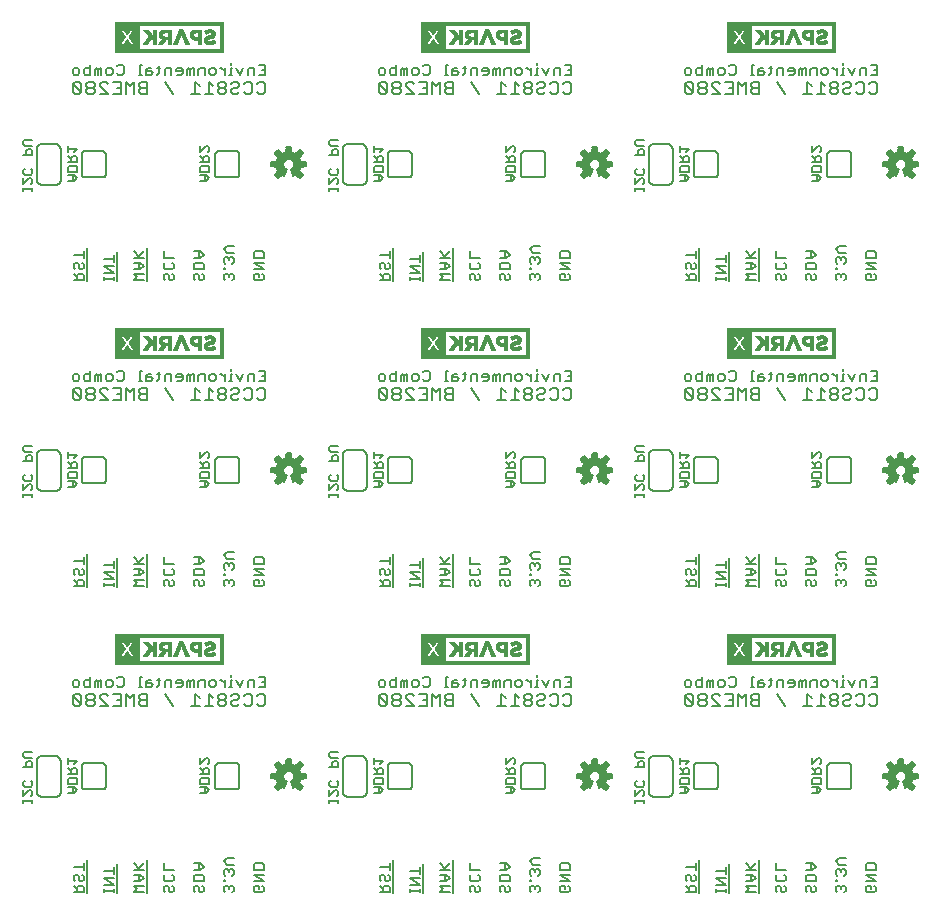
<source format=gbo>
G75*
%MOIN*%
%OFA0B0*%
%FSLAX25Y25*%
%IPPOS*%
%LPD*%
%AMOC8*
5,1,8,0,0,1.08239X$1,22.5*
%
%ADD10C,0.00600*%
%ADD11C,0.00500*%
%ADD12C,0.00700*%
%ADD13C,0.00591*%
%ADD14C,0.00039*%
D10*
X0046800Y0079633D02*
X0050203Y0079633D01*
X0050203Y0081335D01*
X0049636Y0081902D01*
X0048501Y0081902D01*
X0047934Y0081335D01*
X0047934Y0079633D01*
X0047934Y0080768D02*
X0046800Y0081902D01*
X0047367Y0083316D02*
X0046800Y0083884D01*
X0046800Y0085018D01*
X0047367Y0085585D01*
X0047934Y0085585D01*
X0048501Y0085018D01*
X0048501Y0083884D01*
X0049069Y0083316D01*
X0049636Y0083316D01*
X0050203Y0083884D01*
X0050203Y0085018D01*
X0049636Y0085585D01*
X0050203Y0087000D02*
X0050203Y0089268D01*
X0050203Y0088134D02*
X0046800Y0088134D01*
X0051400Y0090383D02*
X0051400Y0079333D01*
X0056800Y0079633D02*
X0056800Y0080768D01*
X0056800Y0080200D02*
X0060203Y0080200D01*
X0060203Y0079633D02*
X0060203Y0080768D01*
X0060203Y0082089D02*
X0056800Y0084357D01*
X0060203Y0084357D01*
X0060203Y0085772D02*
X0060203Y0088041D01*
X0060203Y0086906D02*
X0056800Y0086906D01*
X0056800Y0082089D02*
X0060203Y0082089D01*
X0061400Y0079333D02*
X0061400Y0089155D01*
X0066800Y0089268D02*
X0068501Y0087567D01*
X0067934Y0087000D02*
X0070203Y0089268D01*
X0071400Y0090383D02*
X0071400Y0079333D01*
X0070203Y0079633D02*
X0066800Y0079633D01*
X0067934Y0080768D01*
X0066800Y0081902D01*
X0070203Y0081902D01*
X0069069Y0083316D02*
X0070203Y0084451D01*
X0069069Y0085585D01*
X0066800Y0085585D01*
X0066800Y0087000D02*
X0070203Y0087000D01*
X0068501Y0085585D02*
X0068501Y0083316D01*
X0069069Y0083316D02*
X0066800Y0083316D01*
X0076800Y0083884D02*
X0076800Y0085018D01*
X0077367Y0085585D01*
X0076800Y0087000D02*
X0076800Y0089268D01*
X0076800Y0087000D02*
X0080203Y0087000D01*
X0079636Y0085585D02*
X0080203Y0085018D01*
X0080203Y0083884D01*
X0079636Y0083316D01*
X0077367Y0083316D01*
X0076800Y0083884D01*
X0077367Y0081902D02*
X0076800Y0081335D01*
X0076800Y0080200D01*
X0077367Y0079633D01*
X0078501Y0080200D02*
X0078501Y0081335D01*
X0077934Y0081902D01*
X0077367Y0081902D01*
X0078501Y0080200D02*
X0079069Y0079633D01*
X0079636Y0079633D01*
X0080203Y0080200D01*
X0080203Y0081335D01*
X0079636Y0081902D01*
X0086800Y0081335D02*
X0086800Y0080200D01*
X0087367Y0079633D01*
X0088501Y0080200D02*
X0088501Y0081335D01*
X0087934Y0081902D01*
X0087367Y0081902D01*
X0086800Y0081335D01*
X0086800Y0083316D02*
X0086800Y0085018D01*
X0087367Y0085585D01*
X0089636Y0085585D01*
X0090203Y0085018D01*
X0090203Y0083316D01*
X0086800Y0083316D01*
X0089636Y0081902D02*
X0090203Y0081335D01*
X0090203Y0080200D01*
X0089636Y0079633D01*
X0089069Y0079633D01*
X0088501Y0080200D01*
X0088501Y0087000D02*
X0088501Y0089268D01*
X0089069Y0089268D02*
X0086800Y0089268D01*
X0086800Y0087000D02*
X0089069Y0087000D01*
X0090203Y0088134D01*
X0089069Y0089268D01*
X0096800Y0089975D02*
X0097934Y0091110D01*
X0100203Y0091110D01*
X0100203Y0088841D02*
X0097934Y0088841D01*
X0096800Y0089975D01*
X0097367Y0087427D02*
X0096800Y0086859D01*
X0096800Y0085725D01*
X0097367Y0085158D01*
X0097367Y0083884D02*
X0096800Y0083884D01*
X0096800Y0083316D01*
X0097367Y0083316D01*
X0097367Y0083884D01*
X0097367Y0081902D02*
X0096800Y0081335D01*
X0096800Y0080200D01*
X0097367Y0079633D01*
X0098501Y0080768D02*
X0098501Y0081335D01*
X0097934Y0081902D01*
X0097367Y0081902D01*
X0098501Y0081335D02*
X0099069Y0081902D01*
X0099636Y0081902D01*
X0100203Y0081335D01*
X0100203Y0080200D01*
X0099636Y0079633D01*
X0099636Y0085158D02*
X0100203Y0085725D01*
X0100203Y0086859D01*
X0099636Y0087427D01*
X0099069Y0087427D01*
X0098501Y0086859D01*
X0097934Y0087427D01*
X0097367Y0087427D01*
X0098501Y0086859D02*
X0098501Y0086292D01*
X0106800Y0085585D02*
X0110203Y0085585D01*
X0110203Y0087000D02*
X0110203Y0088701D01*
X0109636Y0089268D01*
X0107367Y0089268D01*
X0106800Y0088701D01*
X0106800Y0087000D01*
X0110203Y0087000D01*
X0110203Y0083316D02*
X0106800Y0083316D01*
X0107367Y0081902D02*
X0108501Y0081902D01*
X0108501Y0080768D01*
X0107367Y0081902D02*
X0106800Y0081335D01*
X0106800Y0080200D01*
X0107367Y0079633D01*
X0109636Y0079633D01*
X0110203Y0080200D01*
X0110203Y0081335D01*
X0109636Y0081902D01*
X0110203Y0083316D02*
X0106800Y0085585D01*
X0101000Y0113933D02*
X0095000Y0113933D01*
X0094940Y0113935D01*
X0094879Y0113940D01*
X0094820Y0113949D01*
X0094761Y0113962D01*
X0094702Y0113978D01*
X0094645Y0113998D01*
X0094590Y0114021D01*
X0094535Y0114048D01*
X0094483Y0114077D01*
X0094432Y0114110D01*
X0094383Y0114146D01*
X0094337Y0114184D01*
X0094293Y0114226D01*
X0094251Y0114270D01*
X0094213Y0114316D01*
X0094177Y0114365D01*
X0094144Y0114416D01*
X0094115Y0114468D01*
X0094088Y0114523D01*
X0094065Y0114578D01*
X0094045Y0114635D01*
X0094029Y0114694D01*
X0094016Y0114753D01*
X0094007Y0114812D01*
X0094002Y0114873D01*
X0094000Y0114933D01*
X0094000Y0121733D01*
X0094002Y0121793D01*
X0094007Y0121854D01*
X0094016Y0121913D01*
X0094029Y0121972D01*
X0094045Y0122031D01*
X0094065Y0122088D01*
X0094088Y0122143D01*
X0094115Y0122198D01*
X0094144Y0122250D01*
X0094177Y0122301D01*
X0094213Y0122350D01*
X0094251Y0122396D01*
X0094293Y0122440D01*
X0094337Y0122482D01*
X0094383Y0122520D01*
X0094432Y0122556D01*
X0094483Y0122589D01*
X0094535Y0122618D01*
X0094590Y0122645D01*
X0094645Y0122668D01*
X0094702Y0122688D01*
X0094761Y0122704D01*
X0094820Y0122717D01*
X0094879Y0122726D01*
X0094940Y0122731D01*
X0095000Y0122733D01*
X0101000Y0122733D01*
X0101060Y0122731D01*
X0101121Y0122726D01*
X0101180Y0122717D01*
X0101239Y0122704D01*
X0101298Y0122688D01*
X0101355Y0122668D01*
X0101410Y0122645D01*
X0101465Y0122618D01*
X0101517Y0122589D01*
X0101568Y0122556D01*
X0101617Y0122520D01*
X0101663Y0122482D01*
X0101707Y0122440D01*
X0101749Y0122396D01*
X0101787Y0122350D01*
X0101823Y0122301D01*
X0101856Y0122250D01*
X0101885Y0122198D01*
X0101912Y0122143D01*
X0101935Y0122088D01*
X0101955Y0122031D01*
X0101971Y0121972D01*
X0101984Y0121913D01*
X0101993Y0121854D01*
X0101998Y0121793D01*
X0102000Y0121733D01*
X0102000Y0114933D01*
X0101998Y0114873D01*
X0101993Y0114812D01*
X0101984Y0114753D01*
X0101971Y0114694D01*
X0101955Y0114635D01*
X0101935Y0114578D01*
X0101912Y0114523D01*
X0101885Y0114468D01*
X0101856Y0114416D01*
X0101823Y0114365D01*
X0101787Y0114316D01*
X0101749Y0114270D01*
X0101707Y0114226D01*
X0101663Y0114184D01*
X0101617Y0114146D01*
X0101568Y0114110D01*
X0101517Y0114077D01*
X0101465Y0114048D01*
X0101410Y0114021D01*
X0101355Y0113998D01*
X0101298Y0113978D01*
X0101239Y0113962D01*
X0101180Y0113949D01*
X0101121Y0113940D01*
X0101060Y0113935D01*
X0101000Y0113933D01*
X0102241Y0148133D02*
X0101107Y0150402D01*
X0099692Y0150402D02*
X0099125Y0150402D01*
X0099125Y0148133D01*
X0099692Y0148133D02*
X0098558Y0148133D01*
X0097237Y0148133D02*
X0097237Y0150402D01*
X0097237Y0149268D02*
X0096102Y0150402D01*
X0095535Y0150402D01*
X0094167Y0149835D02*
X0094167Y0148700D01*
X0093600Y0148133D01*
X0092466Y0148133D01*
X0091899Y0148700D01*
X0091899Y0149835D01*
X0092466Y0150402D01*
X0093600Y0150402D01*
X0094167Y0149835D01*
X0090484Y0150402D02*
X0090484Y0148133D01*
X0088216Y0148133D02*
X0088216Y0149835D01*
X0088783Y0150402D01*
X0090484Y0150402D01*
X0086801Y0150402D02*
X0086801Y0148133D01*
X0085667Y0148133D02*
X0085667Y0149835D01*
X0085100Y0150402D01*
X0084532Y0149835D01*
X0084532Y0148133D01*
X0083118Y0148700D02*
X0083118Y0149835D01*
X0082551Y0150402D01*
X0081416Y0150402D01*
X0080849Y0149835D01*
X0080849Y0149268D01*
X0083118Y0149268D01*
X0083118Y0148700D02*
X0082551Y0148133D01*
X0081416Y0148133D01*
X0079435Y0148133D02*
X0079435Y0150402D01*
X0077733Y0150402D01*
X0077166Y0149835D01*
X0077166Y0148133D01*
X0075184Y0148700D02*
X0074617Y0148133D01*
X0075184Y0148700D02*
X0075184Y0150969D01*
X0074617Y0150402D02*
X0075752Y0150402D01*
X0073296Y0148700D02*
X0072729Y0149268D01*
X0071028Y0149268D01*
X0071028Y0149835D02*
X0071028Y0148133D01*
X0072729Y0148133D01*
X0073296Y0148700D01*
X0072729Y0150402D02*
X0071595Y0150402D01*
X0071028Y0149835D01*
X0069613Y0151536D02*
X0069046Y0151536D01*
X0069046Y0148133D01*
X0069613Y0148133D02*
X0068479Y0148133D01*
X0063474Y0148700D02*
X0063474Y0150969D01*
X0062907Y0151536D01*
X0061773Y0151536D01*
X0061206Y0150969D01*
X0059791Y0149835D02*
X0059791Y0148700D01*
X0059224Y0148133D01*
X0058090Y0148133D01*
X0057523Y0148700D01*
X0057523Y0149835D01*
X0058090Y0150402D01*
X0059224Y0150402D01*
X0059791Y0149835D01*
X0061206Y0148700D02*
X0061773Y0148133D01*
X0062907Y0148133D01*
X0063474Y0148700D01*
X0056108Y0148133D02*
X0056108Y0150402D01*
X0055541Y0150402D01*
X0054974Y0149835D01*
X0054407Y0150402D01*
X0053840Y0149835D01*
X0053840Y0148133D01*
X0054974Y0148133D02*
X0054974Y0149835D01*
X0052425Y0150402D02*
X0050724Y0150402D01*
X0050156Y0149835D01*
X0050156Y0148700D01*
X0050724Y0148133D01*
X0052425Y0148133D01*
X0052425Y0151536D01*
X0048742Y0149835D02*
X0048742Y0148700D01*
X0048175Y0148133D01*
X0047040Y0148133D01*
X0046473Y0148700D01*
X0046473Y0149835D01*
X0047040Y0150402D01*
X0048175Y0150402D01*
X0048742Y0149835D01*
X0040700Y0125133D02*
X0036300Y0125133D01*
X0036217Y0125131D01*
X0036134Y0125125D01*
X0036051Y0125116D01*
X0035969Y0125102D01*
X0035888Y0125085D01*
X0035807Y0125064D01*
X0035728Y0125040D01*
X0035650Y0125011D01*
X0035573Y0124980D01*
X0035498Y0124944D01*
X0035424Y0124906D01*
X0035352Y0124863D01*
X0035283Y0124818D01*
X0035215Y0124769D01*
X0035150Y0124718D01*
X0035087Y0124663D01*
X0035027Y0124606D01*
X0034970Y0124546D01*
X0034915Y0124483D01*
X0034864Y0124418D01*
X0034815Y0124350D01*
X0034770Y0124281D01*
X0034727Y0124209D01*
X0034689Y0124135D01*
X0034653Y0124060D01*
X0034622Y0123983D01*
X0034593Y0123905D01*
X0034569Y0123826D01*
X0034548Y0123745D01*
X0034531Y0123664D01*
X0034517Y0123582D01*
X0034508Y0123499D01*
X0034502Y0123416D01*
X0034500Y0123333D01*
X0034500Y0113333D01*
X0034502Y0113250D01*
X0034508Y0113167D01*
X0034517Y0113084D01*
X0034531Y0113002D01*
X0034548Y0112921D01*
X0034569Y0112840D01*
X0034593Y0112761D01*
X0034622Y0112683D01*
X0034653Y0112606D01*
X0034689Y0112531D01*
X0034727Y0112457D01*
X0034770Y0112385D01*
X0034815Y0112316D01*
X0034864Y0112248D01*
X0034915Y0112183D01*
X0034970Y0112120D01*
X0035027Y0112060D01*
X0035087Y0112003D01*
X0035150Y0111948D01*
X0035215Y0111897D01*
X0035283Y0111848D01*
X0035352Y0111803D01*
X0035424Y0111760D01*
X0035498Y0111722D01*
X0035573Y0111686D01*
X0035650Y0111655D01*
X0035728Y0111626D01*
X0035807Y0111602D01*
X0035888Y0111581D01*
X0035969Y0111564D01*
X0036051Y0111550D01*
X0036134Y0111541D01*
X0036217Y0111535D01*
X0036300Y0111533D01*
X0040700Y0111533D01*
X0040783Y0111535D01*
X0040866Y0111541D01*
X0040949Y0111550D01*
X0041031Y0111564D01*
X0041112Y0111581D01*
X0041193Y0111602D01*
X0041272Y0111626D01*
X0041350Y0111655D01*
X0041427Y0111686D01*
X0041502Y0111722D01*
X0041576Y0111760D01*
X0041648Y0111803D01*
X0041717Y0111848D01*
X0041785Y0111897D01*
X0041850Y0111948D01*
X0041913Y0112003D01*
X0041973Y0112060D01*
X0042030Y0112120D01*
X0042085Y0112183D01*
X0042136Y0112248D01*
X0042185Y0112316D01*
X0042230Y0112385D01*
X0042273Y0112457D01*
X0042311Y0112531D01*
X0042347Y0112606D01*
X0042378Y0112683D01*
X0042407Y0112761D01*
X0042431Y0112840D01*
X0042452Y0112921D01*
X0042469Y0113002D01*
X0042483Y0113084D01*
X0042492Y0113167D01*
X0042498Y0113250D01*
X0042500Y0113333D01*
X0042500Y0123333D01*
X0042498Y0123416D01*
X0042492Y0123499D01*
X0042483Y0123582D01*
X0042469Y0123664D01*
X0042452Y0123745D01*
X0042431Y0123826D01*
X0042407Y0123905D01*
X0042378Y0123983D01*
X0042347Y0124060D01*
X0042311Y0124135D01*
X0042273Y0124209D01*
X0042230Y0124281D01*
X0042185Y0124350D01*
X0042136Y0124418D01*
X0042085Y0124483D01*
X0042030Y0124546D01*
X0041973Y0124606D01*
X0041913Y0124663D01*
X0041850Y0124718D01*
X0041785Y0124769D01*
X0041717Y0124818D01*
X0041648Y0124863D01*
X0041576Y0124906D01*
X0041502Y0124944D01*
X0041427Y0124980D01*
X0041350Y0125011D01*
X0041272Y0125040D01*
X0041193Y0125064D01*
X0041112Y0125085D01*
X0041031Y0125102D01*
X0040949Y0125116D01*
X0040866Y0125125D01*
X0040783Y0125131D01*
X0040700Y0125133D01*
X0049500Y0121733D02*
X0049500Y0114933D01*
X0049502Y0114873D01*
X0049507Y0114812D01*
X0049516Y0114753D01*
X0049529Y0114694D01*
X0049545Y0114635D01*
X0049565Y0114578D01*
X0049588Y0114523D01*
X0049615Y0114468D01*
X0049644Y0114416D01*
X0049677Y0114365D01*
X0049713Y0114316D01*
X0049751Y0114270D01*
X0049793Y0114226D01*
X0049837Y0114184D01*
X0049883Y0114146D01*
X0049932Y0114110D01*
X0049983Y0114077D01*
X0050035Y0114048D01*
X0050090Y0114021D01*
X0050145Y0113998D01*
X0050202Y0113978D01*
X0050261Y0113962D01*
X0050320Y0113949D01*
X0050379Y0113940D01*
X0050440Y0113935D01*
X0050500Y0113933D01*
X0056500Y0113933D01*
X0056560Y0113935D01*
X0056621Y0113940D01*
X0056680Y0113949D01*
X0056739Y0113962D01*
X0056798Y0113978D01*
X0056855Y0113998D01*
X0056910Y0114021D01*
X0056965Y0114048D01*
X0057017Y0114077D01*
X0057068Y0114110D01*
X0057117Y0114146D01*
X0057163Y0114184D01*
X0057207Y0114226D01*
X0057249Y0114270D01*
X0057287Y0114316D01*
X0057323Y0114365D01*
X0057356Y0114416D01*
X0057385Y0114468D01*
X0057412Y0114523D01*
X0057435Y0114578D01*
X0057455Y0114635D01*
X0057471Y0114694D01*
X0057484Y0114753D01*
X0057493Y0114812D01*
X0057498Y0114873D01*
X0057500Y0114933D01*
X0057500Y0121733D01*
X0057498Y0121793D01*
X0057493Y0121854D01*
X0057484Y0121913D01*
X0057471Y0121972D01*
X0057455Y0122031D01*
X0057435Y0122088D01*
X0057412Y0122143D01*
X0057385Y0122198D01*
X0057356Y0122250D01*
X0057323Y0122301D01*
X0057287Y0122350D01*
X0057249Y0122396D01*
X0057207Y0122440D01*
X0057163Y0122482D01*
X0057117Y0122520D01*
X0057068Y0122556D01*
X0057017Y0122589D01*
X0056965Y0122618D01*
X0056910Y0122645D01*
X0056855Y0122668D01*
X0056798Y0122688D01*
X0056739Y0122704D01*
X0056680Y0122717D01*
X0056621Y0122726D01*
X0056560Y0122731D01*
X0056500Y0122733D01*
X0050500Y0122733D01*
X0050440Y0122731D01*
X0050379Y0122726D01*
X0050320Y0122717D01*
X0050261Y0122704D01*
X0050202Y0122688D01*
X0050145Y0122668D01*
X0050090Y0122645D01*
X0050035Y0122618D01*
X0049983Y0122589D01*
X0049932Y0122556D01*
X0049883Y0122520D01*
X0049837Y0122482D01*
X0049793Y0122440D01*
X0049751Y0122396D01*
X0049713Y0122350D01*
X0049677Y0122301D01*
X0049644Y0122250D01*
X0049615Y0122198D01*
X0049588Y0122143D01*
X0049565Y0122088D01*
X0049545Y0122031D01*
X0049529Y0121972D01*
X0049516Y0121913D01*
X0049507Y0121854D01*
X0049502Y0121793D01*
X0049500Y0121733D01*
X0085667Y0149835D02*
X0086234Y0150402D01*
X0086801Y0150402D01*
X0099125Y0151536D02*
X0099125Y0152103D01*
X0103375Y0150402D02*
X0102241Y0148133D01*
X0104790Y0148133D02*
X0104790Y0149835D01*
X0105357Y0150402D01*
X0107058Y0150402D01*
X0107058Y0148133D01*
X0108473Y0148133D02*
X0110741Y0148133D01*
X0110741Y0151536D01*
X0108473Y0151536D01*
X0109607Y0149835D02*
X0110741Y0149835D01*
X0109636Y0181633D02*
X0107367Y0181633D01*
X0106800Y0182200D01*
X0106800Y0183335D01*
X0107367Y0183902D01*
X0108501Y0183902D01*
X0108501Y0182768D01*
X0109636Y0183902D02*
X0110203Y0183335D01*
X0110203Y0182200D01*
X0109636Y0181633D01*
X0110203Y0185316D02*
X0106800Y0185316D01*
X0106800Y0187585D02*
X0110203Y0187585D01*
X0110203Y0189000D02*
X0110203Y0190701D01*
X0109636Y0191268D01*
X0107367Y0191268D01*
X0106800Y0190701D01*
X0106800Y0189000D01*
X0110203Y0189000D01*
X0110203Y0185316D02*
X0106800Y0187585D01*
X0100203Y0187725D02*
X0100203Y0188859D01*
X0099636Y0189427D01*
X0099069Y0189427D01*
X0098501Y0188859D01*
X0097934Y0189427D01*
X0097367Y0189427D01*
X0096800Y0188859D01*
X0096800Y0187725D01*
X0097367Y0187158D01*
X0097367Y0185884D02*
X0096800Y0185884D01*
X0096800Y0185316D01*
X0097367Y0185316D01*
X0097367Y0185884D01*
X0097367Y0183902D02*
X0096800Y0183335D01*
X0096800Y0182200D01*
X0097367Y0181633D01*
X0098501Y0182768D02*
X0098501Y0183335D01*
X0097934Y0183902D01*
X0097367Y0183902D01*
X0098501Y0183335D02*
X0099069Y0183902D01*
X0099636Y0183902D01*
X0100203Y0183335D01*
X0100203Y0182200D01*
X0099636Y0181633D01*
X0099636Y0187158D02*
X0100203Y0187725D01*
X0098501Y0188292D02*
X0098501Y0188859D01*
X0097934Y0190841D02*
X0096800Y0191975D01*
X0097934Y0193110D01*
X0100203Y0193110D01*
X0100203Y0190841D02*
X0097934Y0190841D01*
X0090203Y0190134D02*
X0089069Y0191268D01*
X0086800Y0191268D01*
X0088501Y0191268D02*
X0088501Y0189000D01*
X0089069Y0189000D02*
X0090203Y0190134D01*
X0089069Y0189000D02*
X0086800Y0189000D01*
X0087367Y0187585D02*
X0089636Y0187585D01*
X0090203Y0187018D01*
X0090203Y0185316D01*
X0086800Y0185316D01*
X0086800Y0187018D01*
X0087367Y0187585D01*
X0087367Y0183902D02*
X0086800Y0183335D01*
X0086800Y0182200D01*
X0087367Y0181633D01*
X0088501Y0182200D02*
X0089069Y0181633D01*
X0089636Y0181633D01*
X0090203Y0182200D01*
X0090203Y0183335D01*
X0089636Y0183902D01*
X0088501Y0183335D02*
X0087934Y0183902D01*
X0087367Y0183902D01*
X0088501Y0183335D02*
X0088501Y0182200D01*
X0080203Y0182200D02*
X0079636Y0181633D01*
X0079069Y0181633D01*
X0078501Y0182200D01*
X0078501Y0183335D01*
X0077934Y0183902D01*
X0077367Y0183902D01*
X0076800Y0183335D01*
X0076800Y0182200D01*
X0077367Y0181633D01*
X0080203Y0182200D02*
X0080203Y0183335D01*
X0079636Y0183902D01*
X0079636Y0185316D02*
X0077367Y0185316D01*
X0076800Y0185884D01*
X0076800Y0187018D01*
X0077367Y0187585D01*
X0076800Y0189000D02*
X0076800Y0191268D01*
X0076800Y0189000D02*
X0080203Y0189000D01*
X0079636Y0187585D02*
X0080203Y0187018D01*
X0080203Y0185884D01*
X0079636Y0185316D01*
X0071400Y0181333D02*
X0071400Y0192383D01*
X0070203Y0191268D02*
X0067934Y0189000D01*
X0068501Y0189567D02*
X0066800Y0191268D01*
X0066800Y0189000D02*
X0070203Y0189000D01*
X0069069Y0187585D02*
X0066800Y0187585D01*
X0068501Y0187585D02*
X0068501Y0185316D01*
X0069069Y0185316D02*
X0070203Y0186451D01*
X0069069Y0187585D01*
X0069069Y0185316D02*
X0066800Y0185316D01*
X0066800Y0183902D02*
X0070203Y0183902D01*
X0070203Y0181633D02*
X0066800Y0181633D01*
X0067934Y0182768D01*
X0066800Y0183902D01*
X0061400Y0181333D02*
X0061400Y0191155D01*
X0060203Y0190041D02*
X0060203Y0187772D01*
X0060203Y0188906D02*
X0056800Y0188906D01*
X0056800Y0186357D02*
X0060203Y0186357D01*
X0060203Y0184089D02*
X0056800Y0184089D01*
X0056800Y0182768D02*
X0056800Y0181633D01*
X0056800Y0182200D02*
X0060203Y0182200D01*
X0060203Y0181633D02*
X0060203Y0182768D01*
X0060203Y0184089D02*
X0056800Y0186357D01*
X0050203Y0185884D02*
X0049636Y0185316D01*
X0049069Y0185316D01*
X0048501Y0185884D01*
X0048501Y0187018D01*
X0047934Y0187585D01*
X0047367Y0187585D01*
X0046800Y0187018D01*
X0046800Y0185884D01*
X0047367Y0185316D01*
X0046800Y0183902D02*
X0047934Y0182768D01*
X0047934Y0183335D02*
X0047934Y0181633D01*
X0046800Y0181633D02*
X0050203Y0181633D01*
X0050203Y0183335D01*
X0049636Y0183902D01*
X0048501Y0183902D01*
X0047934Y0183335D01*
X0050203Y0185884D02*
X0050203Y0187018D01*
X0049636Y0187585D01*
X0050203Y0189000D02*
X0050203Y0191268D01*
X0050203Y0190134D02*
X0046800Y0190134D01*
X0051400Y0192383D02*
X0051400Y0181333D01*
X0040700Y0213533D02*
X0036300Y0213533D01*
X0036217Y0213535D01*
X0036134Y0213541D01*
X0036051Y0213550D01*
X0035969Y0213564D01*
X0035888Y0213581D01*
X0035807Y0213602D01*
X0035728Y0213626D01*
X0035650Y0213655D01*
X0035573Y0213686D01*
X0035498Y0213722D01*
X0035424Y0213760D01*
X0035352Y0213803D01*
X0035283Y0213848D01*
X0035215Y0213897D01*
X0035150Y0213948D01*
X0035087Y0214003D01*
X0035027Y0214060D01*
X0034970Y0214120D01*
X0034915Y0214183D01*
X0034864Y0214248D01*
X0034815Y0214316D01*
X0034770Y0214385D01*
X0034727Y0214457D01*
X0034689Y0214531D01*
X0034653Y0214606D01*
X0034622Y0214683D01*
X0034593Y0214761D01*
X0034569Y0214840D01*
X0034548Y0214921D01*
X0034531Y0215002D01*
X0034517Y0215084D01*
X0034508Y0215167D01*
X0034502Y0215250D01*
X0034500Y0215333D01*
X0034500Y0225333D01*
X0034502Y0225416D01*
X0034508Y0225499D01*
X0034517Y0225582D01*
X0034531Y0225664D01*
X0034548Y0225745D01*
X0034569Y0225826D01*
X0034593Y0225905D01*
X0034622Y0225983D01*
X0034653Y0226060D01*
X0034689Y0226135D01*
X0034727Y0226209D01*
X0034770Y0226281D01*
X0034815Y0226350D01*
X0034864Y0226418D01*
X0034915Y0226483D01*
X0034970Y0226546D01*
X0035027Y0226606D01*
X0035087Y0226663D01*
X0035150Y0226718D01*
X0035215Y0226769D01*
X0035283Y0226818D01*
X0035352Y0226863D01*
X0035424Y0226906D01*
X0035498Y0226944D01*
X0035573Y0226980D01*
X0035650Y0227011D01*
X0035728Y0227040D01*
X0035807Y0227064D01*
X0035888Y0227085D01*
X0035969Y0227102D01*
X0036051Y0227116D01*
X0036134Y0227125D01*
X0036217Y0227131D01*
X0036300Y0227133D01*
X0040700Y0227133D01*
X0040783Y0227131D01*
X0040866Y0227125D01*
X0040949Y0227116D01*
X0041031Y0227102D01*
X0041112Y0227085D01*
X0041193Y0227064D01*
X0041272Y0227040D01*
X0041350Y0227011D01*
X0041427Y0226980D01*
X0041502Y0226944D01*
X0041576Y0226906D01*
X0041648Y0226863D01*
X0041717Y0226818D01*
X0041785Y0226769D01*
X0041850Y0226718D01*
X0041913Y0226663D01*
X0041973Y0226606D01*
X0042030Y0226546D01*
X0042085Y0226483D01*
X0042136Y0226418D01*
X0042185Y0226350D01*
X0042230Y0226281D01*
X0042273Y0226209D01*
X0042311Y0226135D01*
X0042347Y0226060D01*
X0042378Y0225983D01*
X0042407Y0225905D01*
X0042431Y0225826D01*
X0042452Y0225745D01*
X0042469Y0225664D01*
X0042483Y0225582D01*
X0042492Y0225499D01*
X0042498Y0225416D01*
X0042500Y0225333D01*
X0042500Y0215333D01*
X0042498Y0215250D01*
X0042492Y0215167D01*
X0042483Y0215084D01*
X0042469Y0215002D01*
X0042452Y0214921D01*
X0042431Y0214840D01*
X0042407Y0214761D01*
X0042378Y0214683D01*
X0042347Y0214606D01*
X0042311Y0214531D01*
X0042273Y0214457D01*
X0042230Y0214385D01*
X0042185Y0214316D01*
X0042136Y0214248D01*
X0042085Y0214183D01*
X0042030Y0214120D01*
X0041973Y0214060D01*
X0041913Y0214003D01*
X0041850Y0213948D01*
X0041785Y0213897D01*
X0041717Y0213848D01*
X0041648Y0213803D01*
X0041576Y0213760D01*
X0041502Y0213722D01*
X0041427Y0213686D01*
X0041350Y0213655D01*
X0041272Y0213626D01*
X0041193Y0213602D01*
X0041112Y0213581D01*
X0041031Y0213564D01*
X0040949Y0213550D01*
X0040866Y0213541D01*
X0040783Y0213535D01*
X0040700Y0213533D01*
X0049500Y0216933D02*
X0049500Y0223733D01*
X0049502Y0223793D01*
X0049507Y0223854D01*
X0049516Y0223913D01*
X0049529Y0223972D01*
X0049545Y0224031D01*
X0049565Y0224088D01*
X0049588Y0224143D01*
X0049615Y0224198D01*
X0049644Y0224250D01*
X0049677Y0224301D01*
X0049713Y0224350D01*
X0049751Y0224396D01*
X0049793Y0224440D01*
X0049837Y0224482D01*
X0049883Y0224520D01*
X0049932Y0224556D01*
X0049983Y0224589D01*
X0050035Y0224618D01*
X0050090Y0224645D01*
X0050145Y0224668D01*
X0050202Y0224688D01*
X0050261Y0224704D01*
X0050320Y0224717D01*
X0050379Y0224726D01*
X0050440Y0224731D01*
X0050500Y0224733D01*
X0056500Y0224733D01*
X0056560Y0224731D01*
X0056621Y0224726D01*
X0056680Y0224717D01*
X0056739Y0224704D01*
X0056798Y0224688D01*
X0056855Y0224668D01*
X0056910Y0224645D01*
X0056965Y0224618D01*
X0057017Y0224589D01*
X0057068Y0224556D01*
X0057117Y0224520D01*
X0057163Y0224482D01*
X0057207Y0224440D01*
X0057249Y0224396D01*
X0057287Y0224350D01*
X0057323Y0224301D01*
X0057356Y0224250D01*
X0057385Y0224198D01*
X0057412Y0224143D01*
X0057435Y0224088D01*
X0057455Y0224031D01*
X0057471Y0223972D01*
X0057484Y0223913D01*
X0057493Y0223854D01*
X0057498Y0223793D01*
X0057500Y0223733D01*
X0057500Y0216933D01*
X0057498Y0216873D01*
X0057493Y0216812D01*
X0057484Y0216753D01*
X0057471Y0216694D01*
X0057455Y0216635D01*
X0057435Y0216578D01*
X0057412Y0216523D01*
X0057385Y0216468D01*
X0057356Y0216416D01*
X0057323Y0216365D01*
X0057287Y0216316D01*
X0057249Y0216270D01*
X0057207Y0216226D01*
X0057163Y0216184D01*
X0057117Y0216146D01*
X0057068Y0216110D01*
X0057017Y0216077D01*
X0056965Y0216048D01*
X0056910Y0216021D01*
X0056855Y0215998D01*
X0056798Y0215978D01*
X0056739Y0215962D01*
X0056680Y0215949D01*
X0056621Y0215940D01*
X0056560Y0215935D01*
X0056500Y0215933D01*
X0050500Y0215933D01*
X0050440Y0215935D01*
X0050379Y0215940D01*
X0050320Y0215949D01*
X0050261Y0215962D01*
X0050202Y0215978D01*
X0050145Y0215998D01*
X0050090Y0216021D01*
X0050035Y0216048D01*
X0049983Y0216077D01*
X0049932Y0216110D01*
X0049883Y0216146D01*
X0049837Y0216184D01*
X0049793Y0216226D01*
X0049751Y0216270D01*
X0049713Y0216316D01*
X0049677Y0216365D01*
X0049644Y0216416D01*
X0049615Y0216468D01*
X0049588Y0216523D01*
X0049565Y0216578D01*
X0049545Y0216635D01*
X0049529Y0216694D01*
X0049516Y0216753D01*
X0049507Y0216812D01*
X0049502Y0216873D01*
X0049500Y0216933D01*
X0050724Y0250133D02*
X0050156Y0250700D01*
X0050156Y0251835D01*
X0050724Y0252402D01*
X0052425Y0252402D01*
X0052425Y0253536D02*
X0052425Y0250133D01*
X0050724Y0250133D01*
X0048742Y0250700D02*
X0048175Y0250133D01*
X0047040Y0250133D01*
X0046473Y0250700D01*
X0046473Y0251835D01*
X0047040Y0252402D01*
X0048175Y0252402D01*
X0048742Y0251835D01*
X0048742Y0250700D01*
X0053840Y0250133D02*
X0053840Y0251835D01*
X0054407Y0252402D01*
X0054974Y0251835D01*
X0054974Y0250133D01*
X0056108Y0250133D02*
X0056108Y0252402D01*
X0055541Y0252402D01*
X0054974Y0251835D01*
X0057523Y0251835D02*
X0058090Y0252402D01*
X0059224Y0252402D01*
X0059791Y0251835D01*
X0059791Y0250700D01*
X0059224Y0250133D01*
X0058090Y0250133D01*
X0057523Y0250700D01*
X0057523Y0251835D01*
X0061206Y0252969D02*
X0061773Y0253536D01*
X0062907Y0253536D01*
X0063474Y0252969D01*
X0063474Y0250700D01*
X0062907Y0250133D01*
X0061773Y0250133D01*
X0061206Y0250700D01*
X0068479Y0250133D02*
X0069613Y0250133D01*
X0069046Y0250133D02*
X0069046Y0253536D01*
X0069613Y0253536D01*
X0071028Y0251835D02*
X0071028Y0250133D01*
X0072729Y0250133D01*
X0073296Y0250700D01*
X0072729Y0251268D01*
X0071028Y0251268D01*
X0071028Y0251835D02*
X0071595Y0252402D01*
X0072729Y0252402D01*
X0074617Y0252402D02*
X0075752Y0252402D01*
X0075184Y0252969D02*
X0075184Y0250700D01*
X0074617Y0250133D01*
X0077166Y0250133D02*
X0077166Y0251835D01*
X0077733Y0252402D01*
X0079435Y0252402D01*
X0079435Y0250133D01*
X0080849Y0251268D02*
X0083118Y0251268D01*
X0083118Y0251835D02*
X0082551Y0252402D01*
X0081416Y0252402D01*
X0080849Y0251835D01*
X0080849Y0251268D01*
X0081416Y0250133D02*
X0082551Y0250133D01*
X0083118Y0250700D01*
X0083118Y0251835D01*
X0084532Y0251835D02*
X0084532Y0250133D01*
X0085667Y0250133D02*
X0085667Y0251835D01*
X0085100Y0252402D01*
X0084532Y0251835D01*
X0085667Y0251835D02*
X0086234Y0252402D01*
X0086801Y0252402D01*
X0086801Y0250133D01*
X0088216Y0250133D02*
X0088216Y0251835D01*
X0088783Y0252402D01*
X0090484Y0252402D01*
X0090484Y0250133D01*
X0091899Y0250700D02*
X0092466Y0250133D01*
X0093600Y0250133D01*
X0094167Y0250700D01*
X0094167Y0251835D01*
X0093600Y0252402D01*
X0092466Y0252402D01*
X0091899Y0251835D01*
X0091899Y0250700D01*
X0095535Y0252402D02*
X0096102Y0252402D01*
X0097237Y0251268D01*
X0097237Y0252402D02*
X0097237Y0250133D01*
X0098558Y0250133D02*
X0099692Y0250133D01*
X0099125Y0250133D02*
X0099125Y0252402D01*
X0099692Y0252402D01*
X0099125Y0253536D02*
X0099125Y0254103D01*
X0101107Y0252402D02*
X0102241Y0250133D01*
X0103375Y0252402D01*
X0104790Y0251835D02*
X0104790Y0250133D01*
X0104790Y0251835D02*
X0105357Y0252402D01*
X0107058Y0252402D01*
X0107058Y0250133D01*
X0108473Y0250133D02*
X0110741Y0250133D01*
X0110741Y0253536D01*
X0108473Y0253536D01*
X0109607Y0251835D02*
X0110741Y0251835D01*
X0101000Y0224733D02*
X0095000Y0224733D01*
X0094940Y0224731D01*
X0094879Y0224726D01*
X0094820Y0224717D01*
X0094761Y0224704D01*
X0094702Y0224688D01*
X0094645Y0224668D01*
X0094590Y0224645D01*
X0094535Y0224618D01*
X0094483Y0224589D01*
X0094432Y0224556D01*
X0094383Y0224520D01*
X0094337Y0224482D01*
X0094293Y0224440D01*
X0094251Y0224396D01*
X0094213Y0224350D01*
X0094177Y0224301D01*
X0094144Y0224250D01*
X0094115Y0224198D01*
X0094088Y0224143D01*
X0094065Y0224088D01*
X0094045Y0224031D01*
X0094029Y0223972D01*
X0094016Y0223913D01*
X0094007Y0223854D01*
X0094002Y0223793D01*
X0094000Y0223733D01*
X0094000Y0216933D01*
X0094002Y0216873D01*
X0094007Y0216812D01*
X0094016Y0216753D01*
X0094029Y0216694D01*
X0094045Y0216635D01*
X0094065Y0216578D01*
X0094088Y0216523D01*
X0094115Y0216468D01*
X0094144Y0216416D01*
X0094177Y0216365D01*
X0094213Y0216316D01*
X0094251Y0216270D01*
X0094293Y0216226D01*
X0094337Y0216184D01*
X0094383Y0216146D01*
X0094432Y0216110D01*
X0094483Y0216077D01*
X0094535Y0216048D01*
X0094590Y0216021D01*
X0094645Y0215998D01*
X0094702Y0215978D01*
X0094761Y0215962D01*
X0094820Y0215949D01*
X0094879Y0215940D01*
X0094940Y0215935D01*
X0095000Y0215933D01*
X0101000Y0215933D01*
X0101060Y0215935D01*
X0101121Y0215940D01*
X0101180Y0215949D01*
X0101239Y0215962D01*
X0101298Y0215978D01*
X0101355Y0215998D01*
X0101410Y0216021D01*
X0101465Y0216048D01*
X0101517Y0216077D01*
X0101568Y0216110D01*
X0101617Y0216146D01*
X0101663Y0216184D01*
X0101707Y0216226D01*
X0101749Y0216270D01*
X0101787Y0216316D01*
X0101823Y0216365D01*
X0101856Y0216416D01*
X0101885Y0216468D01*
X0101912Y0216523D01*
X0101935Y0216578D01*
X0101955Y0216635D01*
X0101971Y0216694D01*
X0101984Y0216753D01*
X0101993Y0216812D01*
X0101998Y0216873D01*
X0102000Y0216933D01*
X0102000Y0223733D01*
X0101998Y0223793D01*
X0101993Y0223854D01*
X0101984Y0223913D01*
X0101971Y0223972D01*
X0101955Y0224031D01*
X0101935Y0224088D01*
X0101912Y0224143D01*
X0101885Y0224198D01*
X0101856Y0224250D01*
X0101823Y0224301D01*
X0101787Y0224350D01*
X0101749Y0224396D01*
X0101707Y0224440D01*
X0101663Y0224482D01*
X0101617Y0224520D01*
X0101568Y0224556D01*
X0101517Y0224589D01*
X0101465Y0224618D01*
X0101410Y0224645D01*
X0101355Y0224668D01*
X0101298Y0224688D01*
X0101239Y0224704D01*
X0101180Y0224717D01*
X0101121Y0224726D01*
X0101060Y0224731D01*
X0101000Y0224733D01*
X0136500Y0225333D02*
X0136500Y0215333D01*
X0136502Y0215250D01*
X0136508Y0215167D01*
X0136517Y0215084D01*
X0136531Y0215002D01*
X0136548Y0214921D01*
X0136569Y0214840D01*
X0136593Y0214761D01*
X0136622Y0214683D01*
X0136653Y0214606D01*
X0136689Y0214531D01*
X0136727Y0214457D01*
X0136770Y0214385D01*
X0136815Y0214316D01*
X0136864Y0214248D01*
X0136915Y0214183D01*
X0136970Y0214120D01*
X0137027Y0214060D01*
X0137087Y0214003D01*
X0137150Y0213948D01*
X0137215Y0213897D01*
X0137283Y0213848D01*
X0137352Y0213803D01*
X0137424Y0213760D01*
X0137498Y0213722D01*
X0137573Y0213686D01*
X0137650Y0213655D01*
X0137728Y0213626D01*
X0137807Y0213602D01*
X0137888Y0213581D01*
X0137969Y0213564D01*
X0138051Y0213550D01*
X0138134Y0213541D01*
X0138217Y0213535D01*
X0138300Y0213533D01*
X0142700Y0213533D01*
X0142783Y0213535D01*
X0142866Y0213541D01*
X0142949Y0213550D01*
X0143031Y0213564D01*
X0143112Y0213581D01*
X0143193Y0213602D01*
X0143272Y0213626D01*
X0143350Y0213655D01*
X0143427Y0213686D01*
X0143502Y0213722D01*
X0143576Y0213760D01*
X0143648Y0213803D01*
X0143717Y0213848D01*
X0143785Y0213897D01*
X0143850Y0213948D01*
X0143913Y0214003D01*
X0143973Y0214060D01*
X0144030Y0214120D01*
X0144085Y0214183D01*
X0144136Y0214248D01*
X0144185Y0214316D01*
X0144230Y0214385D01*
X0144273Y0214457D01*
X0144311Y0214531D01*
X0144347Y0214606D01*
X0144378Y0214683D01*
X0144407Y0214761D01*
X0144431Y0214840D01*
X0144452Y0214921D01*
X0144469Y0215002D01*
X0144483Y0215084D01*
X0144492Y0215167D01*
X0144498Y0215250D01*
X0144500Y0215333D01*
X0144500Y0225333D01*
X0144498Y0225416D01*
X0144492Y0225499D01*
X0144483Y0225582D01*
X0144469Y0225664D01*
X0144452Y0225745D01*
X0144431Y0225826D01*
X0144407Y0225905D01*
X0144378Y0225983D01*
X0144347Y0226060D01*
X0144311Y0226135D01*
X0144273Y0226209D01*
X0144230Y0226281D01*
X0144185Y0226350D01*
X0144136Y0226418D01*
X0144085Y0226483D01*
X0144030Y0226546D01*
X0143973Y0226606D01*
X0143913Y0226663D01*
X0143850Y0226718D01*
X0143785Y0226769D01*
X0143717Y0226818D01*
X0143648Y0226863D01*
X0143576Y0226906D01*
X0143502Y0226944D01*
X0143427Y0226980D01*
X0143350Y0227011D01*
X0143272Y0227040D01*
X0143193Y0227064D01*
X0143112Y0227085D01*
X0143031Y0227102D01*
X0142949Y0227116D01*
X0142866Y0227125D01*
X0142783Y0227131D01*
X0142700Y0227133D01*
X0138300Y0227133D01*
X0138217Y0227131D01*
X0138134Y0227125D01*
X0138051Y0227116D01*
X0137969Y0227102D01*
X0137888Y0227085D01*
X0137807Y0227064D01*
X0137728Y0227040D01*
X0137650Y0227011D01*
X0137573Y0226980D01*
X0137498Y0226944D01*
X0137424Y0226906D01*
X0137352Y0226863D01*
X0137283Y0226818D01*
X0137215Y0226769D01*
X0137150Y0226718D01*
X0137087Y0226663D01*
X0137027Y0226606D01*
X0136970Y0226546D01*
X0136915Y0226483D01*
X0136864Y0226418D01*
X0136815Y0226350D01*
X0136770Y0226281D01*
X0136727Y0226209D01*
X0136689Y0226135D01*
X0136653Y0226060D01*
X0136622Y0225983D01*
X0136593Y0225905D01*
X0136569Y0225826D01*
X0136548Y0225745D01*
X0136531Y0225664D01*
X0136517Y0225582D01*
X0136508Y0225499D01*
X0136502Y0225416D01*
X0136500Y0225333D01*
X0151500Y0223733D02*
X0151500Y0216933D01*
X0151502Y0216873D01*
X0151507Y0216812D01*
X0151516Y0216753D01*
X0151529Y0216694D01*
X0151545Y0216635D01*
X0151565Y0216578D01*
X0151588Y0216523D01*
X0151615Y0216468D01*
X0151644Y0216416D01*
X0151677Y0216365D01*
X0151713Y0216316D01*
X0151751Y0216270D01*
X0151793Y0216226D01*
X0151837Y0216184D01*
X0151883Y0216146D01*
X0151932Y0216110D01*
X0151983Y0216077D01*
X0152035Y0216048D01*
X0152090Y0216021D01*
X0152145Y0215998D01*
X0152202Y0215978D01*
X0152261Y0215962D01*
X0152320Y0215949D01*
X0152379Y0215940D01*
X0152440Y0215935D01*
X0152500Y0215933D01*
X0158500Y0215933D01*
X0158560Y0215935D01*
X0158621Y0215940D01*
X0158680Y0215949D01*
X0158739Y0215962D01*
X0158798Y0215978D01*
X0158855Y0215998D01*
X0158910Y0216021D01*
X0158965Y0216048D01*
X0159017Y0216077D01*
X0159068Y0216110D01*
X0159117Y0216146D01*
X0159163Y0216184D01*
X0159207Y0216226D01*
X0159249Y0216270D01*
X0159287Y0216316D01*
X0159323Y0216365D01*
X0159356Y0216416D01*
X0159385Y0216468D01*
X0159412Y0216523D01*
X0159435Y0216578D01*
X0159455Y0216635D01*
X0159471Y0216694D01*
X0159484Y0216753D01*
X0159493Y0216812D01*
X0159498Y0216873D01*
X0159500Y0216933D01*
X0159500Y0223733D01*
X0159498Y0223793D01*
X0159493Y0223854D01*
X0159484Y0223913D01*
X0159471Y0223972D01*
X0159455Y0224031D01*
X0159435Y0224088D01*
X0159412Y0224143D01*
X0159385Y0224198D01*
X0159356Y0224250D01*
X0159323Y0224301D01*
X0159287Y0224350D01*
X0159249Y0224396D01*
X0159207Y0224440D01*
X0159163Y0224482D01*
X0159117Y0224520D01*
X0159068Y0224556D01*
X0159017Y0224589D01*
X0158965Y0224618D01*
X0158910Y0224645D01*
X0158855Y0224668D01*
X0158798Y0224688D01*
X0158739Y0224704D01*
X0158680Y0224717D01*
X0158621Y0224726D01*
X0158560Y0224731D01*
X0158500Y0224733D01*
X0152500Y0224733D01*
X0152440Y0224731D01*
X0152379Y0224726D01*
X0152320Y0224717D01*
X0152261Y0224704D01*
X0152202Y0224688D01*
X0152145Y0224668D01*
X0152090Y0224645D01*
X0152035Y0224618D01*
X0151983Y0224589D01*
X0151932Y0224556D01*
X0151883Y0224520D01*
X0151837Y0224482D01*
X0151793Y0224440D01*
X0151751Y0224396D01*
X0151713Y0224350D01*
X0151677Y0224301D01*
X0151644Y0224250D01*
X0151615Y0224198D01*
X0151588Y0224143D01*
X0151565Y0224088D01*
X0151545Y0224031D01*
X0151529Y0223972D01*
X0151516Y0223913D01*
X0151507Y0223854D01*
X0151502Y0223793D01*
X0151500Y0223733D01*
X0152724Y0250133D02*
X0152156Y0250700D01*
X0152156Y0251835D01*
X0152724Y0252402D01*
X0154425Y0252402D01*
X0154425Y0253536D02*
X0154425Y0250133D01*
X0152724Y0250133D01*
X0150742Y0250700D02*
X0150175Y0250133D01*
X0149040Y0250133D01*
X0148473Y0250700D01*
X0148473Y0251835D01*
X0149040Y0252402D01*
X0150175Y0252402D01*
X0150742Y0251835D01*
X0150742Y0250700D01*
X0155840Y0250133D02*
X0155840Y0251835D01*
X0156407Y0252402D01*
X0156974Y0251835D01*
X0156974Y0250133D01*
X0158108Y0250133D02*
X0158108Y0252402D01*
X0157541Y0252402D01*
X0156974Y0251835D01*
X0159523Y0251835D02*
X0160090Y0252402D01*
X0161224Y0252402D01*
X0161791Y0251835D01*
X0161791Y0250700D01*
X0161224Y0250133D01*
X0160090Y0250133D01*
X0159523Y0250700D01*
X0159523Y0251835D01*
X0163206Y0252969D02*
X0163773Y0253536D01*
X0164907Y0253536D01*
X0165474Y0252969D01*
X0165474Y0250700D01*
X0164907Y0250133D01*
X0163773Y0250133D01*
X0163206Y0250700D01*
X0170479Y0250133D02*
X0171613Y0250133D01*
X0171046Y0250133D02*
X0171046Y0253536D01*
X0171613Y0253536D01*
X0173028Y0251835D02*
X0173028Y0250133D01*
X0174729Y0250133D01*
X0175296Y0250700D01*
X0174729Y0251268D01*
X0173028Y0251268D01*
X0173028Y0251835D02*
X0173595Y0252402D01*
X0174729Y0252402D01*
X0176617Y0252402D02*
X0177752Y0252402D01*
X0177184Y0252969D02*
X0177184Y0250700D01*
X0176617Y0250133D01*
X0179166Y0250133D02*
X0179166Y0251835D01*
X0179733Y0252402D01*
X0181435Y0252402D01*
X0181435Y0250133D01*
X0182849Y0251268D02*
X0185118Y0251268D01*
X0185118Y0251835D02*
X0184551Y0252402D01*
X0183416Y0252402D01*
X0182849Y0251835D01*
X0182849Y0251268D01*
X0183416Y0250133D02*
X0184551Y0250133D01*
X0185118Y0250700D01*
X0185118Y0251835D01*
X0186532Y0251835D02*
X0186532Y0250133D01*
X0187667Y0250133D02*
X0187667Y0251835D01*
X0187100Y0252402D01*
X0186532Y0251835D01*
X0187667Y0251835D02*
X0188234Y0252402D01*
X0188801Y0252402D01*
X0188801Y0250133D01*
X0190216Y0250133D02*
X0190216Y0251835D01*
X0190783Y0252402D01*
X0192484Y0252402D01*
X0192484Y0250133D01*
X0193899Y0250700D02*
X0193899Y0251835D01*
X0194466Y0252402D01*
X0195600Y0252402D01*
X0196167Y0251835D01*
X0196167Y0250700D01*
X0195600Y0250133D01*
X0194466Y0250133D01*
X0193899Y0250700D01*
X0197535Y0252402D02*
X0198102Y0252402D01*
X0199237Y0251268D01*
X0199237Y0252402D02*
X0199237Y0250133D01*
X0200558Y0250133D02*
X0201692Y0250133D01*
X0201125Y0250133D02*
X0201125Y0252402D01*
X0201692Y0252402D01*
X0201125Y0253536D02*
X0201125Y0254103D01*
X0203107Y0252402D02*
X0204241Y0250133D01*
X0205375Y0252402D01*
X0206790Y0251835D02*
X0206790Y0250133D01*
X0206790Y0251835D02*
X0207357Y0252402D01*
X0209058Y0252402D01*
X0209058Y0250133D01*
X0210473Y0250133D02*
X0212741Y0250133D01*
X0212741Y0253536D01*
X0210473Y0253536D01*
X0211607Y0251835D02*
X0212741Y0251835D01*
X0203000Y0224733D02*
X0197000Y0224733D01*
X0196940Y0224731D01*
X0196879Y0224726D01*
X0196820Y0224717D01*
X0196761Y0224704D01*
X0196702Y0224688D01*
X0196645Y0224668D01*
X0196590Y0224645D01*
X0196535Y0224618D01*
X0196483Y0224589D01*
X0196432Y0224556D01*
X0196383Y0224520D01*
X0196337Y0224482D01*
X0196293Y0224440D01*
X0196251Y0224396D01*
X0196213Y0224350D01*
X0196177Y0224301D01*
X0196144Y0224250D01*
X0196115Y0224198D01*
X0196088Y0224143D01*
X0196065Y0224088D01*
X0196045Y0224031D01*
X0196029Y0223972D01*
X0196016Y0223913D01*
X0196007Y0223854D01*
X0196002Y0223793D01*
X0196000Y0223733D01*
X0196000Y0216933D01*
X0196002Y0216873D01*
X0196007Y0216812D01*
X0196016Y0216753D01*
X0196029Y0216694D01*
X0196045Y0216635D01*
X0196065Y0216578D01*
X0196088Y0216523D01*
X0196115Y0216468D01*
X0196144Y0216416D01*
X0196177Y0216365D01*
X0196213Y0216316D01*
X0196251Y0216270D01*
X0196293Y0216226D01*
X0196337Y0216184D01*
X0196383Y0216146D01*
X0196432Y0216110D01*
X0196483Y0216077D01*
X0196535Y0216048D01*
X0196590Y0216021D01*
X0196645Y0215998D01*
X0196702Y0215978D01*
X0196761Y0215962D01*
X0196820Y0215949D01*
X0196879Y0215940D01*
X0196940Y0215935D01*
X0197000Y0215933D01*
X0203000Y0215933D01*
X0203060Y0215935D01*
X0203121Y0215940D01*
X0203180Y0215949D01*
X0203239Y0215962D01*
X0203298Y0215978D01*
X0203355Y0215998D01*
X0203410Y0216021D01*
X0203465Y0216048D01*
X0203517Y0216077D01*
X0203568Y0216110D01*
X0203617Y0216146D01*
X0203663Y0216184D01*
X0203707Y0216226D01*
X0203749Y0216270D01*
X0203787Y0216316D01*
X0203823Y0216365D01*
X0203856Y0216416D01*
X0203885Y0216468D01*
X0203912Y0216523D01*
X0203935Y0216578D01*
X0203955Y0216635D01*
X0203971Y0216694D01*
X0203984Y0216753D01*
X0203993Y0216812D01*
X0203998Y0216873D01*
X0204000Y0216933D01*
X0204000Y0223733D01*
X0203998Y0223793D01*
X0203993Y0223854D01*
X0203984Y0223913D01*
X0203971Y0223972D01*
X0203955Y0224031D01*
X0203935Y0224088D01*
X0203912Y0224143D01*
X0203885Y0224198D01*
X0203856Y0224250D01*
X0203823Y0224301D01*
X0203787Y0224350D01*
X0203749Y0224396D01*
X0203707Y0224440D01*
X0203663Y0224482D01*
X0203617Y0224520D01*
X0203568Y0224556D01*
X0203517Y0224589D01*
X0203465Y0224618D01*
X0203410Y0224645D01*
X0203355Y0224668D01*
X0203298Y0224688D01*
X0203239Y0224704D01*
X0203180Y0224717D01*
X0203121Y0224726D01*
X0203060Y0224731D01*
X0203000Y0224733D01*
X0202203Y0193110D02*
X0199934Y0193110D01*
X0198800Y0191975D01*
X0199934Y0190841D01*
X0202203Y0190841D01*
X0201636Y0189427D02*
X0201069Y0189427D01*
X0200501Y0188859D01*
X0199934Y0189427D01*
X0199367Y0189427D01*
X0198800Y0188859D01*
X0198800Y0187725D01*
X0199367Y0187158D01*
X0199367Y0185884D02*
X0198800Y0185884D01*
X0198800Y0185316D01*
X0199367Y0185316D01*
X0199367Y0185884D01*
X0199367Y0183902D02*
X0198800Y0183335D01*
X0198800Y0182200D01*
X0199367Y0181633D01*
X0200501Y0182768D02*
X0200501Y0183335D01*
X0199934Y0183902D01*
X0199367Y0183902D01*
X0200501Y0183335D02*
X0201069Y0183902D01*
X0201636Y0183902D01*
X0202203Y0183335D01*
X0202203Y0182200D01*
X0201636Y0181633D01*
X0201636Y0187158D02*
X0202203Y0187725D01*
X0202203Y0188859D01*
X0201636Y0189427D01*
X0200501Y0188859D02*
X0200501Y0188292D01*
X0192203Y0187018D02*
X0192203Y0185316D01*
X0188800Y0185316D01*
X0188800Y0187018D01*
X0189367Y0187585D01*
X0191636Y0187585D01*
X0192203Y0187018D01*
X0191069Y0189000D02*
X0192203Y0190134D01*
X0191069Y0191268D01*
X0188800Y0191268D01*
X0190501Y0191268D02*
X0190501Y0189000D01*
X0191069Y0189000D02*
X0188800Y0189000D01*
X0189367Y0183902D02*
X0188800Y0183335D01*
X0188800Y0182200D01*
X0189367Y0181633D01*
X0190501Y0182200D02*
X0190501Y0183335D01*
X0189934Y0183902D01*
X0189367Y0183902D01*
X0190501Y0182200D02*
X0191069Y0181633D01*
X0191636Y0181633D01*
X0192203Y0182200D01*
X0192203Y0183335D01*
X0191636Y0183902D01*
X0182203Y0183335D02*
X0182203Y0182200D01*
X0181636Y0181633D01*
X0181069Y0181633D01*
X0180501Y0182200D01*
X0180501Y0183335D01*
X0179934Y0183902D01*
X0179367Y0183902D01*
X0178800Y0183335D01*
X0178800Y0182200D01*
X0179367Y0181633D01*
X0181636Y0183902D02*
X0182203Y0183335D01*
X0181636Y0185316D02*
X0179367Y0185316D01*
X0178800Y0185884D01*
X0178800Y0187018D01*
X0179367Y0187585D01*
X0178800Y0189000D02*
X0178800Y0191268D01*
X0178800Y0189000D02*
X0182203Y0189000D01*
X0181636Y0187585D02*
X0182203Y0187018D01*
X0182203Y0185884D01*
X0181636Y0185316D01*
X0173400Y0181333D02*
X0173400Y0192383D01*
X0172203Y0191268D02*
X0169934Y0189000D01*
X0170501Y0189567D02*
X0168800Y0191268D01*
X0168800Y0189000D02*
X0172203Y0189000D01*
X0171069Y0187585D02*
X0172203Y0186451D01*
X0171069Y0185316D01*
X0168800Y0185316D01*
X0168800Y0183902D02*
X0172203Y0183902D01*
X0170501Y0185316D02*
X0170501Y0187585D01*
X0171069Y0187585D02*
X0168800Y0187585D01*
X0168800Y0183902D02*
X0169934Y0182768D01*
X0168800Y0181633D01*
X0172203Y0181633D01*
X0163400Y0181333D02*
X0163400Y0191155D01*
X0162203Y0190041D02*
X0162203Y0187772D01*
X0162203Y0188906D02*
X0158800Y0188906D01*
X0158800Y0186357D02*
X0162203Y0186357D01*
X0162203Y0184089D02*
X0158800Y0184089D01*
X0158800Y0182768D02*
X0158800Y0181633D01*
X0158800Y0182200D02*
X0162203Y0182200D01*
X0162203Y0181633D02*
X0162203Y0182768D01*
X0162203Y0184089D02*
X0158800Y0186357D01*
X0153400Y0181333D02*
X0153400Y0192383D01*
X0152203Y0191268D02*
X0152203Y0189000D01*
X0152203Y0190134D02*
X0148800Y0190134D01*
X0149367Y0187585D02*
X0148800Y0187018D01*
X0148800Y0185884D01*
X0149367Y0185316D01*
X0150501Y0185884D02*
X0151069Y0185316D01*
X0151636Y0185316D01*
X0152203Y0185884D01*
X0152203Y0187018D01*
X0151636Y0187585D01*
X0150501Y0187018D02*
X0149934Y0187585D01*
X0149367Y0187585D01*
X0150501Y0187018D02*
X0150501Y0185884D01*
X0150501Y0183902D02*
X0149934Y0183335D01*
X0149934Y0181633D01*
X0148800Y0181633D02*
X0152203Y0181633D01*
X0152203Y0183335D01*
X0151636Y0183902D01*
X0150501Y0183902D01*
X0149934Y0182768D02*
X0148800Y0183902D01*
X0154425Y0151536D02*
X0154425Y0148133D01*
X0152724Y0148133D01*
X0152156Y0148700D01*
X0152156Y0149835D01*
X0152724Y0150402D01*
X0154425Y0150402D01*
X0155840Y0149835D02*
X0155840Y0148133D01*
X0156974Y0148133D02*
X0156974Y0149835D01*
X0156407Y0150402D01*
X0155840Y0149835D01*
X0156974Y0149835D02*
X0157541Y0150402D01*
X0158108Y0150402D01*
X0158108Y0148133D01*
X0159523Y0148700D02*
X0159523Y0149835D01*
X0160090Y0150402D01*
X0161224Y0150402D01*
X0161791Y0149835D01*
X0161791Y0148700D01*
X0161224Y0148133D01*
X0160090Y0148133D01*
X0159523Y0148700D01*
X0163206Y0148700D02*
X0163773Y0148133D01*
X0164907Y0148133D01*
X0165474Y0148700D01*
X0165474Y0150969D01*
X0164907Y0151536D01*
X0163773Y0151536D01*
X0163206Y0150969D01*
X0170479Y0148133D02*
X0171613Y0148133D01*
X0171046Y0148133D02*
X0171046Y0151536D01*
X0171613Y0151536D01*
X0173028Y0149835D02*
X0173028Y0148133D01*
X0174729Y0148133D01*
X0175296Y0148700D01*
X0174729Y0149268D01*
X0173028Y0149268D01*
X0173028Y0149835D02*
X0173595Y0150402D01*
X0174729Y0150402D01*
X0176617Y0150402D02*
X0177752Y0150402D01*
X0177184Y0150969D02*
X0177184Y0148700D01*
X0176617Y0148133D01*
X0179166Y0148133D02*
X0179166Y0149835D01*
X0179733Y0150402D01*
X0181435Y0150402D01*
X0181435Y0148133D01*
X0182849Y0149268D02*
X0182849Y0149835D01*
X0183416Y0150402D01*
X0184551Y0150402D01*
X0185118Y0149835D01*
X0185118Y0148700D01*
X0184551Y0148133D01*
X0183416Y0148133D01*
X0182849Y0149268D02*
X0185118Y0149268D01*
X0186532Y0149835D02*
X0186532Y0148133D01*
X0187667Y0148133D02*
X0187667Y0149835D01*
X0187100Y0150402D01*
X0186532Y0149835D01*
X0187667Y0149835D02*
X0188234Y0150402D01*
X0188801Y0150402D01*
X0188801Y0148133D01*
X0190216Y0148133D02*
X0190216Y0149835D01*
X0190783Y0150402D01*
X0192484Y0150402D01*
X0192484Y0148133D01*
X0193899Y0148700D02*
X0193899Y0149835D01*
X0194466Y0150402D01*
X0195600Y0150402D01*
X0196167Y0149835D01*
X0196167Y0148700D01*
X0195600Y0148133D01*
X0194466Y0148133D01*
X0193899Y0148700D01*
X0197535Y0150402D02*
X0198102Y0150402D01*
X0199237Y0149268D01*
X0199237Y0150402D02*
X0199237Y0148133D01*
X0200558Y0148133D02*
X0201692Y0148133D01*
X0201125Y0148133D02*
X0201125Y0150402D01*
X0201692Y0150402D01*
X0201125Y0151536D02*
X0201125Y0152103D01*
X0203107Y0150402D02*
X0204241Y0148133D01*
X0205375Y0150402D01*
X0206790Y0149835D02*
X0206790Y0148133D01*
X0206790Y0149835D02*
X0207357Y0150402D01*
X0209058Y0150402D01*
X0209058Y0148133D01*
X0210473Y0148133D02*
X0212741Y0148133D01*
X0212741Y0151536D01*
X0210473Y0151536D01*
X0211607Y0149835D02*
X0212741Y0149835D01*
X0203000Y0122733D02*
X0197000Y0122733D01*
X0196940Y0122731D01*
X0196879Y0122726D01*
X0196820Y0122717D01*
X0196761Y0122704D01*
X0196702Y0122688D01*
X0196645Y0122668D01*
X0196590Y0122645D01*
X0196535Y0122618D01*
X0196483Y0122589D01*
X0196432Y0122556D01*
X0196383Y0122520D01*
X0196337Y0122482D01*
X0196293Y0122440D01*
X0196251Y0122396D01*
X0196213Y0122350D01*
X0196177Y0122301D01*
X0196144Y0122250D01*
X0196115Y0122198D01*
X0196088Y0122143D01*
X0196065Y0122088D01*
X0196045Y0122031D01*
X0196029Y0121972D01*
X0196016Y0121913D01*
X0196007Y0121854D01*
X0196002Y0121793D01*
X0196000Y0121733D01*
X0196000Y0114933D01*
X0196002Y0114873D01*
X0196007Y0114812D01*
X0196016Y0114753D01*
X0196029Y0114694D01*
X0196045Y0114635D01*
X0196065Y0114578D01*
X0196088Y0114523D01*
X0196115Y0114468D01*
X0196144Y0114416D01*
X0196177Y0114365D01*
X0196213Y0114316D01*
X0196251Y0114270D01*
X0196293Y0114226D01*
X0196337Y0114184D01*
X0196383Y0114146D01*
X0196432Y0114110D01*
X0196483Y0114077D01*
X0196535Y0114048D01*
X0196590Y0114021D01*
X0196645Y0113998D01*
X0196702Y0113978D01*
X0196761Y0113962D01*
X0196820Y0113949D01*
X0196879Y0113940D01*
X0196940Y0113935D01*
X0197000Y0113933D01*
X0203000Y0113933D01*
X0203060Y0113935D01*
X0203121Y0113940D01*
X0203180Y0113949D01*
X0203239Y0113962D01*
X0203298Y0113978D01*
X0203355Y0113998D01*
X0203410Y0114021D01*
X0203465Y0114048D01*
X0203517Y0114077D01*
X0203568Y0114110D01*
X0203617Y0114146D01*
X0203663Y0114184D01*
X0203707Y0114226D01*
X0203749Y0114270D01*
X0203787Y0114316D01*
X0203823Y0114365D01*
X0203856Y0114416D01*
X0203885Y0114468D01*
X0203912Y0114523D01*
X0203935Y0114578D01*
X0203955Y0114635D01*
X0203971Y0114694D01*
X0203984Y0114753D01*
X0203993Y0114812D01*
X0203998Y0114873D01*
X0204000Y0114933D01*
X0204000Y0121733D01*
X0203998Y0121793D01*
X0203993Y0121854D01*
X0203984Y0121913D01*
X0203971Y0121972D01*
X0203955Y0122031D01*
X0203935Y0122088D01*
X0203912Y0122143D01*
X0203885Y0122198D01*
X0203856Y0122250D01*
X0203823Y0122301D01*
X0203787Y0122350D01*
X0203749Y0122396D01*
X0203707Y0122440D01*
X0203663Y0122482D01*
X0203617Y0122520D01*
X0203568Y0122556D01*
X0203517Y0122589D01*
X0203465Y0122618D01*
X0203410Y0122645D01*
X0203355Y0122668D01*
X0203298Y0122688D01*
X0203239Y0122704D01*
X0203180Y0122717D01*
X0203121Y0122726D01*
X0203060Y0122731D01*
X0203000Y0122733D01*
X0202203Y0091110D02*
X0199934Y0091110D01*
X0198800Y0089975D01*
X0199934Y0088841D01*
X0202203Y0088841D01*
X0201636Y0087427D02*
X0201069Y0087427D01*
X0200501Y0086859D01*
X0199934Y0087427D01*
X0199367Y0087427D01*
X0198800Y0086859D01*
X0198800Y0085725D01*
X0199367Y0085158D01*
X0199367Y0083884D02*
X0198800Y0083884D01*
X0198800Y0083316D01*
X0199367Y0083316D01*
X0199367Y0083884D01*
X0199367Y0081902D02*
X0198800Y0081335D01*
X0198800Y0080200D01*
X0199367Y0079633D01*
X0200501Y0080768D02*
X0200501Y0081335D01*
X0199934Y0081902D01*
X0199367Y0081902D01*
X0200501Y0081335D02*
X0201069Y0081902D01*
X0201636Y0081902D01*
X0202203Y0081335D01*
X0202203Y0080200D01*
X0201636Y0079633D01*
X0201636Y0085158D02*
X0202203Y0085725D01*
X0202203Y0086859D01*
X0201636Y0087427D01*
X0200501Y0086859D02*
X0200501Y0086292D01*
X0192203Y0085018D02*
X0192203Y0083316D01*
X0188800Y0083316D01*
X0188800Y0085018D01*
X0189367Y0085585D01*
X0191636Y0085585D01*
X0192203Y0085018D01*
X0191069Y0087000D02*
X0192203Y0088134D01*
X0191069Y0089268D01*
X0188800Y0089268D01*
X0190501Y0089268D02*
X0190501Y0087000D01*
X0191069Y0087000D02*
X0188800Y0087000D01*
X0189367Y0081902D02*
X0188800Y0081335D01*
X0188800Y0080200D01*
X0189367Y0079633D01*
X0190501Y0080200D02*
X0190501Y0081335D01*
X0189934Y0081902D01*
X0189367Y0081902D01*
X0190501Y0080200D02*
X0191069Y0079633D01*
X0191636Y0079633D01*
X0192203Y0080200D01*
X0192203Y0081335D01*
X0191636Y0081902D01*
X0182203Y0081335D02*
X0182203Y0080200D01*
X0181636Y0079633D01*
X0181069Y0079633D01*
X0180501Y0080200D01*
X0180501Y0081335D01*
X0179934Y0081902D01*
X0179367Y0081902D01*
X0178800Y0081335D01*
X0178800Y0080200D01*
X0179367Y0079633D01*
X0181636Y0081902D02*
X0182203Y0081335D01*
X0181636Y0083316D02*
X0179367Y0083316D01*
X0178800Y0083884D01*
X0178800Y0085018D01*
X0179367Y0085585D01*
X0178800Y0087000D02*
X0178800Y0089268D01*
X0178800Y0087000D02*
X0182203Y0087000D01*
X0181636Y0085585D02*
X0182203Y0085018D01*
X0182203Y0083884D01*
X0181636Y0083316D01*
X0173400Y0079333D02*
X0173400Y0090383D01*
X0172203Y0089268D02*
X0169934Y0087000D01*
X0170501Y0087567D02*
X0168800Y0089268D01*
X0168800Y0087000D02*
X0172203Y0087000D01*
X0171069Y0085585D02*
X0172203Y0084451D01*
X0171069Y0083316D01*
X0168800Y0083316D01*
X0168800Y0081902D02*
X0172203Y0081902D01*
X0170501Y0083316D02*
X0170501Y0085585D01*
X0171069Y0085585D02*
X0168800Y0085585D01*
X0168800Y0081902D02*
X0169934Y0080768D01*
X0168800Y0079633D01*
X0172203Y0079633D01*
X0163400Y0079333D02*
X0163400Y0089155D01*
X0162203Y0088041D02*
X0162203Y0085772D01*
X0162203Y0086906D02*
X0158800Y0086906D01*
X0158800Y0084357D02*
X0162203Y0084357D01*
X0162203Y0082089D02*
X0158800Y0084357D01*
X0158800Y0082089D02*
X0162203Y0082089D01*
X0162203Y0080768D02*
X0162203Y0079633D01*
X0162203Y0080200D02*
X0158800Y0080200D01*
X0158800Y0079633D02*
X0158800Y0080768D01*
X0153400Y0079333D02*
X0153400Y0090383D01*
X0152203Y0089268D02*
X0152203Y0087000D01*
X0152203Y0088134D02*
X0148800Y0088134D01*
X0149367Y0085585D02*
X0148800Y0085018D01*
X0148800Y0083884D01*
X0149367Y0083316D01*
X0150501Y0083884D02*
X0150501Y0085018D01*
X0149934Y0085585D01*
X0149367Y0085585D01*
X0150501Y0083884D02*
X0151069Y0083316D01*
X0151636Y0083316D01*
X0152203Y0083884D01*
X0152203Y0085018D01*
X0151636Y0085585D01*
X0151636Y0081902D02*
X0150501Y0081902D01*
X0149934Y0081335D01*
X0149934Y0079633D01*
X0148800Y0079633D02*
X0152203Y0079633D01*
X0152203Y0081335D01*
X0151636Y0081902D01*
X0149934Y0080768D02*
X0148800Y0081902D01*
X0142700Y0111533D02*
X0138300Y0111533D01*
X0138217Y0111535D01*
X0138134Y0111541D01*
X0138051Y0111550D01*
X0137969Y0111564D01*
X0137888Y0111581D01*
X0137807Y0111602D01*
X0137728Y0111626D01*
X0137650Y0111655D01*
X0137573Y0111686D01*
X0137498Y0111722D01*
X0137424Y0111760D01*
X0137352Y0111803D01*
X0137283Y0111848D01*
X0137215Y0111897D01*
X0137150Y0111948D01*
X0137087Y0112003D01*
X0137027Y0112060D01*
X0136970Y0112120D01*
X0136915Y0112183D01*
X0136864Y0112248D01*
X0136815Y0112316D01*
X0136770Y0112385D01*
X0136727Y0112457D01*
X0136689Y0112531D01*
X0136653Y0112606D01*
X0136622Y0112683D01*
X0136593Y0112761D01*
X0136569Y0112840D01*
X0136548Y0112921D01*
X0136531Y0113002D01*
X0136517Y0113084D01*
X0136508Y0113167D01*
X0136502Y0113250D01*
X0136500Y0113333D01*
X0136500Y0123333D01*
X0136502Y0123416D01*
X0136508Y0123499D01*
X0136517Y0123582D01*
X0136531Y0123664D01*
X0136548Y0123745D01*
X0136569Y0123826D01*
X0136593Y0123905D01*
X0136622Y0123983D01*
X0136653Y0124060D01*
X0136689Y0124135D01*
X0136727Y0124209D01*
X0136770Y0124281D01*
X0136815Y0124350D01*
X0136864Y0124418D01*
X0136915Y0124483D01*
X0136970Y0124546D01*
X0137027Y0124606D01*
X0137087Y0124663D01*
X0137150Y0124718D01*
X0137215Y0124769D01*
X0137283Y0124818D01*
X0137352Y0124863D01*
X0137424Y0124906D01*
X0137498Y0124944D01*
X0137573Y0124980D01*
X0137650Y0125011D01*
X0137728Y0125040D01*
X0137807Y0125064D01*
X0137888Y0125085D01*
X0137969Y0125102D01*
X0138051Y0125116D01*
X0138134Y0125125D01*
X0138217Y0125131D01*
X0138300Y0125133D01*
X0142700Y0125133D01*
X0142783Y0125131D01*
X0142866Y0125125D01*
X0142949Y0125116D01*
X0143031Y0125102D01*
X0143112Y0125085D01*
X0143193Y0125064D01*
X0143272Y0125040D01*
X0143350Y0125011D01*
X0143427Y0124980D01*
X0143502Y0124944D01*
X0143576Y0124906D01*
X0143648Y0124863D01*
X0143717Y0124818D01*
X0143785Y0124769D01*
X0143850Y0124718D01*
X0143913Y0124663D01*
X0143973Y0124606D01*
X0144030Y0124546D01*
X0144085Y0124483D01*
X0144136Y0124418D01*
X0144185Y0124350D01*
X0144230Y0124281D01*
X0144273Y0124209D01*
X0144311Y0124135D01*
X0144347Y0124060D01*
X0144378Y0123983D01*
X0144407Y0123905D01*
X0144431Y0123826D01*
X0144452Y0123745D01*
X0144469Y0123664D01*
X0144483Y0123582D01*
X0144492Y0123499D01*
X0144498Y0123416D01*
X0144500Y0123333D01*
X0144500Y0113333D01*
X0144498Y0113250D01*
X0144492Y0113167D01*
X0144483Y0113084D01*
X0144469Y0113002D01*
X0144452Y0112921D01*
X0144431Y0112840D01*
X0144407Y0112761D01*
X0144378Y0112683D01*
X0144347Y0112606D01*
X0144311Y0112531D01*
X0144273Y0112457D01*
X0144230Y0112385D01*
X0144185Y0112316D01*
X0144136Y0112248D01*
X0144085Y0112183D01*
X0144030Y0112120D01*
X0143973Y0112060D01*
X0143913Y0112003D01*
X0143850Y0111948D01*
X0143785Y0111897D01*
X0143717Y0111848D01*
X0143648Y0111803D01*
X0143576Y0111760D01*
X0143502Y0111722D01*
X0143427Y0111686D01*
X0143350Y0111655D01*
X0143272Y0111626D01*
X0143193Y0111602D01*
X0143112Y0111581D01*
X0143031Y0111564D01*
X0142949Y0111550D01*
X0142866Y0111541D01*
X0142783Y0111535D01*
X0142700Y0111533D01*
X0151500Y0114933D02*
X0151500Y0121733D01*
X0151502Y0121793D01*
X0151507Y0121854D01*
X0151516Y0121913D01*
X0151529Y0121972D01*
X0151545Y0122031D01*
X0151565Y0122088D01*
X0151588Y0122143D01*
X0151615Y0122198D01*
X0151644Y0122250D01*
X0151677Y0122301D01*
X0151713Y0122350D01*
X0151751Y0122396D01*
X0151793Y0122440D01*
X0151837Y0122482D01*
X0151883Y0122520D01*
X0151932Y0122556D01*
X0151983Y0122589D01*
X0152035Y0122618D01*
X0152090Y0122645D01*
X0152145Y0122668D01*
X0152202Y0122688D01*
X0152261Y0122704D01*
X0152320Y0122717D01*
X0152379Y0122726D01*
X0152440Y0122731D01*
X0152500Y0122733D01*
X0158500Y0122733D01*
X0158560Y0122731D01*
X0158621Y0122726D01*
X0158680Y0122717D01*
X0158739Y0122704D01*
X0158798Y0122688D01*
X0158855Y0122668D01*
X0158910Y0122645D01*
X0158965Y0122618D01*
X0159017Y0122589D01*
X0159068Y0122556D01*
X0159117Y0122520D01*
X0159163Y0122482D01*
X0159207Y0122440D01*
X0159249Y0122396D01*
X0159287Y0122350D01*
X0159323Y0122301D01*
X0159356Y0122250D01*
X0159385Y0122198D01*
X0159412Y0122143D01*
X0159435Y0122088D01*
X0159455Y0122031D01*
X0159471Y0121972D01*
X0159484Y0121913D01*
X0159493Y0121854D01*
X0159498Y0121793D01*
X0159500Y0121733D01*
X0159500Y0114933D01*
X0159498Y0114873D01*
X0159493Y0114812D01*
X0159484Y0114753D01*
X0159471Y0114694D01*
X0159455Y0114635D01*
X0159435Y0114578D01*
X0159412Y0114523D01*
X0159385Y0114468D01*
X0159356Y0114416D01*
X0159323Y0114365D01*
X0159287Y0114316D01*
X0159249Y0114270D01*
X0159207Y0114226D01*
X0159163Y0114184D01*
X0159117Y0114146D01*
X0159068Y0114110D01*
X0159017Y0114077D01*
X0158965Y0114048D01*
X0158910Y0114021D01*
X0158855Y0113998D01*
X0158798Y0113978D01*
X0158739Y0113962D01*
X0158680Y0113949D01*
X0158621Y0113940D01*
X0158560Y0113935D01*
X0158500Y0113933D01*
X0152500Y0113933D01*
X0152440Y0113935D01*
X0152379Y0113940D01*
X0152320Y0113949D01*
X0152261Y0113962D01*
X0152202Y0113978D01*
X0152145Y0113998D01*
X0152090Y0114021D01*
X0152035Y0114048D01*
X0151983Y0114077D01*
X0151932Y0114110D01*
X0151883Y0114146D01*
X0151837Y0114184D01*
X0151793Y0114226D01*
X0151751Y0114270D01*
X0151713Y0114316D01*
X0151677Y0114365D01*
X0151644Y0114416D01*
X0151615Y0114468D01*
X0151588Y0114523D01*
X0151565Y0114578D01*
X0151545Y0114635D01*
X0151529Y0114694D01*
X0151516Y0114753D01*
X0151507Y0114812D01*
X0151502Y0114873D01*
X0151500Y0114933D01*
X0150175Y0148133D02*
X0150742Y0148700D01*
X0150742Y0149835D01*
X0150175Y0150402D01*
X0149040Y0150402D01*
X0148473Y0149835D01*
X0148473Y0148700D01*
X0149040Y0148133D01*
X0150175Y0148133D01*
X0208800Y0182200D02*
X0209367Y0181633D01*
X0211636Y0181633D01*
X0212203Y0182200D01*
X0212203Y0183335D01*
X0211636Y0183902D01*
X0210501Y0183902D02*
X0210501Y0182768D01*
X0210501Y0183902D02*
X0209367Y0183902D01*
X0208800Y0183335D01*
X0208800Y0182200D01*
X0208800Y0185316D02*
X0212203Y0185316D01*
X0208800Y0187585D01*
X0212203Y0187585D01*
X0212203Y0189000D02*
X0212203Y0190701D01*
X0211636Y0191268D01*
X0209367Y0191268D01*
X0208800Y0190701D01*
X0208800Y0189000D01*
X0212203Y0189000D01*
X0238500Y0215333D02*
X0238500Y0225333D01*
X0238502Y0225416D01*
X0238508Y0225499D01*
X0238517Y0225582D01*
X0238531Y0225664D01*
X0238548Y0225745D01*
X0238569Y0225826D01*
X0238593Y0225905D01*
X0238622Y0225983D01*
X0238653Y0226060D01*
X0238689Y0226135D01*
X0238727Y0226209D01*
X0238770Y0226281D01*
X0238815Y0226350D01*
X0238864Y0226418D01*
X0238915Y0226483D01*
X0238970Y0226546D01*
X0239027Y0226606D01*
X0239087Y0226663D01*
X0239150Y0226718D01*
X0239215Y0226769D01*
X0239283Y0226818D01*
X0239352Y0226863D01*
X0239424Y0226906D01*
X0239498Y0226944D01*
X0239573Y0226980D01*
X0239650Y0227011D01*
X0239728Y0227040D01*
X0239807Y0227064D01*
X0239888Y0227085D01*
X0239969Y0227102D01*
X0240051Y0227116D01*
X0240134Y0227125D01*
X0240217Y0227131D01*
X0240300Y0227133D01*
X0244700Y0227133D01*
X0244783Y0227131D01*
X0244866Y0227125D01*
X0244949Y0227116D01*
X0245031Y0227102D01*
X0245112Y0227085D01*
X0245193Y0227064D01*
X0245272Y0227040D01*
X0245350Y0227011D01*
X0245427Y0226980D01*
X0245502Y0226944D01*
X0245576Y0226906D01*
X0245648Y0226863D01*
X0245717Y0226818D01*
X0245785Y0226769D01*
X0245850Y0226718D01*
X0245913Y0226663D01*
X0245973Y0226606D01*
X0246030Y0226546D01*
X0246085Y0226483D01*
X0246136Y0226418D01*
X0246185Y0226350D01*
X0246230Y0226281D01*
X0246273Y0226209D01*
X0246311Y0226135D01*
X0246347Y0226060D01*
X0246378Y0225983D01*
X0246407Y0225905D01*
X0246431Y0225826D01*
X0246452Y0225745D01*
X0246469Y0225664D01*
X0246483Y0225582D01*
X0246492Y0225499D01*
X0246498Y0225416D01*
X0246500Y0225333D01*
X0246500Y0215333D01*
X0246498Y0215250D01*
X0246492Y0215167D01*
X0246483Y0215084D01*
X0246469Y0215002D01*
X0246452Y0214921D01*
X0246431Y0214840D01*
X0246407Y0214761D01*
X0246378Y0214683D01*
X0246347Y0214606D01*
X0246311Y0214531D01*
X0246273Y0214457D01*
X0246230Y0214385D01*
X0246185Y0214316D01*
X0246136Y0214248D01*
X0246085Y0214183D01*
X0246030Y0214120D01*
X0245973Y0214060D01*
X0245913Y0214003D01*
X0245850Y0213948D01*
X0245785Y0213897D01*
X0245717Y0213848D01*
X0245648Y0213803D01*
X0245576Y0213760D01*
X0245502Y0213722D01*
X0245427Y0213686D01*
X0245350Y0213655D01*
X0245272Y0213626D01*
X0245193Y0213602D01*
X0245112Y0213581D01*
X0245031Y0213564D01*
X0244949Y0213550D01*
X0244866Y0213541D01*
X0244783Y0213535D01*
X0244700Y0213533D01*
X0240300Y0213533D01*
X0240217Y0213535D01*
X0240134Y0213541D01*
X0240051Y0213550D01*
X0239969Y0213564D01*
X0239888Y0213581D01*
X0239807Y0213602D01*
X0239728Y0213626D01*
X0239650Y0213655D01*
X0239573Y0213686D01*
X0239498Y0213722D01*
X0239424Y0213760D01*
X0239352Y0213803D01*
X0239283Y0213848D01*
X0239215Y0213897D01*
X0239150Y0213948D01*
X0239087Y0214003D01*
X0239027Y0214060D01*
X0238970Y0214120D01*
X0238915Y0214183D01*
X0238864Y0214248D01*
X0238815Y0214316D01*
X0238770Y0214385D01*
X0238727Y0214457D01*
X0238689Y0214531D01*
X0238653Y0214606D01*
X0238622Y0214683D01*
X0238593Y0214761D01*
X0238569Y0214840D01*
X0238548Y0214921D01*
X0238531Y0215002D01*
X0238517Y0215084D01*
X0238508Y0215167D01*
X0238502Y0215250D01*
X0238500Y0215333D01*
X0253500Y0216933D02*
X0253500Y0223733D01*
X0253502Y0223793D01*
X0253507Y0223854D01*
X0253516Y0223913D01*
X0253529Y0223972D01*
X0253545Y0224031D01*
X0253565Y0224088D01*
X0253588Y0224143D01*
X0253615Y0224198D01*
X0253644Y0224250D01*
X0253677Y0224301D01*
X0253713Y0224350D01*
X0253751Y0224396D01*
X0253793Y0224440D01*
X0253837Y0224482D01*
X0253883Y0224520D01*
X0253932Y0224556D01*
X0253983Y0224589D01*
X0254035Y0224618D01*
X0254090Y0224645D01*
X0254145Y0224668D01*
X0254202Y0224688D01*
X0254261Y0224704D01*
X0254320Y0224717D01*
X0254379Y0224726D01*
X0254440Y0224731D01*
X0254500Y0224733D01*
X0260500Y0224733D01*
X0260560Y0224731D01*
X0260621Y0224726D01*
X0260680Y0224717D01*
X0260739Y0224704D01*
X0260798Y0224688D01*
X0260855Y0224668D01*
X0260910Y0224645D01*
X0260965Y0224618D01*
X0261017Y0224589D01*
X0261068Y0224556D01*
X0261117Y0224520D01*
X0261163Y0224482D01*
X0261207Y0224440D01*
X0261249Y0224396D01*
X0261287Y0224350D01*
X0261323Y0224301D01*
X0261356Y0224250D01*
X0261385Y0224198D01*
X0261412Y0224143D01*
X0261435Y0224088D01*
X0261455Y0224031D01*
X0261471Y0223972D01*
X0261484Y0223913D01*
X0261493Y0223854D01*
X0261498Y0223793D01*
X0261500Y0223733D01*
X0261500Y0216933D01*
X0261498Y0216873D01*
X0261493Y0216812D01*
X0261484Y0216753D01*
X0261471Y0216694D01*
X0261455Y0216635D01*
X0261435Y0216578D01*
X0261412Y0216523D01*
X0261385Y0216468D01*
X0261356Y0216416D01*
X0261323Y0216365D01*
X0261287Y0216316D01*
X0261249Y0216270D01*
X0261207Y0216226D01*
X0261163Y0216184D01*
X0261117Y0216146D01*
X0261068Y0216110D01*
X0261017Y0216077D01*
X0260965Y0216048D01*
X0260910Y0216021D01*
X0260855Y0215998D01*
X0260798Y0215978D01*
X0260739Y0215962D01*
X0260680Y0215949D01*
X0260621Y0215940D01*
X0260560Y0215935D01*
X0260500Y0215933D01*
X0254500Y0215933D01*
X0254440Y0215935D01*
X0254379Y0215940D01*
X0254320Y0215949D01*
X0254261Y0215962D01*
X0254202Y0215978D01*
X0254145Y0215998D01*
X0254090Y0216021D01*
X0254035Y0216048D01*
X0253983Y0216077D01*
X0253932Y0216110D01*
X0253883Y0216146D01*
X0253837Y0216184D01*
X0253793Y0216226D01*
X0253751Y0216270D01*
X0253713Y0216316D01*
X0253677Y0216365D01*
X0253644Y0216416D01*
X0253615Y0216468D01*
X0253588Y0216523D01*
X0253565Y0216578D01*
X0253545Y0216635D01*
X0253529Y0216694D01*
X0253516Y0216753D01*
X0253507Y0216812D01*
X0253502Y0216873D01*
X0253500Y0216933D01*
X0255400Y0192383D02*
X0255400Y0181333D01*
X0254203Y0181633D02*
X0254203Y0183335D01*
X0253636Y0183902D01*
X0252501Y0183902D01*
X0251934Y0183335D01*
X0251934Y0181633D01*
X0250800Y0181633D02*
X0254203Y0181633D01*
X0251934Y0182768D02*
X0250800Y0183902D01*
X0251367Y0185316D02*
X0250800Y0185884D01*
X0250800Y0187018D01*
X0251367Y0187585D01*
X0251934Y0187585D01*
X0252501Y0187018D01*
X0252501Y0185884D01*
X0253069Y0185316D01*
X0253636Y0185316D01*
X0254203Y0185884D01*
X0254203Y0187018D01*
X0253636Y0187585D01*
X0254203Y0189000D02*
X0254203Y0191268D01*
X0254203Y0190134D02*
X0250800Y0190134D01*
X0260800Y0188906D02*
X0264203Y0188906D01*
X0264203Y0187772D02*
X0264203Y0190041D01*
X0265400Y0191155D02*
X0265400Y0181333D01*
X0264203Y0181633D02*
X0264203Y0182768D01*
X0264203Y0182200D02*
X0260800Y0182200D01*
X0260800Y0181633D02*
X0260800Y0182768D01*
X0260800Y0184089D02*
X0264203Y0184089D01*
X0260800Y0186357D01*
X0264203Y0186357D01*
X0270800Y0185316D02*
X0273069Y0185316D01*
X0274203Y0186451D01*
X0273069Y0187585D01*
X0270800Y0187585D01*
X0270800Y0189000D02*
X0274203Y0189000D01*
X0272501Y0189567D02*
X0270800Y0191268D01*
X0271934Y0189000D02*
X0274203Y0191268D01*
X0275400Y0192383D02*
X0275400Y0181333D01*
X0274203Y0181633D02*
X0270800Y0181633D01*
X0271934Y0182768D01*
X0270800Y0183902D01*
X0274203Y0183902D01*
X0272501Y0185316D02*
X0272501Y0187585D01*
X0280800Y0187018D02*
X0281367Y0187585D01*
X0280800Y0187018D02*
X0280800Y0185884D01*
X0281367Y0185316D01*
X0283636Y0185316D01*
X0284203Y0185884D01*
X0284203Y0187018D01*
X0283636Y0187585D01*
X0284203Y0189000D02*
X0280800Y0189000D01*
X0280800Y0191268D01*
X0281367Y0183902D02*
X0280800Y0183335D01*
X0280800Y0182200D01*
X0281367Y0181633D01*
X0282501Y0182200D02*
X0282501Y0183335D01*
X0281934Y0183902D01*
X0281367Y0183902D01*
X0282501Y0182200D02*
X0283069Y0181633D01*
X0283636Y0181633D01*
X0284203Y0182200D01*
X0284203Y0183335D01*
X0283636Y0183902D01*
X0290800Y0183335D02*
X0290800Y0182200D01*
X0291367Y0181633D01*
X0292501Y0182200D02*
X0293069Y0181633D01*
X0293636Y0181633D01*
X0294203Y0182200D01*
X0294203Y0183335D01*
X0293636Y0183902D01*
X0292501Y0183335D02*
X0291934Y0183902D01*
X0291367Y0183902D01*
X0290800Y0183335D01*
X0292501Y0183335D02*
X0292501Y0182200D01*
X0290800Y0185316D02*
X0290800Y0187018D01*
X0291367Y0187585D01*
X0293636Y0187585D01*
X0294203Y0187018D01*
X0294203Y0185316D01*
X0290800Y0185316D01*
X0290800Y0189000D02*
X0293069Y0189000D01*
X0294203Y0190134D01*
X0293069Y0191268D01*
X0290800Y0191268D01*
X0292501Y0191268D02*
X0292501Y0189000D01*
X0300800Y0188859D02*
X0300800Y0187725D01*
X0301367Y0187158D01*
X0301367Y0185884D02*
X0300800Y0185884D01*
X0300800Y0185316D01*
X0301367Y0185316D01*
X0301367Y0185884D01*
X0301367Y0183902D02*
X0300800Y0183335D01*
X0300800Y0182200D01*
X0301367Y0181633D01*
X0302501Y0182768D02*
X0302501Y0183335D01*
X0301934Y0183902D01*
X0301367Y0183902D01*
X0302501Y0183335D02*
X0303069Y0183902D01*
X0303636Y0183902D01*
X0304203Y0183335D01*
X0304203Y0182200D01*
X0303636Y0181633D01*
X0303636Y0187158D02*
X0304203Y0187725D01*
X0304203Y0188859D01*
X0303636Y0189427D01*
X0303069Y0189427D01*
X0302501Y0188859D01*
X0301934Y0189427D01*
X0301367Y0189427D01*
X0300800Y0188859D01*
X0302501Y0188859D02*
X0302501Y0188292D01*
X0301934Y0190841D02*
X0300800Y0191975D01*
X0301934Y0193110D01*
X0304203Y0193110D01*
X0304203Y0190841D02*
X0301934Y0190841D01*
X0310800Y0190701D02*
X0310800Y0189000D01*
X0314203Y0189000D01*
X0314203Y0190701D01*
X0313636Y0191268D01*
X0311367Y0191268D01*
X0310800Y0190701D01*
X0310800Y0187585D02*
X0314203Y0187585D01*
X0314203Y0185316D02*
X0310800Y0185316D01*
X0311367Y0183902D02*
X0312501Y0183902D01*
X0312501Y0182768D01*
X0311367Y0183902D02*
X0310800Y0183335D01*
X0310800Y0182200D01*
X0311367Y0181633D01*
X0313636Y0181633D01*
X0314203Y0182200D01*
X0314203Y0183335D01*
X0313636Y0183902D01*
X0314203Y0185316D02*
X0310800Y0187585D01*
X0305000Y0215933D02*
X0299000Y0215933D01*
X0298940Y0215935D01*
X0298879Y0215940D01*
X0298820Y0215949D01*
X0298761Y0215962D01*
X0298702Y0215978D01*
X0298645Y0215998D01*
X0298590Y0216021D01*
X0298535Y0216048D01*
X0298483Y0216077D01*
X0298432Y0216110D01*
X0298383Y0216146D01*
X0298337Y0216184D01*
X0298293Y0216226D01*
X0298251Y0216270D01*
X0298213Y0216316D01*
X0298177Y0216365D01*
X0298144Y0216416D01*
X0298115Y0216468D01*
X0298088Y0216523D01*
X0298065Y0216578D01*
X0298045Y0216635D01*
X0298029Y0216694D01*
X0298016Y0216753D01*
X0298007Y0216812D01*
X0298002Y0216873D01*
X0298000Y0216933D01*
X0298000Y0223733D01*
X0298002Y0223793D01*
X0298007Y0223854D01*
X0298016Y0223913D01*
X0298029Y0223972D01*
X0298045Y0224031D01*
X0298065Y0224088D01*
X0298088Y0224143D01*
X0298115Y0224198D01*
X0298144Y0224250D01*
X0298177Y0224301D01*
X0298213Y0224350D01*
X0298251Y0224396D01*
X0298293Y0224440D01*
X0298337Y0224482D01*
X0298383Y0224520D01*
X0298432Y0224556D01*
X0298483Y0224589D01*
X0298535Y0224618D01*
X0298590Y0224645D01*
X0298645Y0224668D01*
X0298702Y0224688D01*
X0298761Y0224704D01*
X0298820Y0224717D01*
X0298879Y0224726D01*
X0298940Y0224731D01*
X0299000Y0224733D01*
X0305000Y0224733D01*
X0305060Y0224731D01*
X0305121Y0224726D01*
X0305180Y0224717D01*
X0305239Y0224704D01*
X0305298Y0224688D01*
X0305355Y0224668D01*
X0305410Y0224645D01*
X0305465Y0224618D01*
X0305517Y0224589D01*
X0305568Y0224556D01*
X0305617Y0224520D01*
X0305663Y0224482D01*
X0305707Y0224440D01*
X0305749Y0224396D01*
X0305787Y0224350D01*
X0305823Y0224301D01*
X0305856Y0224250D01*
X0305885Y0224198D01*
X0305912Y0224143D01*
X0305935Y0224088D01*
X0305955Y0224031D01*
X0305971Y0223972D01*
X0305984Y0223913D01*
X0305993Y0223854D01*
X0305998Y0223793D01*
X0306000Y0223733D01*
X0306000Y0216933D01*
X0305998Y0216873D01*
X0305993Y0216812D01*
X0305984Y0216753D01*
X0305971Y0216694D01*
X0305955Y0216635D01*
X0305935Y0216578D01*
X0305912Y0216523D01*
X0305885Y0216468D01*
X0305856Y0216416D01*
X0305823Y0216365D01*
X0305787Y0216316D01*
X0305749Y0216270D01*
X0305707Y0216226D01*
X0305663Y0216184D01*
X0305617Y0216146D01*
X0305568Y0216110D01*
X0305517Y0216077D01*
X0305465Y0216048D01*
X0305410Y0216021D01*
X0305355Y0215998D01*
X0305298Y0215978D01*
X0305239Y0215962D01*
X0305180Y0215949D01*
X0305121Y0215940D01*
X0305060Y0215935D01*
X0305000Y0215933D01*
X0306241Y0250133D02*
X0305107Y0252402D01*
X0303692Y0252402D02*
X0303125Y0252402D01*
X0303125Y0250133D01*
X0303692Y0250133D02*
X0302558Y0250133D01*
X0301237Y0250133D02*
X0301237Y0252402D01*
X0301237Y0251268D02*
X0300102Y0252402D01*
X0299535Y0252402D01*
X0298167Y0251835D02*
X0298167Y0250700D01*
X0297600Y0250133D01*
X0296466Y0250133D01*
X0295899Y0250700D01*
X0295899Y0251835D01*
X0296466Y0252402D01*
X0297600Y0252402D01*
X0298167Y0251835D01*
X0294484Y0252402D02*
X0294484Y0250133D01*
X0292216Y0250133D02*
X0292216Y0251835D01*
X0292783Y0252402D01*
X0294484Y0252402D01*
X0290801Y0252402D02*
X0290801Y0250133D01*
X0289667Y0250133D02*
X0289667Y0251835D01*
X0289100Y0252402D01*
X0288532Y0251835D01*
X0288532Y0250133D01*
X0287118Y0250700D02*
X0286551Y0250133D01*
X0285416Y0250133D01*
X0284849Y0251268D02*
X0287118Y0251268D01*
X0287118Y0251835D02*
X0286551Y0252402D01*
X0285416Y0252402D01*
X0284849Y0251835D01*
X0284849Y0251268D01*
X0283435Y0252402D02*
X0281733Y0252402D01*
X0281166Y0251835D01*
X0281166Y0250133D01*
X0279184Y0250700D02*
X0278617Y0250133D01*
X0279184Y0250700D02*
X0279184Y0252969D01*
X0278617Y0252402D02*
X0279752Y0252402D01*
X0277296Y0250700D02*
X0276729Y0250133D01*
X0275028Y0250133D01*
X0275028Y0251835D01*
X0275595Y0252402D01*
X0276729Y0252402D01*
X0276729Y0251268D02*
X0275028Y0251268D01*
X0276729Y0251268D02*
X0277296Y0250700D01*
X0273613Y0250133D02*
X0272479Y0250133D01*
X0273046Y0250133D02*
X0273046Y0253536D01*
X0273613Y0253536D01*
X0267474Y0252969D02*
X0267474Y0250700D01*
X0266907Y0250133D01*
X0265773Y0250133D01*
X0265206Y0250700D01*
X0263791Y0250700D02*
X0263224Y0250133D01*
X0262090Y0250133D01*
X0261523Y0250700D01*
X0261523Y0251835D01*
X0262090Y0252402D01*
X0263224Y0252402D01*
X0263791Y0251835D01*
X0263791Y0250700D01*
X0265206Y0252969D02*
X0265773Y0253536D01*
X0266907Y0253536D01*
X0267474Y0252969D01*
X0260108Y0252402D02*
X0260108Y0250133D01*
X0258974Y0250133D02*
X0258974Y0251835D01*
X0258407Y0252402D01*
X0257840Y0251835D01*
X0257840Y0250133D01*
X0256425Y0250133D02*
X0256425Y0253536D01*
X0256425Y0252402D02*
X0254724Y0252402D01*
X0254156Y0251835D01*
X0254156Y0250700D01*
X0254724Y0250133D01*
X0256425Y0250133D01*
X0258974Y0251835D02*
X0259541Y0252402D01*
X0260108Y0252402D01*
X0252742Y0251835D02*
X0252742Y0250700D01*
X0252175Y0250133D01*
X0251040Y0250133D01*
X0250473Y0250700D01*
X0250473Y0251835D01*
X0251040Y0252402D01*
X0252175Y0252402D01*
X0252742Y0251835D01*
X0255400Y0283333D02*
X0255400Y0294383D01*
X0254203Y0293268D02*
X0254203Y0291000D01*
X0254203Y0292134D02*
X0250800Y0292134D01*
X0251367Y0289585D02*
X0250800Y0289018D01*
X0250800Y0287884D01*
X0251367Y0287316D01*
X0252501Y0287884D02*
X0252501Y0289018D01*
X0251934Y0289585D01*
X0251367Y0289585D01*
X0252501Y0287884D02*
X0253069Y0287316D01*
X0253636Y0287316D01*
X0254203Y0287884D01*
X0254203Y0289018D01*
X0253636Y0289585D01*
X0253636Y0285902D02*
X0252501Y0285902D01*
X0251934Y0285335D01*
X0251934Y0283633D01*
X0250800Y0283633D02*
X0254203Y0283633D01*
X0254203Y0285335D01*
X0253636Y0285902D01*
X0251934Y0284768D02*
X0250800Y0285902D01*
X0260800Y0286089D02*
X0264203Y0286089D01*
X0260800Y0288357D01*
X0264203Y0288357D01*
X0264203Y0289772D02*
X0264203Y0292041D01*
X0264203Y0290906D02*
X0260800Y0290906D01*
X0265400Y0293155D02*
X0265400Y0283333D01*
X0264203Y0283633D02*
X0264203Y0284768D01*
X0264203Y0284200D02*
X0260800Y0284200D01*
X0260800Y0283633D02*
X0260800Y0284768D01*
X0270800Y0285902D02*
X0274203Y0285902D01*
X0273069Y0287316D02*
X0270800Y0287316D01*
X0270800Y0285902D02*
X0271934Y0284768D01*
X0270800Y0283633D01*
X0274203Y0283633D01*
X0275400Y0283333D02*
X0275400Y0294383D01*
X0274203Y0293268D02*
X0271934Y0291000D01*
X0272501Y0291567D02*
X0270800Y0293268D01*
X0270800Y0291000D02*
X0274203Y0291000D01*
X0273069Y0289585D02*
X0270800Y0289585D01*
X0272501Y0289585D02*
X0272501Y0287316D01*
X0273069Y0287316D02*
X0274203Y0288451D01*
X0273069Y0289585D01*
X0280800Y0289018D02*
X0281367Y0289585D01*
X0280800Y0289018D02*
X0280800Y0287884D01*
X0281367Y0287316D01*
X0283636Y0287316D01*
X0284203Y0287884D01*
X0284203Y0289018D01*
X0283636Y0289585D01*
X0284203Y0291000D02*
X0280800Y0291000D01*
X0280800Y0293268D01*
X0281367Y0285902D02*
X0280800Y0285335D01*
X0280800Y0284200D01*
X0281367Y0283633D01*
X0282501Y0284200D02*
X0282501Y0285335D01*
X0281934Y0285902D01*
X0281367Y0285902D01*
X0282501Y0284200D02*
X0283069Y0283633D01*
X0283636Y0283633D01*
X0284203Y0284200D01*
X0284203Y0285335D01*
X0283636Y0285902D01*
X0290800Y0285335D02*
X0290800Y0284200D01*
X0291367Y0283633D01*
X0292501Y0284200D02*
X0292501Y0285335D01*
X0291934Y0285902D01*
X0291367Y0285902D01*
X0290800Y0285335D01*
X0290800Y0287316D02*
X0290800Y0289018D01*
X0291367Y0289585D01*
X0293636Y0289585D01*
X0294203Y0289018D01*
X0294203Y0287316D01*
X0290800Y0287316D01*
X0293636Y0285902D02*
X0294203Y0285335D01*
X0294203Y0284200D01*
X0293636Y0283633D01*
X0293069Y0283633D01*
X0292501Y0284200D01*
X0292501Y0291000D02*
X0292501Y0293268D01*
X0293069Y0293268D02*
X0290800Y0293268D01*
X0290800Y0291000D02*
X0293069Y0291000D01*
X0294203Y0292134D01*
X0293069Y0293268D01*
X0300800Y0293975D02*
X0301934Y0295110D01*
X0304203Y0295110D01*
X0304203Y0292841D02*
X0301934Y0292841D01*
X0300800Y0293975D01*
X0301367Y0291427D02*
X0300800Y0290859D01*
X0300800Y0289725D01*
X0301367Y0289158D01*
X0301367Y0287884D02*
X0300800Y0287884D01*
X0300800Y0287316D01*
X0301367Y0287316D01*
X0301367Y0287884D01*
X0301367Y0285902D02*
X0300800Y0285335D01*
X0300800Y0284200D01*
X0301367Y0283633D01*
X0302501Y0284768D02*
X0302501Y0285335D01*
X0301934Y0285902D01*
X0301367Y0285902D01*
X0302501Y0285335D02*
X0303069Y0285902D01*
X0303636Y0285902D01*
X0304203Y0285335D01*
X0304203Y0284200D01*
X0303636Y0283633D01*
X0303636Y0289158D02*
X0304203Y0289725D01*
X0304203Y0290859D01*
X0303636Y0291427D01*
X0303069Y0291427D01*
X0302501Y0290859D01*
X0301934Y0291427D01*
X0301367Y0291427D01*
X0302501Y0290859D02*
X0302501Y0290292D01*
X0310800Y0289585D02*
X0314203Y0289585D01*
X0314203Y0291000D02*
X0310800Y0291000D01*
X0310800Y0292701D01*
X0311367Y0293268D01*
X0313636Y0293268D01*
X0314203Y0292701D01*
X0314203Y0291000D01*
X0314203Y0287316D02*
X0310800Y0289585D01*
X0310800Y0287316D02*
X0314203Y0287316D01*
X0313636Y0285902D02*
X0314203Y0285335D01*
X0314203Y0284200D01*
X0313636Y0283633D01*
X0311367Y0283633D01*
X0310800Y0284200D01*
X0310800Y0285335D01*
X0311367Y0285902D01*
X0312501Y0285902D01*
X0312501Y0284768D01*
X0312473Y0253536D02*
X0314741Y0253536D01*
X0314741Y0250133D01*
X0312473Y0250133D01*
X0311058Y0250133D02*
X0311058Y0252402D01*
X0309357Y0252402D01*
X0308790Y0251835D01*
X0308790Y0250133D01*
X0306241Y0250133D02*
X0307375Y0252402D01*
X0303125Y0253536D02*
X0303125Y0254103D01*
X0313607Y0251835D02*
X0314741Y0251835D01*
X0290801Y0252402D02*
X0290234Y0252402D01*
X0289667Y0251835D01*
X0287118Y0251835D02*
X0287118Y0250700D01*
X0283435Y0250133D02*
X0283435Y0252402D01*
X0299000Y0317933D02*
X0305000Y0317933D01*
X0305060Y0317935D01*
X0305121Y0317940D01*
X0305180Y0317949D01*
X0305239Y0317962D01*
X0305298Y0317978D01*
X0305355Y0317998D01*
X0305410Y0318021D01*
X0305465Y0318048D01*
X0305517Y0318077D01*
X0305568Y0318110D01*
X0305617Y0318146D01*
X0305663Y0318184D01*
X0305707Y0318226D01*
X0305749Y0318270D01*
X0305787Y0318316D01*
X0305823Y0318365D01*
X0305856Y0318416D01*
X0305885Y0318468D01*
X0305912Y0318523D01*
X0305935Y0318578D01*
X0305955Y0318635D01*
X0305971Y0318694D01*
X0305984Y0318753D01*
X0305993Y0318812D01*
X0305998Y0318873D01*
X0306000Y0318933D01*
X0306000Y0325733D01*
X0305998Y0325793D01*
X0305993Y0325854D01*
X0305984Y0325913D01*
X0305971Y0325972D01*
X0305955Y0326031D01*
X0305935Y0326088D01*
X0305912Y0326143D01*
X0305885Y0326198D01*
X0305856Y0326250D01*
X0305823Y0326301D01*
X0305787Y0326350D01*
X0305749Y0326396D01*
X0305707Y0326440D01*
X0305663Y0326482D01*
X0305617Y0326520D01*
X0305568Y0326556D01*
X0305517Y0326589D01*
X0305465Y0326618D01*
X0305410Y0326645D01*
X0305355Y0326668D01*
X0305298Y0326688D01*
X0305239Y0326704D01*
X0305180Y0326717D01*
X0305121Y0326726D01*
X0305060Y0326731D01*
X0305000Y0326733D01*
X0299000Y0326733D01*
X0298940Y0326731D01*
X0298879Y0326726D01*
X0298820Y0326717D01*
X0298761Y0326704D01*
X0298702Y0326688D01*
X0298645Y0326668D01*
X0298590Y0326645D01*
X0298535Y0326618D01*
X0298483Y0326589D01*
X0298432Y0326556D01*
X0298383Y0326520D01*
X0298337Y0326482D01*
X0298293Y0326440D01*
X0298251Y0326396D01*
X0298213Y0326350D01*
X0298177Y0326301D01*
X0298144Y0326250D01*
X0298115Y0326198D01*
X0298088Y0326143D01*
X0298065Y0326088D01*
X0298045Y0326031D01*
X0298029Y0325972D01*
X0298016Y0325913D01*
X0298007Y0325854D01*
X0298002Y0325793D01*
X0298000Y0325733D01*
X0298000Y0318933D01*
X0298002Y0318873D01*
X0298007Y0318812D01*
X0298016Y0318753D01*
X0298029Y0318694D01*
X0298045Y0318635D01*
X0298065Y0318578D01*
X0298088Y0318523D01*
X0298115Y0318468D01*
X0298144Y0318416D01*
X0298177Y0318365D01*
X0298213Y0318316D01*
X0298251Y0318270D01*
X0298293Y0318226D01*
X0298337Y0318184D01*
X0298383Y0318146D01*
X0298432Y0318110D01*
X0298483Y0318077D01*
X0298535Y0318048D01*
X0298590Y0318021D01*
X0298645Y0317998D01*
X0298702Y0317978D01*
X0298761Y0317962D01*
X0298820Y0317949D01*
X0298879Y0317940D01*
X0298940Y0317935D01*
X0299000Y0317933D01*
X0297600Y0352133D02*
X0296466Y0352133D01*
X0295899Y0352700D01*
X0295899Y0353835D01*
X0296466Y0354402D01*
X0297600Y0354402D01*
X0298167Y0353835D01*
X0298167Y0352700D01*
X0297600Y0352133D01*
X0299535Y0354402D02*
X0300102Y0354402D01*
X0301237Y0353268D01*
X0301237Y0354402D02*
X0301237Y0352133D01*
X0302558Y0352133D02*
X0303692Y0352133D01*
X0303125Y0352133D02*
X0303125Y0354402D01*
X0303692Y0354402D01*
X0303125Y0355536D02*
X0303125Y0356103D01*
X0305107Y0354402D02*
X0306241Y0352133D01*
X0307375Y0354402D01*
X0308790Y0353835D02*
X0308790Y0352133D01*
X0308790Y0353835D02*
X0309357Y0354402D01*
X0311058Y0354402D01*
X0311058Y0352133D01*
X0312473Y0352133D02*
X0314741Y0352133D01*
X0314741Y0355536D01*
X0312473Y0355536D01*
X0313607Y0353835D02*
X0314741Y0353835D01*
X0294484Y0354402D02*
X0292783Y0354402D01*
X0292216Y0353835D01*
X0292216Y0352133D01*
X0290801Y0352133D02*
X0290801Y0354402D01*
X0290234Y0354402D01*
X0289667Y0353835D01*
X0289100Y0354402D01*
X0288532Y0353835D01*
X0288532Y0352133D01*
X0289667Y0352133D02*
X0289667Y0353835D01*
X0287118Y0353835D02*
X0286551Y0354402D01*
X0285416Y0354402D01*
X0284849Y0353835D01*
X0284849Y0353268D01*
X0287118Y0353268D01*
X0287118Y0353835D02*
X0287118Y0352700D01*
X0286551Y0352133D01*
X0285416Y0352133D01*
X0283435Y0352133D02*
X0283435Y0354402D01*
X0281733Y0354402D01*
X0281166Y0353835D01*
X0281166Y0352133D01*
X0279184Y0352700D02*
X0278617Y0352133D01*
X0279184Y0352700D02*
X0279184Y0354969D01*
X0278617Y0354402D02*
X0279752Y0354402D01*
X0277296Y0352700D02*
X0276729Y0353268D01*
X0275028Y0353268D01*
X0275028Y0353835D02*
X0275028Y0352133D01*
X0276729Y0352133D01*
X0277296Y0352700D01*
X0276729Y0354402D02*
X0275595Y0354402D01*
X0275028Y0353835D01*
X0273613Y0355536D02*
X0273046Y0355536D01*
X0273046Y0352133D01*
X0273613Y0352133D02*
X0272479Y0352133D01*
X0267474Y0352700D02*
X0266907Y0352133D01*
X0265773Y0352133D01*
X0265206Y0352700D01*
X0263791Y0352700D02*
X0263224Y0352133D01*
X0262090Y0352133D01*
X0261523Y0352700D01*
X0261523Y0353835D01*
X0262090Y0354402D01*
X0263224Y0354402D01*
X0263791Y0353835D01*
X0263791Y0352700D01*
X0265206Y0354969D02*
X0265773Y0355536D01*
X0266907Y0355536D01*
X0267474Y0354969D01*
X0267474Y0352700D01*
X0260108Y0352133D02*
X0260108Y0354402D01*
X0259541Y0354402D01*
X0258974Y0353835D01*
X0258407Y0354402D01*
X0257840Y0353835D01*
X0257840Y0352133D01*
X0258974Y0352133D02*
X0258974Y0353835D01*
X0256425Y0354402D02*
X0254724Y0354402D01*
X0254156Y0353835D01*
X0254156Y0352700D01*
X0254724Y0352133D01*
X0256425Y0352133D01*
X0256425Y0355536D01*
X0252742Y0353835D02*
X0252742Y0352700D01*
X0252175Y0352133D01*
X0251040Y0352133D01*
X0250473Y0352700D01*
X0250473Y0353835D01*
X0251040Y0354402D01*
X0252175Y0354402D01*
X0252742Y0353835D01*
X0244700Y0329133D02*
X0240300Y0329133D01*
X0240217Y0329131D01*
X0240134Y0329125D01*
X0240051Y0329116D01*
X0239969Y0329102D01*
X0239888Y0329085D01*
X0239807Y0329064D01*
X0239728Y0329040D01*
X0239650Y0329011D01*
X0239573Y0328980D01*
X0239498Y0328944D01*
X0239424Y0328906D01*
X0239352Y0328863D01*
X0239283Y0328818D01*
X0239215Y0328769D01*
X0239150Y0328718D01*
X0239087Y0328663D01*
X0239027Y0328606D01*
X0238970Y0328546D01*
X0238915Y0328483D01*
X0238864Y0328418D01*
X0238815Y0328350D01*
X0238770Y0328281D01*
X0238727Y0328209D01*
X0238689Y0328135D01*
X0238653Y0328060D01*
X0238622Y0327983D01*
X0238593Y0327905D01*
X0238569Y0327826D01*
X0238548Y0327745D01*
X0238531Y0327664D01*
X0238517Y0327582D01*
X0238508Y0327499D01*
X0238502Y0327416D01*
X0238500Y0327333D01*
X0238500Y0317333D01*
X0238502Y0317250D01*
X0238508Y0317167D01*
X0238517Y0317084D01*
X0238531Y0317002D01*
X0238548Y0316921D01*
X0238569Y0316840D01*
X0238593Y0316761D01*
X0238622Y0316683D01*
X0238653Y0316606D01*
X0238689Y0316531D01*
X0238727Y0316457D01*
X0238770Y0316385D01*
X0238815Y0316316D01*
X0238864Y0316248D01*
X0238915Y0316183D01*
X0238970Y0316120D01*
X0239027Y0316060D01*
X0239087Y0316003D01*
X0239150Y0315948D01*
X0239215Y0315897D01*
X0239283Y0315848D01*
X0239352Y0315803D01*
X0239424Y0315760D01*
X0239498Y0315722D01*
X0239573Y0315686D01*
X0239650Y0315655D01*
X0239728Y0315626D01*
X0239807Y0315602D01*
X0239888Y0315581D01*
X0239969Y0315564D01*
X0240051Y0315550D01*
X0240134Y0315541D01*
X0240217Y0315535D01*
X0240300Y0315533D01*
X0244700Y0315533D01*
X0244783Y0315535D01*
X0244866Y0315541D01*
X0244949Y0315550D01*
X0245031Y0315564D01*
X0245112Y0315581D01*
X0245193Y0315602D01*
X0245272Y0315626D01*
X0245350Y0315655D01*
X0245427Y0315686D01*
X0245502Y0315722D01*
X0245576Y0315760D01*
X0245648Y0315803D01*
X0245717Y0315848D01*
X0245785Y0315897D01*
X0245850Y0315948D01*
X0245913Y0316003D01*
X0245973Y0316060D01*
X0246030Y0316120D01*
X0246085Y0316183D01*
X0246136Y0316248D01*
X0246185Y0316316D01*
X0246230Y0316385D01*
X0246273Y0316457D01*
X0246311Y0316531D01*
X0246347Y0316606D01*
X0246378Y0316683D01*
X0246407Y0316761D01*
X0246431Y0316840D01*
X0246452Y0316921D01*
X0246469Y0317002D01*
X0246483Y0317084D01*
X0246492Y0317167D01*
X0246498Y0317250D01*
X0246500Y0317333D01*
X0246500Y0327333D01*
X0246498Y0327416D01*
X0246492Y0327499D01*
X0246483Y0327582D01*
X0246469Y0327664D01*
X0246452Y0327745D01*
X0246431Y0327826D01*
X0246407Y0327905D01*
X0246378Y0327983D01*
X0246347Y0328060D01*
X0246311Y0328135D01*
X0246273Y0328209D01*
X0246230Y0328281D01*
X0246185Y0328350D01*
X0246136Y0328418D01*
X0246085Y0328483D01*
X0246030Y0328546D01*
X0245973Y0328606D01*
X0245913Y0328663D01*
X0245850Y0328718D01*
X0245785Y0328769D01*
X0245717Y0328818D01*
X0245648Y0328863D01*
X0245576Y0328906D01*
X0245502Y0328944D01*
X0245427Y0328980D01*
X0245350Y0329011D01*
X0245272Y0329040D01*
X0245193Y0329064D01*
X0245112Y0329085D01*
X0245031Y0329102D01*
X0244949Y0329116D01*
X0244866Y0329125D01*
X0244783Y0329131D01*
X0244700Y0329133D01*
X0253500Y0325733D02*
X0253500Y0318933D01*
X0253502Y0318873D01*
X0253507Y0318812D01*
X0253516Y0318753D01*
X0253529Y0318694D01*
X0253545Y0318635D01*
X0253565Y0318578D01*
X0253588Y0318523D01*
X0253615Y0318468D01*
X0253644Y0318416D01*
X0253677Y0318365D01*
X0253713Y0318316D01*
X0253751Y0318270D01*
X0253793Y0318226D01*
X0253837Y0318184D01*
X0253883Y0318146D01*
X0253932Y0318110D01*
X0253983Y0318077D01*
X0254035Y0318048D01*
X0254090Y0318021D01*
X0254145Y0317998D01*
X0254202Y0317978D01*
X0254261Y0317962D01*
X0254320Y0317949D01*
X0254379Y0317940D01*
X0254440Y0317935D01*
X0254500Y0317933D01*
X0260500Y0317933D01*
X0260560Y0317935D01*
X0260621Y0317940D01*
X0260680Y0317949D01*
X0260739Y0317962D01*
X0260798Y0317978D01*
X0260855Y0317998D01*
X0260910Y0318021D01*
X0260965Y0318048D01*
X0261017Y0318077D01*
X0261068Y0318110D01*
X0261117Y0318146D01*
X0261163Y0318184D01*
X0261207Y0318226D01*
X0261249Y0318270D01*
X0261287Y0318316D01*
X0261323Y0318365D01*
X0261356Y0318416D01*
X0261385Y0318468D01*
X0261412Y0318523D01*
X0261435Y0318578D01*
X0261455Y0318635D01*
X0261471Y0318694D01*
X0261484Y0318753D01*
X0261493Y0318812D01*
X0261498Y0318873D01*
X0261500Y0318933D01*
X0261500Y0325733D01*
X0261498Y0325793D01*
X0261493Y0325854D01*
X0261484Y0325913D01*
X0261471Y0325972D01*
X0261455Y0326031D01*
X0261435Y0326088D01*
X0261412Y0326143D01*
X0261385Y0326198D01*
X0261356Y0326250D01*
X0261323Y0326301D01*
X0261287Y0326350D01*
X0261249Y0326396D01*
X0261207Y0326440D01*
X0261163Y0326482D01*
X0261117Y0326520D01*
X0261068Y0326556D01*
X0261017Y0326589D01*
X0260965Y0326618D01*
X0260910Y0326645D01*
X0260855Y0326668D01*
X0260798Y0326688D01*
X0260739Y0326704D01*
X0260680Y0326717D01*
X0260621Y0326726D01*
X0260560Y0326731D01*
X0260500Y0326733D01*
X0254500Y0326733D01*
X0254440Y0326731D01*
X0254379Y0326726D01*
X0254320Y0326717D01*
X0254261Y0326704D01*
X0254202Y0326688D01*
X0254145Y0326668D01*
X0254090Y0326645D01*
X0254035Y0326618D01*
X0253983Y0326589D01*
X0253932Y0326556D01*
X0253883Y0326520D01*
X0253837Y0326482D01*
X0253793Y0326440D01*
X0253751Y0326396D01*
X0253713Y0326350D01*
X0253677Y0326301D01*
X0253644Y0326250D01*
X0253615Y0326198D01*
X0253588Y0326143D01*
X0253565Y0326088D01*
X0253545Y0326031D01*
X0253529Y0325972D01*
X0253516Y0325913D01*
X0253507Y0325854D01*
X0253502Y0325793D01*
X0253500Y0325733D01*
X0212741Y0352133D02*
X0210473Y0352133D01*
X0209058Y0352133D02*
X0209058Y0354402D01*
X0207357Y0354402D01*
X0206790Y0353835D01*
X0206790Y0352133D01*
X0204241Y0352133D02*
X0205375Y0354402D01*
X0203107Y0354402D02*
X0204241Y0352133D01*
X0201692Y0352133D02*
X0200558Y0352133D01*
X0201125Y0352133D02*
X0201125Y0354402D01*
X0201692Y0354402D01*
X0201125Y0355536D02*
X0201125Y0356103D01*
X0199237Y0354402D02*
X0199237Y0352133D01*
X0199237Y0353268D02*
X0198102Y0354402D01*
X0197535Y0354402D01*
X0196167Y0353835D02*
X0196167Y0352700D01*
X0195600Y0352133D01*
X0194466Y0352133D01*
X0193899Y0352700D01*
X0193899Y0353835D01*
X0194466Y0354402D01*
X0195600Y0354402D01*
X0196167Y0353835D01*
X0192484Y0354402D02*
X0190783Y0354402D01*
X0190216Y0353835D01*
X0190216Y0352133D01*
X0188801Y0352133D02*
X0188801Y0354402D01*
X0188234Y0354402D01*
X0187667Y0353835D01*
X0187100Y0354402D01*
X0186532Y0353835D01*
X0186532Y0352133D01*
X0187667Y0352133D02*
X0187667Y0353835D01*
X0185118Y0353835D02*
X0184551Y0354402D01*
X0183416Y0354402D01*
X0182849Y0353835D01*
X0182849Y0353268D01*
X0185118Y0353268D01*
X0185118Y0353835D02*
X0185118Y0352700D01*
X0184551Y0352133D01*
X0183416Y0352133D01*
X0181435Y0352133D02*
X0181435Y0354402D01*
X0179733Y0354402D01*
X0179166Y0353835D01*
X0179166Y0352133D01*
X0177184Y0352700D02*
X0176617Y0352133D01*
X0177184Y0352700D02*
X0177184Y0354969D01*
X0176617Y0354402D02*
X0177752Y0354402D01*
X0175296Y0352700D02*
X0174729Y0353268D01*
X0173028Y0353268D01*
X0173028Y0353835D02*
X0173028Y0352133D01*
X0174729Y0352133D01*
X0175296Y0352700D01*
X0174729Y0354402D02*
X0173595Y0354402D01*
X0173028Y0353835D01*
X0171613Y0355536D02*
X0171046Y0355536D01*
X0171046Y0352133D01*
X0171613Y0352133D02*
X0170479Y0352133D01*
X0165474Y0352700D02*
X0164907Y0352133D01*
X0163773Y0352133D01*
X0163206Y0352700D01*
X0161791Y0352700D02*
X0161224Y0352133D01*
X0160090Y0352133D01*
X0159523Y0352700D01*
X0159523Y0353835D01*
X0160090Y0354402D01*
X0161224Y0354402D01*
X0161791Y0353835D01*
X0161791Y0352700D01*
X0163206Y0354969D02*
X0163773Y0355536D01*
X0164907Y0355536D01*
X0165474Y0354969D01*
X0165474Y0352700D01*
X0158108Y0352133D02*
X0158108Y0354402D01*
X0157541Y0354402D01*
X0156974Y0353835D01*
X0156407Y0354402D01*
X0155840Y0353835D01*
X0155840Y0352133D01*
X0156974Y0352133D02*
X0156974Y0353835D01*
X0154425Y0354402D02*
X0152724Y0354402D01*
X0152156Y0353835D01*
X0152156Y0352700D01*
X0152724Y0352133D01*
X0154425Y0352133D01*
X0154425Y0355536D01*
X0150742Y0353835D02*
X0150742Y0352700D01*
X0150175Y0352133D01*
X0149040Y0352133D01*
X0148473Y0352700D01*
X0148473Y0353835D01*
X0149040Y0354402D01*
X0150175Y0354402D01*
X0150742Y0353835D01*
X0142700Y0329133D02*
X0138300Y0329133D01*
X0138217Y0329131D01*
X0138134Y0329125D01*
X0138051Y0329116D01*
X0137969Y0329102D01*
X0137888Y0329085D01*
X0137807Y0329064D01*
X0137728Y0329040D01*
X0137650Y0329011D01*
X0137573Y0328980D01*
X0137498Y0328944D01*
X0137424Y0328906D01*
X0137352Y0328863D01*
X0137283Y0328818D01*
X0137215Y0328769D01*
X0137150Y0328718D01*
X0137087Y0328663D01*
X0137027Y0328606D01*
X0136970Y0328546D01*
X0136915Y0328483D01*
X0136864Y0328418D01*
X0136815Y0328350D01*
X0136770Y0328281D01*
X0136727Y0328209D01*
X0136689Y0328135D01*
X0136653Y0328060D01*
X0136622Y0327983D01*
X0136593Y0327905D01*
X0136569Y0327826D01*
X0136548Y0327745D01*
X0136531Y0327664D01*
X0136517Y0327582D01*
X0136508Y0327499D01*
X0136502Y0327416D01*
X0136500Y0327333D01*
X0136500Y0317333D01*
X0136502Y0317250D01*
X0136508Y0317167D01*
X0136517Y0317084D01*
X0136531Y0317002D01*
X0136548Y0316921D01*
X0136569Y0316840D01*
X0136593Y0316761D01*
X0136622Y0316683D01*
X0136653Y0316606D01*
X0136689Y0316531D01*
X0136727Y0316457D01*
X0136770Y0316385D01*
X0136815Y0316316D01*
X0136864Y0316248D01*
X0136915Y0316183D01*
X0136970Y0316120D01*
X0137027Y0316060D01*
X0137087Y0316003D01*
X0137150Y0315948D01*
X0137215Y0315897D01*
X0137283Y0315848D01*
X0137352Y0315803D01*
X0137424Y0315760D01*
X0137498Y0315722D01*
X0137573Y0315686D01*
X0137650Y0315655D01*
X0137728Y0315626D01*
X0137807Y0315602D01*
X0137888Y0315581D01*
X0137969Y0315564D01*
X0138051Y0315550D01*
X0138134Y0315541D01*
X0138217Y0315535D01*
X0138300Y0315533D01*
X0142700Y0315533D01*
X0142783Y0315535D01*
X0142866Y0315541D01*
X0142949Y0315550D01*
X0143031Y0315564D01*
X0143112Y0315581D01*
X0143193Y0315602D01*
X0143272Y0315626D01*
X0143350Y0315655D01*
X0143427Y0315686D01*
X0143502Y0315722D01*
X0143576Y0315760D01*
X0143648Y0315803D01*
X0143717Y0315848D01*
X0143785Y0315897D01*
X0143850Y0315948D01*
X0143913Y0316003D01*
X0143973Y0316060D01*
X0144030Y0316120D01*
X0144085Y0316183D01*
X0144136Y0316248D01*
X0144185Y0316316D01*
X0144230Y0316385D01*
X0144273Y0316457D01*
X0144311Y0316531D01*
X0144347Y0316606D01*
X0144378Y0316683D01*
X0144407Y0316761D01*
X0144431Y0316840D01*
X0144452Y0316921D01*
X0144469Y0317002D01*
X0144483Y0317084D01*
X0144492Y0317167D01*
X0144498Y0317250D01*
X0144500Y0317333D01*
X0144500Y0327333D01*
X0144498Y0327416D01*
X0144492Y0327499D01*
X0144483Y0327582D01*
X0144469Y0327664D01*
X0144452Y0327745D01*
X0144431Y0327826D01*
X0144407Y0327905D01*
X0144378Y0327983D01*
X0144347Y0328060D01*
X0144311Y0328135D01*
X0144273Y0328209D01*
X0144230Y0328281D01*
X0144185Y0328350D01*
X0144136Y0328418D01*
X0144085Y0328483D01*
X0144030Y0328546D01*
X0143973Y0328606D01*
X0143913Y0328663D01*
X0143850Y0328718D01*
X0143785Y0328769D01*
X0143717Y0328818D01*
X0143648Y0328863D01*
X0143576Y0328906D01*
X0143502Y0328944D01*
X0143427Y0328980D01*
X0143350Y0329011D01*
X0143272Y0329040D01*
X0143193Y0329064D01*
X0143112Y0329085D01*
X0143031Y0329102D01*
X0142949Y0329116D01*
X0142866Y0329125D01*
X0142783Y0329131D01*
X0142700Y0329133D01*
X0151500Y0325733D02*
X0151500Y0318933D01*
X0151502Y0318873D01*
X0151507Y0318812D01*
X0151516Y0318753D01*
X0151529Y0318694D01*
X0151545Y0318635D01*
X0151565Y0318578D01*
X0151588Y0318523D01*
X0151615Y0318468D01*
X0151644Y0318416D01*
X0151677Y0318365D01*
X0151713Y0318316D01*
X0151751Y0318270D01*
X0151793Y0318226D01*
X0151837Y0318184D01*
X0151883Y0318146D01*
X0151932Y0318110D01*
X0151983Y0318077D01*
X0152035Y0318048D01*
X0152090Y0318021D01*
X0152145Y0317998D01*
X0152202Y0317978D01*
X0152261Y0317962D01*
X0152320Y0317949D01*
X0152379Y0317940D01*
X0152440Y0317935D01*
X0152500Y0317933D01*
X0158500Y0317933D01*
X0158560Y0317935D01*
X0158621Y0317940D01*
X0158680Y0317949D01*
X0158739Y0317962D01*
X0158798Y0317978D01*
X0158855Y0317998D01*
X0158910Y0318021D01*
X0158965Y0318048D01*
X0159017Y0318077D01*
X0159068Y0318110D01*
X0159117Y0318146D01*
X0159163Y0318184D01*
X0159207Y0318226D01*
X0159249Y0318270D01*
X0159287Y0318316D01*
X0159323Y0318365D01*
X0159356Y0318416D01*
X0159385Y0318468D01*
X0159412Y0318523D01*
X0159435Y0318578D01*
X0159455Y0318635D01*
X0159471Y0318694D01*
X0159484Y0318753D01*
X0159493Y0318812D01*
X0159498Y0318873D01*
X0159500Y0318933D01*
X0159500Y0325733D01*
X0159498Y0325793D01*
X0159493Y0325854D01*
X0159484Y0325913D01*
X0159471Y0325972D01*
X0159455Y0326031D01*
X0159435Y0326088D01*
X0159412Y0326143D01*
X0159385Y0326198D01*
X0159356Y0326250D01*
X0159323Y0326301D01*
X0159287Y0326350D01*
X0159249Y0326396D01*
X0159207Y0326440D01*
X0159163Y0326482D01*
X0159117Y0326520D01*
X0159068Y0326556D01*
X0159017Y0326589D01*
X0158965Y0326618D01*
X0158910Y0326645D01*
X0158855Y0326668D01*
X0158798Y0326688D01*
X0158739Y0326704D01*
X0158680Y0326717D01*
X0158621Y0326726D01*
X0158560Y0326731D01*
X0158500Y0326733D01*
X0152500Y0326733D01*
X0152440Y0326731D01*
X0152379Y0326726D01*
X0152320Y0326717D01*
X0152261Y0326704D01*
X0152202Y0326688D01*
X0152145Y0326668D01*
X0152090Y0326645D01*
X0152035Y0326618D01*
X0151983Y0326589D01*
X0151932Y0326556D01*
X0151883Y0326520D01*
X0151837Y0326482D01*
X0151793Y0326440D01*
X0151751Y0326396D01*
X0151713Y0326350D01*
X0151677Y0326301D01*
X0151644Y0326250D01*
X0151615Y0326198D01*
X0151588Y0326143D01*
X0151565Y0326088D01*
X0151545Y0326031D01*
X0151529Y0325972D01*
X0151516Y0325913D01*
X0151507Y0325854D01*
X0151502Y0325793D01*
X0151500Y0325733D01*
X0153400Y0294383D02*
X0153400Y0283333D01*
X0152203Y0283633D02*
X0152203Y0285335D01*
X0151636Y0285902D01*
X0150501Y0285902D01*
X0149934Y0285335D01*
X0149934Y0283633D01*
X0148800Y0283633D02*
X0152203Y0283633D01*
X0149934Y0284768D02*
X0148800Y0285902D01*
X0149367Y0287316D02*
X0148800Y0287884D01*
X0148800Y0289018D01*
X0149367Y0289585D01*
X0149934Y0289585D01*
X0150501Y0289018D01*
X0150501Y0287884D01*
X0151069Y0287316D01*
X0151636Y0287316D01*
X0152203Y0287884D01*
X0152203Y0289018D01*
X0151636Y0289585D01*
X0152203Y0291000D02*
X0152203Y0293268D01*
X0152203Y0292134D02*
X0148800Y0292134D01*
X0158800Y0290906D02*
X0162203Y0290906D01*
X0162203Y0289772D02*
X0162203Y0292041D01*
X0163400Y0293155D02*
X0163400Y0283333D01*
X0162203Y0283633D02*
X0162203Y0284768D01*
X0162203Y0284200D02*
X0158800Y0284200D01*
X0158800Y0283633D02*
X0158800Y0284768D01*
X0158800Y0286089D02*
X0162203Y0286089D01*
X0158800Y0288357D01*
X0162203Y0288357D01*
X0168800Y0287316D02*
X0171069Y0287316D01*
X0172203Y0288451D01*
X0171069Y0289585D01*
X0168800Y0289585D01*
X0168800Y0291000D02*
X0172203Y0291000D01*
X0170501Y0291567D02*
X0168800Y0293268D01*
X0169934Y0291000D02*
X0172203Y0293268D01*
X0173400Y0294383D02*
X0173400Y0283333D01*
X0172203Y0283633D02*
X0168800Y0283633D01*
X0169934Y0284768D01*
X0168800Y0285902D01*
X0172203Y0285902D01*
X0170501Y0287316D02*
X0170501Y0289585D01*
X0178800Y0289018D02*
X0179367Y0289585D01*
X0178800Y0289018D02*
X0178800Y0287884D01*
X0179367Y0287316D01*
X0181636Y0287316D01*
X0182203Y0287884D01*
X0182203Y0289018D01*
X0181636Y0289585D01*
X0182203Y0291000D02*
X0178800Y0291000D01*
X0178800Y0293268D01*
X0179367Y0285902D02*
X0178800Y0285335D01*
X0178800Y0284200D01*
X0179367Y0283633D01*
X0180501Y0284200D02*
X0180501Y0285335D01*
X0179934Y0285902D01*
X0179367Y0285902D01*
X0180501Y0284200D02*
X0181069Y0283633D01*
X0181636Y0283633D01*
X0182203Y0284200D01*
X0182203Y0285335D01*
X0181636Y0285902D01*
X0188800Y0285335D02*
X0188800Y0284200D01*
X0189367Y0283633D01*
X0190501Y0284200D02*
X0190501Y0285335D01*
X0189934Y0285902D01*
X0189367Y0285902D01*
X0188800Y0285335D01*
X0188800Y0287316D02*
X0188800Y0289018D01*
X0189367Y0289585D01*
X0191636Y0289585D01*
X0192203Y0289018D01*
X0192203Y0287316D01*
X0188800Y0287316D01*
X0191636Y0285902D02*
X0192203Y0285335D01*
X0192203Y0284200D01*
X0191636Y0283633D01*
X0191069Y0283633D01*
X0190501Y0284200D01*
X0190501Y0291000D02*
X0190501Y0293268D01*
X0191069Y0293268D02*
X0188800Y0293268D01*
X0188800Y0291000D02*
X0191069Y0291000D01*
X0192203Y0292134D01*
X0191069Y0293268D01*
X0198800Y0293975D02*
X0199934Y0295110D01*
X0202203Y0295110D01*
X0202203Y0292841D02*
X0199934Y0292841D01*
X0198800Y0293975D01*
X0199367Y0291427D02*
X0198800Y0290859D01*
X0198800Y0289725D01*
X0199367Y0289158D01*
X0199367Y0287884D02*
X0198800Y0287884D01*
X0198800Y0287316D01*
X0199367Y0287316D01*
X0199367Y0287884D01*
X0199367Y0285902D02*
X0198800Y0285335D01*
X0198800Y0284200D01*
X0199367Y0283633D01*
X0200501Y0284768D02*
X0200501Y0285335D01*
X0199934Y0285902D01*
X0199367Y0285902D01*
X0200501Y0285335D02*
X0201069Y0285902D01*
X0201636Y0285902D01*
X0202203Y0285335D01*
X0202203Y0284200D01*
X0201636Y0283633D01*
X0201636Y0289158D02*
X0202203Y0289725D01*
X0202203Y0290859D01*
X0201636Y0291427D01*
X0201069Y0291427D01*
X0200501Y0290859D01*
X0199934Y0291427D01*
X0199367Y0291427D01*
X0200501Y0290859D02*
X0200501Y0290292D01*
X0208800Y0289585D02*
X0212203Y0289585D01*
X0212203Y0291000D02*
X0208800Y0291000D01*
X0208800Y0292701D01*
X0209367Y0293268D01*
X0211636Y0293268D01*
X0212203Y0292701D01*
X0212203Y0291000D01*
X0212203Y0287316D02*
X0208800Y0289585D01*
X0208800Y0287316D02*
X0212203Y0287316D01*
X0211636Y0285902D02*
X0212203Y0285335D01*
X0212203Y0284200D01*
X0211636Y0283633D01*
X0209367Y0283633D01*
X0208800Y0284200D01*
X0208800Y0285335D01*
X0209367Y0285902D01*
X0210501Y0285902D01*
X0210501Y0284768D01*
X0203000Y0317933D02*
X0197000Y0317933D01*
X0196940Y0317935D01*
X0196879Y0317940D01*
X0196820Y0317949D01*
X0196761Y0317962D01*
X0196702Y0317978D01*
X0196645Y0317998D01*
X0196590Y0318021D01*
X0196535Y0318048D01*
X0196483Y0318077D01*
X0196432Y0318110D01*
X0196383Y0318146D01*
X0196337Y0318184D01*
X0196293Y0318226D01*
X0196251Y0318270D01*
X0196213Y0318316D01*
X0196177Y0318365D01*
X0196144Y0318416D01*
X0196115Y0318468D01*
X0196088Y0318523D01*
X0196065Y0318578D01*
X0196045Y0318635D01*
X0196029Y0318694D01*
X0196016Y0318753D01*
X0196007Y0318812D01*
X0196002Y0318873D01*
X0196000Y0318933D01*
X0196000Y0325733D01*
X0196002Y0325793D01*
X0196007Y0325854D01*
X0196016Y0325913D01*
X0196029Y0325972D01*
X0196045Y0326031D01*
X0196065Y0326088D01*
X0196088Y0326143D01*
X0196115Y0326198D01*
X0196144Y0326250D01*
X0196177Y0326301D01*
X0196213Y0326350D01*
X0196251Y0326396D01*
X0196293Y0326440D01*
X0196337Y0326482D01*
X0196383Y0326520D01*
X0196432Y0326556D01*
X0196483Y0326589D01*
X0196535Y0326618D01*
X0196590Y0326645D01*
X0196645Y0326668D01*
X0196702Y0326688D01*
X0196761Y0326704D01*
X0196820Y0326717D01*
X0196879Y0326726D01*
X0196940Y0326731D01*
X0197000Y0326733D01*
X0203000Y0326733D01*
X0203060Y0326731D01*
X0203121Y0326726D01*
X0203180Y0326717D01*
X0203239Y0326704D01*
X0203298Y0326688D01*
X0203355Y0326668D01*
X0203410Y0326645D01*
X0203465Y0326618D01*
X0203517Y0326589D01*
X0203568Y0326556D01*
X0203617Y0326520D01*
X0203663Y0326482D01*
X0203707Y0326440D01*
X0203749Y0326396D01*
X0203787Y0326350D01*
X0203823Y0326301D01*
X0203856Y0326250D01*
X0203885Y0326198D01*
X0203912Y0326143D01*
X0203935Y0326088D01*
X0203955Y0326031D01*
X0203971Y0325972D01*
X0203984Y0325913D01*
X0203993Y0325854D01*
X0203998Y0325793D01*
X0204000Y0325733D01*
X0204000Y0318933D01*
X0203998Y0318873D01*
X0203993Y0318812D01*
X0203984Y0318753D01*
X0203971Y0318694D01*
X0203955Y0318635D01*
X0203935Y0318578D01*
X0203912Y0318523D01*
X0203885Y0318468D01*
X0203856Y0318416D01*
X0203823Y0318365D01*
X0203787Y0318316D01*
X0203749Y0318270D01*
X0203707Y0318226D01*
X0203663Y0318184D01*
X0203617Y0318146D01*
X0203568Y0318110D01*
X0203517Y0318077D01*
X0203465Y0318048D01*
X0203410Y0318021D01*
X0203355Y0317998D01*
X0203298Y0317978D01*
X0203239Y0317962D01*
X0203180Y0317949D01*
X0203121Y0317940D01*
X0203060Y0317935D01*
X0203000Y0317933D01*
X0212741Y0352133D02*
X0212741Y0355536D01*
X0210473Y0355536D01*
X0211607Y0353835D02*
X0212741Y0353835D01*
X0192484Y0354402D02*
X0192484Y0352133D01*
X0110741Y0352133D02*
X0108473Y0352133D01*
X0107058Y0352133D02*
X0107058Y0354402D01*
X0105357Y0354402D01*
X0104790Y0353835D01*
X0104790Y0352133D01*
X0102241Y0352133D02*
X0101107Y0354402D01*
X0099692Y0354402D02*
X0099125Y0354402D01*
X0099125Y0352133D01*
X0099692Y0352133D02*
X0098558Y0352133D01*
X0097237Y0352133D02*
X0097237Y0354402D01*
X0097237Y0353268D02*
X0096102Y0354402D01*
X0095535Y0354402D01*
X0094167Y0353835D02*
X0094167Y0352700D01*
X0093600Y0352133D01*
X0092466Y0352133D01*
X0091899Y0352700D01*
X0091899Y0353835D01*
X0092466Y0354402D01*
X0093600Y0354402D01*
X0094167Y0353835D01*
X0090484Y0354402D02*
X0088783Y0354402D01*
X0088216Y0353835D01*
X0088216Y0352133D01*
X0086801Y0352133D02*
X0086801Y0354402D01*
X0086234Y0354402D01*
X0085667Y0353835D01*
X0085100Y0354402D01*
X0084532Y0353835D01*
X0084532Y0352133D01*
X0085667Y0352133D02*
X0085667Y0353835D01*
X0083118Y0353835D02*
X0082551Y0354402D01*
X0081416Y0354402D01*
X0080849Y0353835D01*
X0080849Y0353268D01*
X0083118Y0353268D01*
X0083118Y0353835D02*
X0083118Y0352700D01*
X0082551Y0352133D01*
X0081416Y0352133D01*
X0079435Y0352133D02*
X0079435Y0354402D01*
X0077733Y0354402D01*
X0077166Y0353835D01*
X0077166Y0352133D01*
X0075184Y0352700D02*
X0074617Y0352133D01*
X0075184Y0352700D02*
X0075184Y0354969D01*
X0074617Y0354402D02*
X0075752Y0354402D01*
X0073296Y0352700D02*
X0072729Y0353268D01*
X0071028Y0353268D01*
X0071028Y0353835D02*
X0071028Y0352133D01*
X0072729Y0352133D01*
X0073296Y0352700D01*
X0072729Y0354402D02*
X0071595Y0354402D01*
X0071028Y0353835D01*
X0069613Y0355536D02*
X0069046Y0355536D01*
X0069046Y0352133D01*
X0069613Y0352133D02*
X0068479Y0352133D01*
X0063474Y0352700D02*
X0062907Y0352133D01*
X0061773Y0352133D01*
X0061206Y0352700D01*
X0059791Y0352700D02*
X0059224Y0352133D01*
X0058090Y0352133D01*
X0057523Y0352700D01*
X0057523Y0353835D01*
X0058090Y0354402D01*
X0059224Y0354402D01*
X0059791Y0353835D01*
X0059791Y0352700D01*
X0061206Y0354969D02*
X0061773Y0355536D01*
X0062907Y0355536D01*
X0063474Y0354969D01*
X0063474Y0352700D01*
X0056108Y0352133D02*
X0056108Y0354402D01*
X0055541Y0354402D01*
X0054974Y0353835D01*
X0054407Y0354402D01*
X0053840Y0353835D01*
X0053840Y0352133D01*
X0054974Y0352133D02*
X0054974Y0353835D01*
X0052425Y0354402D02*
X0050724Y0354402D01*
X0050156Y0353835D01*
X0050156Y0352700D01*
X0050724Y0352133D01*
X0052425Y0352133D01*
X0052425Y0355536D01*
X0048742Y0353835D02*
X0048742Y0352700D01*
X0048175Y0352133D01*
X0047040Y0352133D01*
X0046473Y0352700D01*
X0046473Y0353835D01*
X0047040Y0354402D01*
X0048175Y0354402D01*
X0048742Y0353835D01*
X0040700Y0329133D02*
X0036300Y0329133D01*
X0036217Y0329131D01*
X0036134Y0329125D01*
X0036051Y0329116D01*
X0035969Y0329102D01*
X0035888Y0329085D01*
X0035807Y0329064D01*
X0035728Y0329040D01*
X0035650Y0329011D01*
X0035573Y0328980D01*
X0035498Y0328944D01*
X0035424Y0328906D01*
X0035352Y0328863D01*
X0035283Y0328818D01*
X0035215Y0328769D01*
X0035150Y0328718D01*
X0035087Y0328663D01*
X0035027Y0328606D01*
X0034970Y0328546D01*
X0034915Y0328483D01*
X0034864Y0328418D01*
X0034815Y0328350D01*
X0034770Y0328281D01*
X0034727Y0328209D01*
X0034689Y0328135D01*
X0034653Y0328060D01*
X0034622Y0327983D01*
X0034593Y0327905D01*
X0034569Y0327826D01*
X0034548Y0327745D01*
X0034531Y0327664D01*
X0034517Y0327582D01*
X0034508Y0327499D01*
X0034502Y0327416D01*
X0034500Y0327333D01*
X0034500Y0317333D01*
X0034502Y0317250D01*
X0034508Y0317167D01*
X0034517Y0317084D01*
X0034531Y0317002D01*
X0034548Y0316921D01*
X0034569Y0316840D01*
X0034593Y0316761D01*
X0034622Y0316683D01*
X0034653Y0316606D01*
X0034689Y0316531D01*
X0034727Y0316457D01*
X0034770Y0316385D01*
X0034815Y0316316D01*
X0034864Y0316248D01*
X0034915Y0316183D01*
X0034970Y0316120D01*
X0035027Y0316060D01*
X0035087Y0316003D01*
X0035150Y0315948D01*
X0035215Y0315897D01*
X0035283Y0315848D01*
X0035352Y0315803D01*
X0035424Y0315760D01*
X0035498Y0315722D01*
X0035573Y0315686D01*
X0035650Y0315655D01*
X0035728Y0315626D01*
X0035807Y0315602D01*
X0035888Y0315581D01*
X0035969Y0315564D01*
X0036051Y0315550D01*
X0036134Y0315541D01*
X0036217Y0315535D01*
X0036300Y0315533D01*
X0040700Y0315533D01*
X0040783Y0315535D01*
X0040866Y0315541D01*
X0040949Y0315550D01*
X0041031Y0315564D01*
X0041112Y0315581D01*
X0041193Y0315602D01*
X0041272Y0315626D01*
X0041350Y0315655D01*
X0041427Y0315686D01*
X0041502Y0315722D01*
X0041576Y0315760D01*
X0041648Y0315803D01*
X0041717Y0315848D01*
X0041785Y0315897D01*
X0041850Y0315948D01*
X0041913Y0316003D01*
X0041973Y0316060D01*
X0042030Y0316120D01*
X0042085Y0316183D01*
X0042136Y0316248D01*
X0042185Y0316316D01*
X0042230Y0316385D01*
X0042273Y0316457D01*
X0042311Y0316531D01*
X0042347Y0316606D01*
X0042378Y0316683D01*
X0042407Y0316761D01*
X0042431Y0316840D01*
X0042452Y0316921D01*
X0042469Y0317002D01*
X0042483Y0317084D01*
X0042492Y0317167D01*
X0042498Y0317250D01*
X0042500Y0317333D01*
X0042500Y0327333D01*
X0042498Y0327416D01*
X0042492Y0327499D01*
X0042483Y0327582D01*
X0042469Y0327664D01*
X0042452Y0327745D01*
X0042431Y0327826D01*
X0042407Y0327905D01*
X0042378Y0327983D01*
X0042347Y0328060D01*
X0042311Y0328135D01*
X0042273Y0328209D01*
X0042230Y0328281D01*
X0042185Y0328350D01*
X0042136Y0328418D01*
X0042085Y0328483D01*
X0042030Y0328546D01*
X0041973Y0328606D01*
X0041913Y0328663D01*
X0041850Y0328718D01*
X0041785Y0328769D01*
X0041717Y0328818D01*
X0041648Y0328863D01*
X0041576Y0328906D01*
X0041502Y0328944D01*
X0041427Y0328980D01*
X0041350Y0329011D01*
X0041272Y0329040D01*
X0041193Y0329064D01*
X0041112Y0329085D01*
X0041031Y0329102D01*
X0040949Y0329116D01*
X0040866Y0329125D01*
X0040783Y0329131D01*
X0040700Y0329133D01*
X0049500Y0325733D02*
X0049500Y0318933D01*
X0049502Y0318873D01*
X0049507Y0318812D01*
X0049516Y0318753D01*
X0049529Y0318694D01*
X0049545Y0318635D01*
X0049565Y0318578D01*
X0049588Y0318523D01*
X0049615Y0318468D01*
X0049644Y0318416D01*
X0049677Y0318365D01*
X0049713Y0318316D01*
X0049751Y0318270D01*
X0049793Y0318226D01*
X0049837Y0318184D01*
X0049883Y0318146D01*
X0049932Y0318110D01*
X0049983Y0318077D01*
X0050035Y0318048D01*
X0050090Y0318021D01*
X0050145Y0317998D01*
X0050202Y0317978D01*
X0050261Y0317962D01*
X0050320Y0317949D01*
X0050379Y0317940D01*
X0050440Y0317935D01*
X0050500Y0317933D01*
X0056500Y0317933D01*
X0056560Y0317935D01*
X0056621Y0317940D01*
X0056680Y0317949D01*
X0056739Y0317962D01*
X0056798Y0317978D01*
X0056855Y0317998D01*
X0056910Y0318021D01*
X0056965Y0318048D01*
X0057017Y0318077D01*
X0057068Y0318110D01*
X0057117Y0318146D01*
X0057163Y0318184D01*
X0057207Y0318226D01*
X0057249Y0318270D01*
X0057287Y0318316D01*
X0057323Y0318365D01*
X0057356Y0318416D01*
X0057385Y0318468D01*
X0057412Y0318523D01*
X0057435Y0318578D01*
X0057455Y0318635D01*
X0057471Y0318694D01*
X0057484Y0318753D01*
X0057493Y0318812D01*
X0057498Y0318873D01*
X0057500Y0318933D01*
X0057500Y0325733D01*
X0057498Y0325793D01*
X0057493Y0325854D01*
X0057484Y0325913D01*
X0057471Y0325972D01*
X0057455Y0326031D01*
X0057435Y0326088D01*
X0057412Y0326143D01*
X0057385Y0326198D01*
X0057356Y0326250D01*
X0057323Y0326301D01*
X0057287Y0326350D01*
X0057249Y0326396D01*
X0057207Y0326440D01*
X0057163Y0326482D01*
X0057117Y0326520D01*
X0057068Y0326556D01*
X0057017Y0326589D01*
X0056965Y0326618D01*
X0056910Y0326645D01*
X0056855Y0326668D01*
X0056798Y0326688D01*
X0056739Y0326704D01*
X0056680Y0326717D01*
X0056621Y0326726D01*
X0056560Y0326731D01*
X0056500Y0326733D01*
X0050500Y0326733D01*
X0050440Y0326731D01*
X0050379Y0326726D01*
X0050320Y0326717D01*
X0050261Y0326704D01*
X0050202Y0326688D01*
X0050145Y0326668D01*
X0050090Y0326645D01*
X0050035Y0326618D01*
X0049983Y0326589D01*
X0049932Y0326556D01*
X0049883Y0326520D01*
X0049837Y0326482D01*
X0049793Y0326440D01*
X0049751Y0326396D01*
X0049713Y0326350D01*
X0049677Y0326301D01*
X0049644Y0326250D01*
X0049615Y0326198D01*
X0049588Y0326143D01*
X0049565Y0326088D01*
X0049545Y0326031D01*
X0049529Y0325972D01*
X0049516Y0325913D01*
X0049507Y0325854D01*
X0049502Y0325793D01*
X0049500Y0325733D01*
X0051400Y0294383D02*
X0051400Y0283333D01*
X0050203Y0283633D02*
X0050203Y0285335D01*
X0049636Y0285902D01*
X0048501Y0285902D01*
X0047934Y0285335D01*
X0047934Y0283633D01*
X0046800Y0283633D02*
X0050203Y0283633D01*
X0047934Y0284768D02*
X0046800Y0285902D01*
X0047367Y0287316D02*
X0046800Y0287884D01*
X0046800Y0289018D01*
X0047367Y0289585D01*
X0047934Y0289585D01*
X0048501Y0289018D01*
X0048501Y0287884D01*
X0049069Y0287316D01*
X0049636Y0287316D01*
X0050203Y0287884D01*
X0050203Y0289018D01*
X0049636Y0289585D01*
X0050203Y0291000D02*
X0050203Y0293268D01*
X0050203Y0292134D02*
X0046800Y0292134D01*
X0056800Y0290906D02*
X0060203Y0290906D01*
X0060203Y0289772D02*
X0060203Y0292041D01*
X0061400Y0293155D02*
X0061400Y0283333D01*
X0060203Y0283633D02*
X0060203Y0284768D01*
X0060203Y0284200D02*
X0056800Y0284200D01*
X0056800Y0283633D02*
X0056800Y0284768D01*
X0056800Y0286089D02*
X0060203Y0286089D01*
X0056800Y0288357D01*
X0060203Y0288357D01*
X0066800Y0287316D02*
X0069069Y0287316D01*
X0070203Y0288451D01*
X0069069Y0289585D01*
X0066800Y0289585D01*
X0066800Y0291000D02*
X0070203Y0291000D01*
X0068501Y0291567D02*
X0066800Y0293268D01*
X0067934Y0291000D02*
X0070203Y0293268D01*
X0071400Y0294383D02*
X0071400Y0283333D01*
X0070203Y0283633D02*
X0066800Y0283633D01*
X0067934Y0284768D01*
X0066800Y0285902D01*
X0070203Y0285902D01*
X0068501Y0287316D02*
X0068501Y0289585D01*
X0076800Y0289018D02*
X0077367Y0289585D01*
X0076800Y0289018D02*
X0076800Y0287884D01*
X0077367Y0287316D01*
X0079636Y0287316D01*
X0080203Y0287884D01*
X0080203Y0289018D01*
X0079636Y0289585D01*
X0080203Y0291000D02*
X0076800Y0291000D01*
X0076800Y0293268D01*
X0077367Y0285902D02*
X0076800Y0285335D01*
X0076800Y0284200D01*
X0077367Y0283633D01*
X0078501Y0284200D02*
X0078501Y0285335D01*
X0077934Y0285902D01*
X0077367Y0285902D01*
X0078501Y0284200D02*
X0079069Y0283633D01*
X0079636Y0283633D01*
X0080203Y0284200D01*
X0080203Y0285335D01*
X0079636Y0285902D01*
X0086800Y0285335D02*
X0086800Y0284200D01*
X0087367Y0283633D01*
X0088501Y0284200D02*
X0088501Y0285335D01*
X0087934Y0285902D01*
X0087367Y0285902D01*
X0086800Y0285335D01*
X0086800Y0287316D02*
X0086800Y0289018D01*
X0087367Y0289585D01*
X0089636Y0289585D01*
X0090203Y0289018D01*
X0090203Y0287316D01*
X0086800Y0287316D01*
X0089636Y0285902D02*
X0090203Y0285335D01*
X0090203Y0284200D01*
X0089636Y0283633D01*
X0089069Y0283633D01*
X0088501Y0284200D01*
X0088501Y0291000D02*
X0088501Y0293268D01*
X0089069Y0293268D02*
X0086800Y0293268D01*
X0086800Y0291000D02*
X0089069Y0291000D01*
X0090203Y0292134D01*
X0089069Y0293268D01*
X0096800Y0293975D02*
X0097934Y0295110D01*
X0100203Y0295110D01*
X0100203Y0292841D02*
X0097934Y0292841D01*
X0096800Y0293975D01*
X0097367Y0291427D02*
X0096800Y0290859D01*
X0096800Y0289725D01*
X0097367Y0289158D01*
X0097367Y0287884D02*
X0096800Y0287884D01*
X0096800Y0287316D01*
X0097367Y0287316D01*
X0097367Y0287884D01*
X0097367Y0285902D02*
X0096800Y0285335D01*
X0096800Y0284200D01*
X0097367Y0283633D01*
X0098501Y0284768D02*
X0098501Y0285335D01*
X0097934Y0285902D01*
X0097367Y0285902D01*
X0098501Y0285335D02*
X0099069Y0285902D01*
X0099636Y0285902D01*
X0100203Y0285335D01*
X0100203Y0284200D01*
X0099636Y0283633D01*
X0099636Y0289158D02*
X0100203Y0289725D01*
X0100203Y0290859D01*
X0099636Y0291427D01*
X0099069Y0291427D01*
X0098501Y0290859D01*
X0097934Y0291427D01*
X0097367Y0291427D01*
X0098501Y0290859D02*
X0098501Y0290292D01*
X0106800Y0289585D02*
X0110203Y0289585D01*
X0110203Y0291000D02*
X0106800Y0291000D01*
X0106800Y0292701D01*
X0107367Y0293268D01*
X0109636Y0293268D01*
X0110203Y0292701D01*
X0110203Y0291000D01*
X0110203Y0287316D02*
X0106800Y0289585D01*
X0106800Y0287316D02*
X0110203Y0287316D01*
X0109636Y0285902D02*
X0110203Y0285335D01*
X0110203Y0284200D01*
X0109636Y0283633D01*
X0107367Y0283633D01*
X0106800Y0284200D01*
X0106800Y0285335D01*
X0107367Y0285902D01*
X0108501Y0285902D01*
X0108501Y0284768D01*
X0101000Y0317933D02*
X0095000Y0317933D01*
X0094940Y0317935D01*
X0094879Y0317940D01*
X0094820Y0317949D01*
X0094761Y0317962D01*
X0094702Y0317978D01*
X0094645Y0317998D01*
X0094590Y0318021D01*
X0094535Y0318048D01*
X0094483Y0318077D01*
X0094432Y0318110D01*
X0094383Y0318146D01*
X0094337Y0318184D01*
X0094293Y0318226D01*
X0094251Y0318270D01*
X0094213Y0318316D01*
X0094177Y0318365D01*
X0094144Y0318416D01*
X0094115Y0318468D01*
X0094088Y0318523D01*
X0094065Y0318578D01*
X0094045Y0318635D01*
X0094029Y0318694D01*
X0094016Y0318753D01*
X0094007Y0318812D01*
X0094002Y0318873D01*
X0094000Y0318933D01*
X0094000Y0325733D01*
X0094002Y0325793D01*
X0094007Y0325854D01*
X0094016Y0325913D01*
X0094029Y0325972D01*
X0094045Y0326031D01*
X0094065Y0326088D01*
X0094088Y0326143D01*
X0094115Y0326198D01*
X0094144Y0326250D01*
X0094177Y0326301D01*
X0094213Y0326350D01*
X0094251Y0326396D01*
X0094293Y0326440D01*
X0094337Y0326482D01*
X0094383Y0326520D01*
X0094432Y0326556D01*
X0094483Y0326589D01*
X0094535Y0326618D01*
X0094590Y0326645D01*
X0094645Y0326668D01*
X0094702Y0326688D01*
X0094761Y0326704D01*
X0094820Y0326717D01*
X0094879Y0326726D01*
X0094940Y0326731D01*
X0095000Y0326733D01*
X0101000Y0326733D01*
X0101060Y0326731D01*
X0101121Y0326726D01*
X0101180Y0326717D01*
X0101239Y0326704D01*
X0101298Y0326688D01*
X0101355Y0326668D01*
X0101410Y0326645D01*
X0101465Y0326618D01*
X0101517Y0326589D01*
X0101568Y0326556D01*
X0101617Y0326520D01*
X0101663Y0326482D01*
X0101707Y0326440D01*
X0101749Y0326396D01*
X0101787Y0326350D01*
X0101823Y0326301D01*
X0101856Y0326250D01*
X0101885Y0326198D01*
X0101912Y0326143D01*
X0101935Y0326088D01*
X0101955Y0326031D01*
X0101971Y0325972D01*
X0101984Y0325913D01*
X0101993Y0325854D01*
X0101998Y0325793D01*
X0102000Y0325733D01*
X0102000Y0318933D01*
X0101998Y0318873D01*
X0101993Y0318812D01*
X0101984Y0318753D01*
X0101971Y0318694D01*
X0101955Y0318635D01*
X0101935Y0318578D01*
X0101912Y0318523D01*
X0101885Y0318468D01*
X0101856Y0318416D01*
X0101823Y0318365D01*
X0101787Y0318316D01*
X0101749Y0318270D01*
X0101707Y0318226D01*
X0101663Y0318184D01*
X0101617Y0318146D01*
X0101568Y0318110D01*
X0101517Y0318077D01*
X0101465Y0318048D01*
X0101410Y0318021D01*
X0101355Y0317998D01*
X0101298Y0317978D01*
X0101239Y0317962D01*
X0101180Y0317949D01*
X0101121Y0317940D01*
X0101060Y0317935D01*
X0101000Y0317933D01*
X0102241Y0352133D02*
X0103375Y0354402D01*
X0099125Y0355536D02*
X0099125Y0356103D01*
X0090484Y0354402D02*
X0090484Y0352133D01*
X0108473Y0355536D02*
X0110741Y0355536D01*
X0110741Y0352133D01*
X0110741Y0353835D02*
X0109607Y0353835D01*
X0294484Y0354402D02*
X0294484Y0352133D01*
X0303125Y0152103D02*
X0303125Y0151536D01*
X0303125Y0150402D02*
X0303125Y0148133D01*
X0303692Y0148133D02*
X0302558Y0148133D01*
X0301237Y0148133D02*
X0301237Y0150402D01*
X0301237Y0149268D02*
X0300102Y0150402D01*
X0299535Y0150402D01*
X0298167Y0149835D02*
X0298167Y0148700D01*
X0297600Y0148133D01*
X0296466Y0148133D01*
X0295899Y0148700D01*
X0295899Y0149835D01*
X0296466Y0150402D01*
X0297600Y0150402D01*
X0298167Y0149835D01*
X0294484Y0150402D02*
X0294484Y0148133D01*
X0292216Y0148133D02*
X0292216Y0149835D01*
X0292783Y0150402D01*
X0294484Y0150402D01*
X0290801Y0150402D02*
X0290801Y0148133D01*
X0289667Y0148133D02*
X0289667Y0149835D01*
X0289100Y0150402D01*
X0288532Y0149835D01*
X0288532Y0148133D01*
X0287118Y0148700D02*
X0287118Y0149835D01*
X0286551Y0150402D01*
X0285416Y0150402D01*
X0284849Y0149835D01*
X0284849Y0149268D01*
X0287118Y0149268D01*
X0287118Y0148700D02*
X0286551Y0148133D01*
X0285416Y0148133D01*
X0283435Y0148133D02*
X0283435Y0150402D01*
X0281733Y0150402D01*
X0281166Y0149835D01*
X0281166Y0148133D01*
X0279184Y0148700D02*
X0278617Y0148133D01*
X0279184Y0148700D02*
X0279184Y0150969D01*
X0278617Y0150402D02*
X0279752Y0150402D01*
X0277296Y0148700D02*
X0276729Y0149268D01*
X0275028Y0149268D01*
X0275028Y0149835D02*
X0275028Y0148133D01*
X0276729Y0148133D01*
X0277296Y0148700D01*
X0276729Y0150402D02*
X0275595Y0150402D01*
X0275028Y0149835D01*
X0273613Y0151536D02*
X0273046Y0151536D01*
X0273046Y0148133D01*
X0273613Y0148133D02*
X0272479Y0148133D01*
X0267474Y0148700D02*
X0266907Y0148133D01*
X0265773Y0148133D01*
X0265206Y0148700D01*
X0263791Y0148700D02*
X0263791Y0149835D01*
X0263224Y0150402D01*
X0262090Y0150402D01*
X0261523Y0149835D01*
X0261523Y0148700D01*
X0262090Y0148133D01*
X0263224Y0148133D01*
X0263791Y0148700D01*
X0265206Y0150969D02*
X0265773Y0151536D01*
X0266907Y0151536D01*
X0267474Y0150969D01*
X0267474Y0148700D01*
X0260108Y0148133D02*
X0260108Y0150402D01*
X0259541Y0150402D01*
X0258974Y0149835D01*
X0258407Y0150402D01*
X0257840Y0149835D01*
X0257840Y0148133D01*
X0258974Y0148133D02*
X0258974Y0149835D01*
X0256425Y0150402D02*
X0254724Y0150402D01*
X0254156Y0149835D01*
X0254156Y0148700D01*
X0254724Y0148133D01*
X0256425Y0148133D01*
X0256425Y0151536D01*
X0252742Y0149835D02*
X0252742Y0148700D01*
X0252175Y0148133D01*
X0251040Y0148133D01*
X0250473Y0148700D01*
X0250473Y0149835D01*
X0251040Y0150402D01*
X0252175Y0150402D01*
X0252742Y0149835D01*
X0244700Y0125133D02*
X0240300Y0125133D01*
X0240217Y0125131D01*
X0240134Y0125125D01*
X0240051Y0125116D01*
X0239969Y0125102D01*
X0239888Y0125085D01*
X0239807Y0125064D01*
X0239728Y0125040D01*
X0239650Y0125011D01*
X0239573Y0124980D01*
X0239498Y0124944D01*
X0239424Y0124906D01*
X0239352Y0124863D01*
X0239283Y0124818D01*
X0239215Y0124769D01*
X0239150Y0124718D01*
X0239087Y0124663D01*
X0239027Y0124606D01*
X0238970Y0124546D01*
X0238915Y0124483D01*
X0238864Y0124418D01*
X0238815Y0124350D01*
X0238770Y0124281D01*
X0238727Y0124209D01*
X0238689Y0124135D01*
X0238653Y0124060D01*
X0238622Y0123983D01*
X0238593Y0123905D01*
X0238569Y0123826D01*
X0238548Y0123745D01*
X0238531Y0123664D01*
X0238517Y0123582D01*
X0238508Y0123499D01*
X0238502Y0123416D01*
X0238500Y0123333D01*
X0238500Y0113333D01*
X0238502Y0113250D01*
X0238508Y0113167D01*
X0238517Y0113084D01*
X0238531Y0113002D01*
X0238548Y0112921D01*
X0238569Y0112840D01*
X0238593Y0112761D01*
X0238622Y0112683D01*
X0238653Y0112606D01*
X0238689Y0112531D01*
X0238727Y0112457D01*
X0238770Y0112385D01*
X0238815Y0112316D01*
X0238864Y0112248D01*
X0238915Y0112183D01*
X0238970Y0112120D01*
X0239027Y0112060D01*
X0239087Y0112003D01*
X0239150Y0111948D01*
X0239215Y0111897D01*
X0239283Y0111848D01*
X0239352Y0111803D01*
X0239424Y0111760D01*
X0239498Y0111722D01*
X0239573Y0111686D01*
X0239650Y0111655D01*
X0239728Y0111626D01*
X0239807Y0111602D01*
X0239888Y0111581D01*
X0239969Y0111564D01*
X0240051Y0111550D01*
X0240134Y0111541D01*
X0240217Y0111535D01*
X0240300Y0111533D01*
X0244700Y0111533D01*
X0244783Y0111535D01*
X0244866Y0111541D01*
X0244949Y0111550D01*
X0245031Y0111564D01*
X0245112Y0111581D01*
X0245193Y0111602D01*
X0245272Y0111626D01*
X0245350Y0111655D01*
X0245427Y0111686D01*
X0245502Y0111722D01*
X0245576Y0111760D01*
X0245648Y0111803D01*
X0245717Y0111848D01*
X0245785Y0111897D01*
X0245850Y0111948D01*
X0245913Y0112003D01*
X0245973Y0112060D01*
X0246030Y0112120D01*
X0246085Y0112183D01*
X0246136Y0112248D01*
X0246185Y0112316D01*
X0246230Y0112385D01*
X0246273Y0112457D01*
X0246311Y0112531D01*
X0246347Y0112606D01*
X0246378Y0112683D01*
X0246407Y0112761D01*
X0246431Y0112840D01*
X0246452Y0112921D01*
X0246469Y0113002D01*
X0246483Y0113084D01*
X0246492Y0113167D01*
X0246498Y0113250D01*
X0246500Y0113333D01*
X0246500Y0123333D01*
X0246498Y0123416D01*
X0246492Y0123499D01*
X0246483Y0123582D01*
X0246469Y0123664D01*
X0246452Y0123745D01*
X0246431Y0123826D01*
X0246407Y0123905D01*
X0246378Y0123983D01*
X0246347Y0124060D01*
X0246311Y0124135D01*
X0246273Y0124209D01*
X0246230Y0124281D01*
X0246185Y0124350D01*
X0246136Y0124418D01*
X0246085Y0124483D01*
X0246030Y0124546D01*
X0245973Y0124606D01*
X0245913Y0124663D01*
X0245850Y0124718D01*
X0245785Y0124769D01*
X0245717Y0124818D01*
X0245648Y0124863D01*
X0245576Y0124906D01*
X0245502Y0124944D01*
X0245427Y0124980D01*
X0245350Y0125011D01*
X0245272Y0125040D01*
X0245193Y0125064D01*
X0245112Y0125085D01*
X0245031Y0125102D01*
X0244949Y0125116D01*
X0244866Y0125125D01*
X0244783Y0125131D01*
X0244700Y0125133D01*
X0253500Y0121733D02*
X0253500Y0114933D01*
X0253502Y0114873D01*
X0253507Y0114812D01*
X0253516Y0114753D01*
X0253529Y0114694D01*
X0253545Y0114635D01*
X0253565Y0114578D01*
X0253588Y0114523D01*
X0253615Y0114468D01*
X0253644Y0114416D01*
X0253677Y0114365D01*
X0253713Y0114316D01*
X0253751Y0114270D01*
X0253793Y0114226D01*
X0253837Y0114184D01*
X0253883Y0114146D01*
X0253932Y0114110D01*
X0253983Y0114077D01*
X0254035Y0114048D01*
X0254090Y0114021D01*
X0254145Y0113998D01*
X0254202Y0113978D01*
X0254261Y0113962D01*
X0254320Y0113949D01*
X0254379Y0113940D01*
X0254440Y0113935D01*
X0254500Y0113933D01*
X0260500Y0113933D01*
X0260560Y0113935D01*
X0260621Y0113940D01*
X0260680Y0113949D01*
X0260739Y0113962D01*
X0260798Y0113978D01*
X0260855Y0113998D01*
X0260910Y0114021D01*
X0260965Y0114048D01*
X0261017Y0114077D01*
X0261068Y0114110D01*
X0261117Y0114146D01*
X0261163Y0114184D01*
X0261207Y0114226D01*
X0261249Y0114270D01*
X0261287Y0114316D01*
X0261323Y0114365D01*
X0261356Y0114416D01*
X0261385Y0114468D01*
X0261412Y0114523D01*
X0261435Y0114578D01*
X0261455Y0114635D01*
X0261471Y0114694D01*
X0261484Y0114753D01*
X0261493Y0114812D01*
X0261498Y0114873D01*
X0261500Y0114933D01*
X0261500Y0121733D01*
X0261498Y0121793D01*
X0261493Y0121854D01*
X0261484Y0121913D01*
X0261471Y0121972D01*
X0261455Y0122031D01*
X0261435Y0122088D01*
X0261412Y0122143D01*
X0261385Y0122198D01*
X0261356Y0122250D01*
X0261323Y0122301D01*
X0261287Y0122350D01*
X0261249Y0122396D01*
X0261207Y0122440D01*
X0261163Y0122482D01*
X0261117Y0122520D01*
X0261068Y0122556D01*
X0261017Y0122589D01*
X0260965Y0122618D01*
X0260910Y0122645D01*
X0260855Y0122668D01*
X0260798Y0122688D01*
X0260739Y0122704D01*
X0260680Y0122717D01*
X0260621Y0122726D01*
X0260560Y0122731D01*
X0260500Y0122733D01*
X0254500Y0122733D01*
X0254440Y0122731D01*
X0254379Y0122726D01*
X0254320Y0122717D01*
X0254261Y0122704D01*
X0254202Y0122688D01*
X0254145Y0122668D01*
X0254090Y0122645D01*
X0254035Y0122618D01*
X0253983Y0122589D01*
X0253932Y0122556D01*
X0253883Y0122520D01*
X0253837Y0122482D01*
X0253793Y0122440D01*
X0253751Y0122396D01*
X0253713Y0122350D01*
X0253677Y0122301D01*
X0253644Y0122250D01*
X0253615Y0122198D01*
X0253588Y0122143D01*
X0253565Y0122088D01*
X0253545Y0122031D01*
X0253529Y0121972D01*
X0253516Y0121913D01*
X0253507Y0121854D01*
X0253502Y0121793D01*
X0253500Y0121733D01*
X0255400Y0090383D02*
X0255400Y0079333D01*
X0254203Y0079633D02*
X0254203Y0081335D01*
X0253636Y0081902D01*
X0252501Y0081902D01*
X0251934Y0081335D01*
X0251934Y0079633D01*
X0250800Y0079633D02*
X0254203Y0079633D01*
X0251934Y0080768D02*
X0250800Y0081902D01*
X0251367Y0083316D02*
X0250800Y0083884D01*
X0250800Y0085018D01*
X0251367Y0085585D01*
X0251934Y0085585D01*
X0252501Y0085018D01*
X0252501Y0083884D01*
X0253069Y0083316D01*
X0253636Y0083316D01*
X0254203Y0083884D01*
X0254203Y0085018D01*
X0253636Y0085585D01*
X0254203Y0087000D02*
X0254203Y0089268D01*
X0254203Y0088134D02*
X0250800Y0088134D01*
X0260800Y0086906D02*
X0264203Y0086906D01*
X0264203Y0085772D02*
X0264203Y0088041D01*
X0265400Y0089155D02*
X0265400Y0079333D01*
X0264203Y0079633D02*
X0264203Y0080768D01*
X0264203Y0080200D02*
X0260800Y0080200D01*
X0260800Y0079633D02*
X0260800Y0080768D01*
X0260800Y0082089D02*
X0264203Y0082089D01*
X0260800Y0084357D01*
X0264203Y0084357D01*
X0270800Y0083316D02*
X0273069Y0083316D01*
X0274203Y0084451D01*
X0273069Y0085585D01*
X0270800Y0085585D01*
X0270800Y0087000D02*
X0274203Y0087000D01*
X0272501Y0087567D02*
X0270800Y0089268D01*
X0271934Y0087000D02*
X0274203Y0089268D01*
X0275400Y0090383D02*
X0275400Y0079333D01*
X0274203Y0079633D02*
X0270800Y0079633D01*
X0271934Y0080768D01*
X0270800Y0081902D01*
X0274203Y0081902D01*
X0272501Y0083316D02*
X0272501Y0085585D01*
X0280800Y0085018D02*
X0280800Y0083884D01*
X0281367Y0083316D01*
X0283636Y0083316D01*
X0284203Y0083884D01*
X0284203Y0085018D01*
X0283636Y0085585D01*
X0284203Y0087000D02*
X0280800Y0087000D01*
X0280800Y0089268D01*
X0281367Y0085585D02*
X0280800Y0085018D01*
X0281367Y0081902D02*
X0280800Y0081335D01*
X0280800Y0080200D01*
X0281367Y0079633D01*
X0282501Y0080200D02*
X0282501Y0081335D01*
X0281934Y0081902D01*
X0281367Y0081902D01*
X0282501Y0080200D02*
X0283069Y0079633D01*
X0283636Y0079633D01*
X0284203Y0080200D01*
X0284203Y0081335D01*
X0283636Y0081902D01*
X0290800Y0081335D02*
X0290800Y0080200D01*
X0291367Y0079633D01*
X0292501Y0080200D02*
X0292501Y0081335D01*
X0291934Y0081902D01*
X0291367Y0081902D01*
X0290800Y0081335D01*
X0290800Y0083316D02*
X0290800Y0085018D01*
X0291367Y0085585D01*
X0293636Y0085585D01*
X0294203Y0085018D01*
X0294203Y0083316D01*
X0290800Y0083316D01*
X0293636Y0081902D02*
X0294203Y0081335D01*
X0294203Y0080200D01*
X0293636Y0079633D01*
X0293069Y0079633D01*
X0292501Y0080200D01*
X0292501Y0087000D02*
X0292501Y0089268D01*
X0293069Y0089268D02*
X0290800Y0089268D01*
X0290800Y0087000D02*
X0293069Y0087000D01*
X0294203Y0088134D01*
X0293069Y0089268D01*
X0300800Y0089975D02*
X0301934Y0091110D01*
X0304203Y0091110D01*
X0304203Y0088841D02*
X0301934Y0088841D01*
X0300800Y0089975D01*
X0301367Y0087427D02*
X0300800Y0086859D01*
X0300800Y0085725D01*
X0301367Y0085158D01*
X0301367Y0083884D02*
X0300800Y0083884D01*
X0300800Y0083316D01*
X0301367Y0083316D01*
X0301367Y0083884D01*
X0301367Y0081902D02*
X0300800Y0081335D01*
X0300800Y0080200D01*
X0301367Y0079633D01*
X0302501Y0080768D02*
X0302501Y0081335D01*
X0301934Y0081902D01*
X0301367Y0081902D01*
X0302501Y0081335D02*
X0303069Y0081902D01*
X0303636Y0081902D01*
X0304203Y0081335D01*
X0304203Y0080200D01*
X0303636Y0079633D01*
X0303636Y0085158D02*
X0304203Y0085725D01*
X0304203Y0086859D01*
X0303636Y0087427D01*
X0303069Y0087427D01*
X0302501Y0086859D01*
X0301934Y0087427D01*
X0301367Y0087427D01*
X0302501Y0086859D02*
X0302501Y0086292D01*
X0310800Y0085585D02*
X0314203Y0085585D01*
X0314203Y0087000D02*
X0314203Y0088701D01*
X0313636Y0089268D01*
X0311367Y0089268D01*
X0310800Y0088701D01*
X0310800Y0087000D01*
X0314203Y0087000D01*
X0314203Y0083316D02*
X0310800Y0083316D01*
X0311367Y0081902D02*
X0312501Y0081902D01*
X0312501Y0080768D01*
X0311367Y0081902D02*
X0310800Y0081335D01*
X0310800Y0080200D01*
X0311367Y0079633D01*
X0313636Y0079633D01*
X0314203Y0080200D01*
X0314203Y0081335D01*
X0313636Y0081902D01*
X0314203Y0083316D02*
X0310800Y0085585D01*
X0305000Y0113933D02*
X0299000Y0113933D01*
X0298940Y0113935D01*
X0298879Y0113940D01*
X0298820Y0113949D01*
X0298761Y0113962D01*
X0298702Y0113978D01*
X0298645Y0113998D01*
X0298590Y0114021D01*
X0298535Y0114048D01*
X0298483Y0114077D01*
X0298432Y0114110D01*
X0298383Y0114146D01*
X0298337Y0114184D01*
X0298293Y0114226D01*
X0298251Y0114270D01*
X0298213Y0114316D01*
X0298177Y0114365D01*
X0298144Y0114416D01*
X0298115Y0114468D01*
X0298088Y0114523D01*
X0298065Y0114578D01*
X0298045Y0114635D01*
X0298029Y0114694D01*
X0298016Y0114753D01*
X0298007Y0114812D01*
X0298002Y0114873D01*
X0298000Y0114933D01*
X0298000Y0121733D01*
X0298002Y0121793D01*
X0298007Y0121854D01*
X0298016Y0121913D01*
X0298029Y0121972D01*
X0298045Y0122031D01*
X0298065Y0122088D01*
X0298088Y0122143D01*
X0298115Y0122198D01*
X0298144Y0122250D01*
X0298177Y0122301D01*
X0298213Y0122350D01*
X0298251Y0122396D01*
X0298293Y0122440D01*
X0298337Y0122482D01*
X0298383Y0122520D01*
X0298432Y0122556D01*
X0298483Y0122589D01*
X0298535Y0122618D01*
X0298590Y0122645D01*
X0298645Y0122668D01*
X0298702Y0122688D01*
X0298761Y0122704D01*
X0298820Y0122717D01*
X0298879Y0122726D01*
X0298940Y0122731D01*
X0299000Y0122733D01*
X0305000Y0122733D01*
X0305060Y0122731D01*
X0305121Y0122726D01*
X0305180Y0122717D01*
X0305239Y0122704D01*
X0305298Y0122688D01*
X0305355Y0122668D01*
X0305410Y0122645D01*
X0305465Y0122618D01*
X0305517Y0122589D01*
X0305568Y0122556D01*
X0305617Y0122520D01*
X0305663Y0122482D01*
X0305707Y0122440D01*
X0305749Y0122396D01*
X0305787Y0122350D01*
X0305823Y0122301D01*
X0305856Y0122250D01*
X0305885Y0122198D01*
X0305912Y0122143D01*
X0305935Y0122088D01*
X0305955Y0122031D01*
X0305971Y0121972D01*
X0305984Y0121913D01*
X0305993Y0121854D01*
X0305998Y0121793D01*
X0306000Y0121733D01*
X0306000Y0114933D01*
X0305998Y0114873D01*
X0305993Y0114812D01*
X0305984Y0114753D01*
X0305971Y0114694D01*
X0305955Y0114635D01*
X0305935Y0114578D01*
X0305912Y0114523D01*
X0305885Y0114468D01*
X0305856Y0114416D01*
X0305823Y0114365D01*
X0305787Y0114316D01*
X0305749Y0114270D01*
X0305707Y0114226D01*
X0305663Y0114184D01*
X0305617Y0114146D01*
X0305568Y0114110D01*
X0305517Y0114077D01*
X0305465Y0114048D01*
X0305410Y0114021D01*
X0305355Y0113998D01*
X0305298Y0113978D01*
X0305239Y0113962D01*
X0305180Y0113949D01*
X0305121Y0113940D01*
X0305060Y0113935D01*
X0305000Y0113933D01*
X0306241Y0148133D02*
X0305107Y0150402D01*
X0303692Y0150402D02*
X0303125Y0150402D01*
X0306241Y0148133D02*
X0307375Y0150402D01*
X0308790Y0149835D02*
X0308790Y0148133D01*
X0308790Y0149835D02*
X0309357Y0150402D01*
X0311058Y0150402D01*
X0311058Y0148133D01*
X0312473Y0148133D02*
X0314741Y0148133D01*
X0314741Y0151536D01*
X0312473Y0151536D01*
X0313607Y0149835D02*
X0314741Y0149835D01*
X0290801Y0150402D02*
X0290234Y0150402D01*
X0289667Y0149835D01*
X0212203Y0088701D02*
X0212203Y0087000D01*
X0208800Y0087000D01*
X0208800Y0088701D01*
X0209367Y0089268D01*
X0211636Y0089268D01*
X0212203Y0088701D01*
X0212203Y0085585D02*
X0208800Y0085585D01*
X0212203Y0083316D01*
X0208800Y0083316D01*
X0209367Y0081902D02*
X0210501Y0081902D01*
X0210501Y0080768D01*
X0209367Y0081902D02*
X0208800Y0081335D01*
X0208800Y0080200D01*
X0209367Y0079633D01*
X0211636Y0079633D01*
X0212203Y0080200D01*
X0212203Y0081335D01*
X0211636Y0081902D01*
D11*
X0234000Y0109452D02*
X0234000Y0110453D01*
X0234000Y0109953D02*
X0237003Y0109953D01*
X0237003Y0110453D02*
X0237003Y0109452D01*
X0236502Y0111601D02*
X0237003Y0112101D01*
X0237003Y0113102D01*
X0236502Y0113602D01*
X0236002Y0113602D01*
X0234000Y0111601D01*
X0234000Y0113602D01*
X0234500Y0114823D02*
X0234000Y0115324D01*
X0234000Y0116325D01*
X0234500Y0116825D01*
X0234500Y0114823D02*
X0236502Y0114823D01*
X0237003Y0115324D01*
X0237003Y0116325D01*
X0236502Y0116825D01*
X0237003Y0121269D02*
X0234000Y0121269D01*
X0235001Y0121269D02*
X0235001Y0122770D01*
X0235501Y0123271D01*
X0236502Y0123271D01*
X0237003Y0122770D01*
X0237003Y0121269D01*
X0237003Y0124492D02*
X0234500Y0124492D01*
X0234000Y0124992D01*
X0234000Y0125993D01*
X0234500Y0126493D01*
X0237003Y0126493D01*
X0249000Y0124308D02*
X0249000Y0122306D01*
X0249000Y0123307D02*
X0252003Y0123307D01*
X0251002Y0122306D01*
X0251502Y0121085D02*
X0250501Y0121085D01*
X0250001Y0120585D01*
X0250001Y0119083D01*
X0249000Y0119083D02*
X0252003Y0119083D01*
X0252003Y0120585D01*
X0251502Y0121085D01*
X0250001Y0120084D02*
X0249000Y0121085D01*
X0249500Y0117862D02*
X0249000Y0117362D01*
X0249000Y0115861D01*
X0252003Y0115861D01*
X0252003Y0117362D01*
X0251502Y0117862D01*
X0249500Y0117862D01*
X0249000Y0114640D02*
X0251002Y0114640D01*
X0252003Y0113639D01*
X0251002Y0112638D01*
X0249000Y0112638D01*
X0250501Y0112638D02*
X0250501Y0114640D01*
X0293000Y0114640D02*
X0295002Y0114640D01*
X0296003Y0113639D01*
X0295002Y0112638D01*
X0293000Y0112638D01*
X0294501Y0112638D02*
X0294501Y0114640D01*
X0293000Y0115861D02*
X0296003Y0115861D01*
X0296003Y0117362D01*
X0295502Y0117862D01*
X0293500Y0117862D01*
X0293000Y0117362D01*
X0293000Y0115861D01*
X0293000Y0119083D02*
X0296003Y0119083D01*
X0296003Y0120585D01*
X0295502Y0121085D01*
X0294501Y0121085D01*
X0294001Y0120585D01*
X0294001Y0119083D01*
X0294001Y0120084D02*
X0293000Y0121085D01*
X0293000Y0122306D02*
X0295002Y0124308D01*
X0295502Y0124308D01*
X0296003Y0123807D01*
X0296003Y0122806D01*
X0295502Y0122306D01*
X0293000Y0122306D02*
X0293000Y0124308D01*
X0237003Y0211452D02*
X0237003Y0212453D01*
X0237003Y0211953D02*
X0234000Y0211953D01*
X0234000Y0212453D02*
X0234000Y0211452D01*
X0234000Y0213601D02*
X0236002Y0215602D01*
X0236502Y0215602D01*
X0237003Y0215102D01*
X0237003Y0214101D01*
X0236502Y0213601D01*
X0234000Y0213601D02*
X0234000Y0215602D01*
X0234500Y0216823D02*
X0234000Y0217324D01*
X0234000Y0218325D01*
X0234500Y0218825D01*
X0234500Y0216823D02*
X0236502Y0216823D01*
X0237003Y0217324D01*
X0237003Y0218325D01*
X0236502Y0218825D01*
X0237003Y0223269D02*
X0234000Y0223269D01*
X0235001Y0223269D02*
X0235001Y0224770D01*
X0235501Y0225271D01*
X0236502Y0225271D01*
X0237003Y0224770D01*
X0237003Y0223269D01*
X0237003Y0226492D02*
X0234500Y0226492D01*
X0234000Y0226992D01*
X0234000Y0227993D01*
X0234500Y0228493D01*
X0237003Y0228493D01*
X0249000Y0226308D02*
X0249000Y0224306D01*
X0249000Y0225307D02*
X0252003Y0225307D01*
X0251002Y0224306D01*
X0251502Y0223085D02*
X0250501Y0223085D01*
X0250001Y0222585D01*
X0250001Y0221083D01*
X0249000Y0221083D02*
X0252003Y0221083D01*
X0252003Y0222585D01*
X0251502Y0223085D01*
X0250001Y0222084D02*
X0249000Y0223085D01*
X0249500Y0219862D02*
X0249000Y0219362D01*
X0249000Y0217861D01*
X0252003Y0217861D01*
X0252003Y0219362D01*
X0251502Y0219862D01*
X0249500Y0219862D01*
X0249000Y0216640D02*
X0251002Y0216640D01*
X0252003Y0215639D01*
X0251002Y0214638D01*
X0249000Y0214638D01*
X0250501Y0214638D02*
X0250501Y0216640D01*
X0293000Y0216640D02*
X0295002Y0216640D01*
X0296003Y0215639D01*
X0295002Y0214638D01*
X0293000Y0214638D01*
X0294501Y0214638D02*
X0294501Y0216640D01*
X0293000Y0217861D02*
X0296003Y0217861D01*
X0296003Y0219362D01*
X0295502Y0219862D01*
X0293500Y0219862D01*
X0293000Y0219362D01*
X0293000Y0217861D01*
X0293000Y0221083D02*
X0296003Y0221083D01*
X0296003Y0222585D01*
X0295502Y0223085D01*
X0294501Y0223085D01*
X0294001Y0222585D01*
X0294001Y0221083D01*
X0294001Y0222084D02*
X0293000Y0223085D01*
X0293000Y0224306D02*
X0295002Y0226308D01*
X0295502Y0226308D01*
X0296003Y0225807D01*
X0296003Y0224806D01*
X0295502Y0224306D01*
X0293000Y0224306D02*
X0293000Y0226308D01*
X0237003Y0313452D02*
X0237003Y0314453D01*
X0237003Y0313953D02*
X0234000Y0313953D01*
X0234000Y0314453D02*
X0234000Y0313452D01*
X0234000Y0315601D02*
X0236002Y0317602D01*
X0236502Y0317602D01*
X0237003Y0317102D01*
X0237003Y0316101D01*
X0236502Y0315601D01*
X0234000Y0315601D02*
X0234000Y0317602D01*
X0234500Y0318823D02*
X0234000Y0319324D01*
X0234000Y0320325D01*
X0234500Y0320825D01*
X0234500Y0318823D02*
X0236502Y0318823D01*
X0237003Y0319324D01*
X0237003Y0320325D01*
X0236502Y0320825D01*
X0237003Y0325269D02*
X0234000Y0325269D01*
X0235001Y0325269D02*
X0235001Y0326770D01*
X0235501Y0327271D01*
X0236502Y0327271D01*
X0237003Y0326770D01*
X0237003Y0325269D01*
X0237003Y0328492D02*
X0234500Y0328492D01*
X0234000Y0328992D01*
X0234000Y0329993D01*
X0234500Y0330493D01*
X0237003Y0330493D01*
X0249000Y0328308D02*
X0249000Y0326306D01*
X0249000Y0327307D02*
X0252003Y0327307D01*
X0251002Y0326306D01*
X0251502Y0325085D02*
X0250501Y0325085D01*
X0250001Y0324585D01*
X0250001Y0323083D01*
X0249000Y0323083D02*
X0252003Y0323083D01*
X0252003Y0324585D01*
X0251502Y0325085D01*
X0250001Y0324084D02*
X0249000Y0325085D01*
X0249500Y0321862D02*
X0249000Y0321362D01*
X0249000Y0319861D01*
X0252003Y0319861D01*
X0252003Y0321362D01*
X0251502Y0321862D01*
X0249500Y0321862D01*
X0249000Y0318640D02*
X0251002Y0318640D01*
X0252003Y0317639D01*
X0251002Y0316638D01*
X0249000Y0316638D01*
X0250501Y0316638D02*
X0250501Y0318640D01*
X0293000Y0318640D02*
X0295002Y0318640D01*
X0296003Y0317639D01*
X0295002Y0316638D01*
X0293000Y0316638D01*
X0294501Y0316638D02*
X0294501Y0318640D01*
X0293000Y0319861D02*
X0293000Y0321362D01*
X0293500Y0321862D01*
X0295502Y0321862D01*
X0296003Y0321362D01*
X0296003Y0319861D01*
X0293000Y0319861D01*
X0293000Y0323083D02*
X0296003Y0323083D01*
X0296003Y0324585D01*
X0295502Y0325085D01*
X0294501Y0325085D01*
X0294001Y0324585D01*
X0294001Y0323083D01*
X0294001Y0324084D02*
X0293000Y0325085D01*
X0293000Y0326306D02*
X0295002Y0328308D01*
X0295502Y0328308D01*
X0296003Y0327807D01*
X0296003Y0326806D01*
X0295502Y0326306D01*
X0293000Y0326306D02*
X0293000Y0328308D01*
X0194003Y0327807D02*
X0194003Y0326806D01*
X0193502Y0326306D01*
X0193502Y0325085D02*
X0192501Y0325085D01*
X0192001Y0324585D01*
X0192001Y0323083D01*
X0191000Y0323083D02*
X0194003Y0323083D01*
X0194003Y0324585D01*
X0193502Y0325085D01*
X0192001Y0324084D02*
X0191000Y0325085D01*
X0191000Y0326306D02*
X0193002Y0328308D01*
X0193502Y0328308D01*
X0194003Y0327807D01*
X0191000Y0328308D02*
X0191000Y0326306D01*
X0191500Y0321862D02*
X0193502Y0321862D01*
X0194003Y0321362D01*
X0194003Y0319861D01*
X0191000Y0319861D01*
X0191000Y0321362D01*
X0191500Y0321862D01*
X0191000Y0318640D02*
X0193002Y0318640D01*
X0194003Y0317639D01*
X0193002Y0316638D01*
X0191000Y0316638D01*
X0192501Y0316638D02*
X0192501Y0318640D01*
X0150003Y0317639D02*
X0149002Y0318640D01*
X0147000Y0318640D01*
X0147000Y0319861D02*
X0147000Y0321362D01*
X0147500Y0321862D01*
X0149502Y0321862D01*
X0150003Y0321362D01*
X0150003Y0319861D01*
X0147000Y0319861D01*
X0148501Y0318640D02*
X0148501Y0316638D01*
X0149002Y0316638D02*
X0147000Y0316638D01*
X0149002Y0316638D02*
X0150003Y0317639D01*
X0150003Y0323083D02*
X0147000Y0323083D01*
X0148001Y0323083D02*
X0148001Y0324585D01*
X0148501Y0325085D01*
X0149502Y0325085D01*
X0150003Y0324585D01*
X0150003Y0323083D01*
X0148001Y0324084D02*
X0147000Y0325085D01*
X0147000Y0326306D02*
X0147000Y0328308D01*
X0147000Y0327307D02*
X0150003Y0327307D01*
X0149002Y0326306D01*
X0135003Y0326770D02*
X0134502Y0327271D01*
X0133501Y0327271D01*
X0133001Y0326770D01*
X0133001Y0325269D01*
X0132000Y0325269D02*
X0135003Y0325269D01*
X0135003Y0326770D01*
X0135003Y0328492D02*
X0132500Y0328492D01*
X0132000Y0328992D01*
X0132000Y0329993D01*
X0132500Y0330493D01*
X0135003Y0330493D01*
X0134502Y0320825D02*
X0135003Y0320325D01*
X0135003Y0319324D01*
X0134502Y0318823D01*
X0132500Y0318823D01*
X0132000Y0319324D01*
X0132000Y0320325D01*
X0132500Y0320825D01*
X0132000Y0317602D02*
X0132000Y0315601D01*
X0134002Y0317602D01*
X0134502Y0317602D01*
X0135003Y0317102D01*
X0135003Y0316101D01*
X0134502Y0315601D01*
X0135003Y0314453D02*
X0135003Y0313452D01*
X0135003Y0313953D02*
X0132000Y0313953D01*
X0132000Y0314453D02*
X0132000Y0313452D01*
X0092003Y0317639D02*
X0091002Y0318640D01*
X0089000Y0318640D01*
X0089000Y0319861D02*
X0089000Y0321362D01*
X0089500Y0321862D01*
X0091502Y0321862D01*
X0092003Y0321362D01*
X0092003Y0319861D01*
X0089000Y0319861D01*
X0090501Y0318640D02*
X0090501Y0316638D01*
X0091002Y0316638D02*
X0092003Y0317639D01*
X0091002Y0316638D02*
X0089000Y0316638D01*
X0089000Y0323083D02*
X0092003Y0323083D01*
X0092003Y0324585D01*
X0091502Y0325085D01*
X0090501Y0325085D01*
X0090001Y0324585D01*
X0090001Y0323083D01*
X0090001Y0324084D02*
X0089000Y0325085D01*
X0089000Y0326306D02*
X0091002Y0328308D01*
X0091502Y0328308D01*
X0092003Y0327807D01*
X0092003Y0326806D01*
X0091502Y0326306D01*
X0089000Y0326306D02*
X0089000Y0328308D01*
X0048003Y0327307D02*
X0047002Y0326306D01*
X0047502Y0325085D02*
X0046501Y0325085D01*
X0046001Y0324585D01*
X0046001Y0323083D01*
X0045000Y0323083D02*
X0048003Y0323083D01*
X0048003Y0324585D01*
X0047502Y0325085D01*
X0046001Y0324084D02*
X0045000Y0325085D01*
X0045000Y0326306D02*
X0045000Y0328308D01*
X0045000Y0327307D02*
X0048003Y0327307D01*
X0047502Y0321862D02*
X0048003Y0321362D01*
X0048003Y0319861D01*
X0045000Y0319861D01*
X0045000Y0321362D01*
X0045500Y0321862D01*
X0047502Y0321862D01*
X0047002Y0318640D02*
X0045000Y0318640D01*
X0046501Y0318640D02*
X0046501Y0316638D01*
X0047002Y0316638D02*
X0048003Y0317639D01*
X0047002Y0318640D01*
X0047002Y0316638D02*
X0045000Y0316638D01*
X0033003Y0317102D02*
X0033003Y0316101D01*
X0032502Y0315601D01*
X0033003Y0314453D02*
X0033003Y0313452D01*
X0033003Y0313953D02*
X0030000Y0313953D01*
X0030000Y0314453D02*
X0030000Y0313452D01*
X0030000Y0315601D02*
X0032002Y0317602D01*
X0032502Y0317602D01*
X0033003Y0317102D01*
X0032502Y0318823D02*
X0030500Y0318823D01*
X0030000Y0319324D01*
X0030000Y0320325D01*
X0030500Y0320825D01*
X0032502Y0320825D02*
X0033003Y0320325D01*
X0033003Y0319324D01*
X0032502Y0318823D01*
X0030000Y0317602D02*
X0030000Y0315601D01*
X0030000Y0325269D02*
X0033003Y0325269D01*
X0033003Y0326770D01*
X0032502Y0327271D01*
X0031501Y0327271D01*
X0031001Y0326770D01*
X0031001Y0325269D01*
X0030500Y0328492D02*
X0030000Y0328992D01*
X0030000Y0329993D01*
X0030500Y0330493D01*
X0033003Y0330493D01*
X0033003Y0328492D02*
X0030500Y0328492D01*
X0030500Y0228493D02*
X0033003Y0228493D01*
X0033003Y0226492D02*
X0030500Y0226492D01*
X0030000Y0226992D01*
X0030000Y0227993D01*
X0030500Y0228493D01*
X0031501Y0225271D02*
X0031001Y0224770D01*
X0031001Y0223269D01*
X0030000Y0223269D02*
X0033003Y0223269D01*
X0033003Y0224770D01*
X0032502Y0225271D01*
X0031501Y0225271D01*
X0030500Y0218825D02*
X0030000Y0218325D01*
X0030000Y0217324D01*
X0030500Y0216823D01*
X0032502Y0216823D01*
X0033003Y0217324D01*
X0033003Y0218325D01*
X0032502Y0218825D01*
X0032502Y0215602D02*
X0033003Y0215102D01*
X0033003Y0214101D01*
X0032502Y0213601D01*
X0033003Y0212453D02*
X0033003Y0211452D01*
X0033003Y0211953D02*
X0030000Y0211953D01*
X0030000Y0212453D02*
X0030000Y0211452D01*
X0030000Y0213601D02*
X0032002Y0215602D01*
X0032502Y0215602D01*
X0030000Y0215602D02*
X0030000Y0213601D01*
X0045000Y0214638D02*
X0047002Y0214638D01*
X0048003Y0215639D01*
X0047002Y0216640D01*
X0045000Y0216640D01*
X0045000Y0217861D02*
X0045000Y0219362D01*
X0045500Y0219862D01*
X0047502Y0219862D01*
X0048003Y0219362D01*
X0048003Y0217861D01*
X0045000Y0217861D01*
X0046501Y0216640D02*
X0046501Y0214638D01*
X0046001Y0221083D02*
X0046001Y0222585D01*
X0046501Y0223085D01*
X0047502Y0223085D01*
X0048003Y0222585D01*
X0048003Y0221083D01*
X0045000Y0221083D01*
X0046001Y0222084D02*
X0045000Y0223085D01*
X0045000Y0224306D02*
X0045000Y0226308D01*
X0045000Y0225307D02*
X0048003Y0225307D01*
X0047002Y0224306D01*
X0089000Y0224306D02*
X0091002Y0226308D01*
X0091502Y0226308D01*
X0092003Y0225807D01*
X0092003Y0224806D01*
X0091502Y0224306D01*
X0091502Y0223085D02*
X0090501Y0223085D01*
X0090001Y0222585D01*
X0090001Y0221083D01*
X0089000Y0221083D02*
X0092003Y0221083D01*
X0092003Y0222585D01*
X0091502Y0223085D01*
X0090001Y0222084D02*
X0089000Y0223085D01*
X0089000Y0224306D02*
X0089000Y0226308D01*
X0089500Y0219862D02*
X0089000Y0219362D01*
X0089000Y0217861D01*
X0092003Y0217861D01*
X0092003Y0219362D01*
X0091502Y0219862D01*
X0089500Y0219862D01*
X0089000Y0216640D02*
X0091002Y0216640D01*
X0092003Y0215639D01*
X0091002Y0214638D01*
X0089000Y0214638D01*
X0090501Y0214638D02*
X0090501Y0216640D01*
X0132000Y0217324D02*
X0132000Y0218325D01*
X0132500Y0218825D01*
X0132000Y0217324D02*
X0132500Y0216823D01*
X0134502Y0216823D01*
X0135003Y0217324D01*
X0135003Y0218325D01*
X0134502Y0218825D01*
X0134502Y0215602D02*
X0135003Y0215102D01*
X0135003Y0214101D01*
X0134502Y0213601D01*
X0135003Y0212453D02*
X0135003Y0211452D01*
X0135003Y0211953D02*
X0132000Y0211953D01*
X0132000Y0212453D02*
X0132000Y0211452D01*
X0132000Y0213601D02*
X0134002Y0215602D01*
X0134502Y0215602D01*
X0132000Y0215602D02*
X0132000Y0213601D01*
X0132000Y0223269D02*
X0135003Y0223269D01*
X0135003Y0224770D01*
X0134502Y0225271D01*
X0133501Y0225271D01*
X0133001Y0224770D01*
X0133001Y0223269D01*
X0132500Y0226492D02*
X0132000Y0226992D01*
X0132000Y0227993D01*
X0132500Y0228493D01*
X0135003Y0228493D01*
X0135003Y0226492D02*
X0132500Y0226492D01*
X0147000Y0226308D02*
X0147000Y0224306D01*
X0147000Y0225307D02*
X0150003Y0225307D01*
X0149002Y0224306D01*
X0149502Y0223085D02*
X0148501Y0223085D01*
X0148001Y0222585D01*
X0148001Y0221083D01*
X0147000Y0221083D02*
X0150003Y0221083D01*
X0150003Y0222585D01*
X0149502Y0223085D01*
X0148001Y0222084D02*
X0147000Y0223085D01*
X0147500Y0219862D02*
X0149502Y0219862D01*
X0150003Y0219362D01*
X0150003Y0217861D01*
X0147000Y0217861D01*
X0147000Y0219362D01*
X0147500Y0219862D01*
X0147000Y0216640D02*
X0149002Y0216640D01*
X0150003Y0215639D01*
X0149002Y0214638D01*
X0147000Y0214638D01*
X0148501Y0214638D02*
X0148501Y0216640D01*
X0191000Y0216640D02*
X0193002Y0216640D01*
X0194003Y0215639D01*
X0193002Y0214638D01*
X0191000Y0214638D01*
X0192501Y0214638D02*
X0192501Y0216640D01*
X0191000Y0217861D02*
X0191000Y0219362D01*
X0191500Y0219862D01*
X0193502Y0219862D01*
X0194003Y0219362D01*
X0194003Y0217861D01*
X0191000Y0217861D01*
X0191000Y0221083D02*
X0194003Y0221083D01*
X0194003Y0222585D01*
X0193502Y0223085D01*
X0192501Y0223085D01*
X0192001Y0222585D01*
X0192001Y0221083D01*
X0192001Y0222084D02*
X0191000Y0223085D01*
X0191000Y0224306D02*
X0193002Y0226308D01*
X0193502Y0226308D01*
X0194003Y0225807D01*
X0194003Y0224806D01*
X0193502Y0224306D01*
X0191000Y0224306D02*
X0191000Y0226308D01*
X0135003Y0126493D02*
X0132500Y0126493D01*
X0132000Y0125993D01*
X0132000Y0124992D01*
X0132500Y0124492D01*
X0135003Y0124492D01*
X0134502Y0123271D02*
X0133501Y0123271D01*
X0133001Y0122770D01*
X0133001Y0121269D01*
X0132000Y0121269D02*
X0135003Y0121269D01*
X0135003Y0122770D01*
X0134502Y0123271D01*
X0134502Y0116825D02*
X0135003Y0116325D01*
X0135003Y0115324D01*
X0134502Y0114823D01*
X0132500Y0114823D01*
X0132000Y0115324D01*
X0132000Y0116325D01*
X0132500Y0116825D01*
X0132000Y0113602D02*
X0132000Y0111601D01*
X0134002Y0113602D01*
X0134502Y0113602D01*
X0135003Y0113102D01*
X0135003Y0112101D01*
X0134502Y0111601D01*
X0135003Y0110453D02*
X0135003Y0109452D01*
X0135003Y0109953D02*
X0132000Y0109953D01*
X0132000Y0110453D02*
X0132000Y0109452D01*
X0147000Y0112638D02*
X0149002Y0112638D01*
X0150003Y0113639D01*
X0149002Y0114640D01*
X0147000Y0114640D01*
X0147000Y0115861D02*
X0147000Y0117362D01*
X0147500Y0117862D01*
X0149502Y0117862D01*
X0150003Y0117362D01*
X0150003Y0115861D01*
X0147000Y0115861D01*
X0148501Y0114640D02*
X0148501Y0112638D01*
X0148001Y0119083D02*
X0148001Y0120585D01*
X0148501Y0121085D01*
X0149502Y0121085D01*
X0150003Y0120585D01*
X0150003Y0119083D01*
X0147000Y0119083D01*
X0148001Y0120084D02*
X0147000Y0121085D01*
X0147000Y0122306D02*
X0147000Y0124308D01*
X0147000Y0123307D02*
X0150003Y0123307D01*
X0149002Y0122306D01*
X0191000Y0122306D02*
X0193002Y0124308D01*
X0193502Y0124308D01*
X0194003Y0123807D01*
X0194003Y0122806D01*
X0193502Y0122306D01*
X0193502Y0121085D02*
X0192501Y0121085D01*
X0192001Y0120585D01*
X0192001Y0119083D01*
X0191000Y0119083D02*
X0194003Y0119083D01*
X0194003Y0120585D01*
X0193502Y0121085D01*
X0192001Y0120084D02*
X0191000Y0121085D01*
X0191000Y0122306D02*
X0191000Y0124308D01*
X0191500Y0117862D02*
X0193502Y0117862D01*
X0194003Y0117362D01*
X0194003Y0115861D01*
X0191000Y0115861D01*
X0191000Y0117362D01*
X0191500Y0117862D01*
X0191000Y0114640D02*
X0193002Y0114640D01*
X0194003Y0113639D01*
X0193002Y0112638D01*
X0191000Y0112638D01*
X0192501Y0112638D02*
X0192501Y0114640D01*
X0092003Y0113639D02*
X0091002Y0112638D01*
X0089000Y0112638D01*
X0090501Y0112638D02*
X0090501Y0114640D01*
X0091002Y0114640D02*
X0089000Y0114640D01*
X0089000Y0115861D02*
X0089000Y0117362D01*
X0089500Y0117862D01*
X0091502Y0117862D01*
X0092003Y0117362D01*
X0092003Y0115861D01*
X0089000Y0115861D01*
X0091002Y0114640D02*
X0092003Y0113639D01*
X0092003Y0119083D02*
X0089000Y0119083D01*
X0090001Y0119083D02*
X0090001Y0120585D01*
X0090501Y0121085D01*
X0091502Y0121085D01*
X0092003Y0120585D01*
X0092003Y0119083D01*
X0090001Y0120084D02*
X0089000Y0121085D01*
X0089000Y0122306D02*
X0091002Y0124308D01*
X0091502Y0124308D01*
X0092003Y0123807D01*
X0092003Y0122806D01*
X0091502Y0122306D01*
X0089000Y0122306D02*
X0089000Y0124308D01*
X0048003Y0123307D02*
X0045000Y0123307D01*
X0045000Y0122306D02*
X0045000Y0124308D01*
X0047002Y0122306D02*
X0048003Y0123307D01*
X0047502Y0121085D02*
X0046501Y0121085D01*
X0046001Y0120585D01*
X0046001Y0119083D01*
X0045000Y0119083D02*
X0048003Y0119083D01*
X0048003Y0120585D01*
X0047502Y0121085D01*
X0046001Y0120084D02*
X0045000Y0121085D01*
X0045500Y0117862D02*
X0047502Y0117862D01*
X0048003Y0117362D01*
X0048003Y0115861D01*
X0045000Y0115861D01*
X0045000Y0117362D01*
X0045500Y0117862D01*
X0045000Y0114640D02*
X0047002Y0114640D01*
X0048003Y0113639D01*
X0047002Y0112638D01*
X0045000Y0112638D01*
X0046501Y0112638D02*
X0046501Y0114640D01*
X0033003Y0115324D02*
X0032502Y0114823D01*
X0030500Y0114823D01*
X0030000Y0115324D01*
X0030000Y0116325D01*
X0030500Y0116825D01*
X0032502Y0116825D02*
X0033003Y0116325D01*
X0033003Y0115324D01*
X0032502Y0113602D02*
X0033003Y0113102D01*
X0033003Y0112101D01*
X0032502Y0111601D01*
X0033003Y0110453D02*
X0033003Y0109452D01*
X0033003Y0109953D02*
X0030000Y0109953D01*
X0030000Y0110453D02*
X0030000Y0109452D01*
X0030000Y0111601D02*
X0032002Y0113602D01*
X0032502Y0113602D01*
X0030000Y0113602D02*
X0030000Y0111601D01*
X0030000Y0121269D02*
X0033003Y0121269D01*
X0033003Y0122770D01*
X0032502Y0123271D01*
X0031501Y0123271D01*
X0031001Y0122770D01*
X0031001Y0121269D01*
X0030500Y0124492D02*
X0030000Y0124992D01*
X0030000Y0125993D01*
X0030500Y0126493D01*
X0033003Y0126493D01*
X0033003Y0124492D02*
X0030500Y0124492D01*
D12*
X0047394Y0141808D02*
X0048745Y0141808D01*
X0049421Y0142484D01*
X0046718Y0145186D01*
X0046718Y0142484D01*
X0047394Y0141808D01*
X0049421Y0142484D02*
X0049421Y0145186D01*
X0048745Y0145862D01*
X0047394Y0145862D01*
X0046718Y0145186D01*
X0051092Y0145186D02*
X0051768Y0145862D01*
X0053119Y0145862D01*
X0053795Y0145186D01*
X0053795Y0144511D01*
X0053119Y0143835D01*
X0051768Y0143835D01*
X0051092Y0143159D01*
X0051092Y0142484D01*
X0051768Y0141808D01*
X0053119Y0141808D01*
X0053795Y0142484D01*
X0053795Y0143159D01*
X0053119Y0143835D01*
X0051768Y0143835D02*
X0051092Y0144511D01*
X0051092Y0145186D01*
X0055466Y0145186D02*
X0056142Y0145862D01*
X0057493Y0145862D01*
X0058168Y0145186D01*
X0059840Y0145862D02*
X0062542Y0145862D01*
X0062542Y0141808D01*
X0059840Y0141808D01*
X0058168Y0141808D02*
X0055466Y0144511D01*
X0055466Y0145186D01*
X0055466Y0141808D02*
X0058168Y0141808D01*
X0061191Y0143835D02*
X0062542Y0143835D01*
X0064213Y0145862D02*
X0064213Y0141808D01*
X0066916Y0141808D02*
X0066916Y0145862D01*
X0065565Y0144511D01*
X0064213Y0145862D01*
X0068587Y0145186D02*
X0068587Y0144511D01*
X0069263Y0143835D01*
X0071289Y0143835D01*
X0069263Y0143835D02*
X0068587Y0143159D01*
X0068587Y0142484D01*
X0069263Y0141808D01*
X0071289Y0141808D01*
X0071289Y0145862D01*
X0069263Y0145862D01*
X0068587Y0145186D01*
X0077335Y0145862D02*
X0080037Y0141808D01*
X0086082Y0141808D02*
X0088784Y0141808D01*
X0087433Y0141808D02*
X0087433Y0145862D01*
X0088784Y0144511D01*
X0090456Y0141808D02*
X0093158Y0141808D01*
X0091807Y0141808D02*
X0091807Y0145862D01*
X0093158Y0144511D01*
X0094830Y0144511D02*
X0095505Y0143835D01*
X0096856Y0143835D01*
X0097532Y0144511D01*
X0097532Y0145186D01*
X0096856Y0145862D01*
X0095505Y0145862D01*
X0094830Y0145186D01*
X0094830Y0144511D01*
X0095505Y0143835D02*
X0094830Y0143159D01*
X0094830Y0142484D01*
X0095505Y0141808D01*
X0096856Y0141808D01*
X0097532Y0142484D01*
X0097532Y0143159D01*
X0096856Y0143835D01*
X0099203Y0143159D02*
X0099203Y0142484D01*
X0099879Y0141808D01*
X0101230Y0141808D01*
X0101906Y0142484D01*
X0101230Y0143835D02*
X0099879Y0143835D01*
X0099203Y0143159D01*
X0099203Y0145186D02*
X0099879Y0145862D01*
X0101230Y0145862D01*
X0101906Y0145186D01*
X0101906Y0144511D01*
X0101230Y0143835D01*
X0103577Y0142484D02*
X0104253Y0141808D01*
X0105604Y0141808D01*
X0106279Y0142484D01*
X0106279Y0145186D01*
X0105604Y0145862D01*
X0104253Y0145862D01*
X0103577Y0145186D01*
X0107951Y0145186D02*
X0108626Y0145862D01*
X0109977Y0145862D01*
X0110653Y0145186D01*
X0110653Y0142484D01*
X0109977Y0141808D01*
X0108626Y0141808D01*
X0107951Y0142484D01*
X0148718Y0142484D02*
X0149394Y0141808D01*
X0150745Y0141808D01*
X0151421Y0142484D01*
X0148718Y0145186D01*
X0148718Y0142484D01*
X0148718Y0145186D02*
X0149394Y0145862D01*
X0150745Y0145862D01*
X0151421Y0145186D01*
X0151421Y0142484D01*
X0153092Y0142484D02*
X0153768Y0141808D01*
X0155119Y0141808D01*
X0155795Y0142484D01*
X0155795Y0143159D01*
X0155119Y0143835D01*
X0153768Y0143835D01*
X0153092Y0143159D01*
X0153092Y0142484D01*
X0153768Y0143835D02*
X0153092Y0144511D01*
X0153092Y0145186D01*
X0153768Y0145862D01*
X0155119Y0145862D01*
X0155795Y0145186D01*
X0155795Y0144511D01*
X0155119Y0143835D01*
X0157466Y0144511D02*
X0157466Y0145186D01*
X0158142Y0145862D01*
X0159493Y0145862D01*
X0160168Y0145186D01*
X0161840Y0145862D02*
X0164542Y0145862D01*
X0164542Y0141808D01*
X0161840Y0141808D01*
X0160168Y0141808D02*
X0157466Y0144511D01*
X0157466Y0141808D02*
X0160168Y0141808D01*
X0163191Y0143835D02*
X0164542Y0143835D01*
X0166213Y0145862D02*
X0166213Y0141808D01*
X0168916Y0141808D02*
X0168916Y0145862D01*
X0167565Y0144511D01*
X0166213Y0145862D01*
X0170587Y0145186D02*
X0170587Y0144511D01*
X0171263Y0143835D01*
X0173289Y0143835D01*
X0171263Y0143835D02*
X0170587Y0143159D01*
X0170587Y0142484D01*
X0171263Y0141808D01*
X0173289Y0141808D01*
X0173289Y0145862D01*
X0171263Y0145862D01*
X0170587Y0145186D01*
X0179335Y0145862D02*
X0182037Y0141808D01*
X0188082Y0141808D02*
X0190784Y0141808D01*
X0189433Y0141808D02*
X0189433Y0145862D01*
X0190784Y0144511D01*
X0192456Y0141808D02*
X0195158Y0141808D01*
X0193807Y0141808D02*
X0193807Y0145862D01*
X0195158Y0144511D01*
X0196830Y0144511D02*
X0197505Y0143835D01*
X0198856Y0143835D01*
X0199532Y0144511D01*
X0199532Y0145186D01*
X0198856Y0145862D01*
X0197505Y0145862D01*
X0196830Y0145186D01*
X0196830Y0144511D01*
X0197505Y0143835D02*
X0196830Y0143159D01*
X0196830Y0142484D01*
X0197505Y0141808D01*
X0198856Y0141808D01*
X0199532Y0142484D01*
X0199532Y0143159D01*
X0198856Y0143835D01*
X0201203Y0143159D02*
X0201203Y0142484D01*
X0201879Y0141808D01*
X0203230Y0141808D01*
X0203906Y0142484D01*
X0203230Y0143835D02*
X0201879Y0143835D01*
X0201203Y0143159D01*
X0201203Y0145186D02*
X0201879Y0145862D01*
X0203230Y0145862D01*
X0203906Y0145186D01*
X0203906Y0144511D01*
X0203230Y0143835D01*
X0205577Y0142484D02*
X0206253Y0141808D01*
X0207604Y0141808D01*
X0208279Y0142484D01*
X0208279Y0145186D01*
X0207604Y0145862D01*
X0206253Y0145862D01*
X0205577Y0145186D01*
X0209951Y0145186D02*
X0210626Y0145862D01*
X0211977Y0145862D01*
X0212653Y0145186D01*
X0212653Y0142484D01*
X0211977Y0141808D01*
X0210626Y0141808D01*
X0209951Y0142484D01*
X0250718Y0142484D02*
X0251394Y0141808D01*
X0252745Y0141808D01*
X0253421Y0142484D01*
X0250718Y0145186D01*
X0250718Y0142484D01*
X0250718Y0145186D02*
X0251394Y0145862D01*
X0252745Y0145862D01*
X0253421Y0145186D01*
X0253421Y0142484D01*
X0255092Y0142484D02*
X0255768Y0141808D01*
X0257119Y0141808D01*
X0257795Y0142484D01*
X0257795Y0143159D01*
X0257119Y0143835D01*
X0255768Y0143835D01*
X0255092Y0143159D01*
X0255092Y0142484D01*
X0255768Y0143835D02*
X0255092Y0144511D01*
X0255092Y0145186D01*
X0255768Y0145862D01*
X0257119Y0145862D01*
X0257795Y0145186D01*
X0257795Y0144511D01*
X0257119Y0143835D01*
X0259466Y0144511D02*
X0259466Y0145186D01*
X0260142Y0145862D01*
X0261493Y0145862D01*
X0262168Y0145186D01*
X0263840Y0145862D02*
X0266542Y0145862D01*
X0266542Y0141808D01*
X0263840Y0141808D01*
X0262168Y0141808D02*
X0259466Y0144511D01*
X0259466Y0141808D02*
X0262168Y0141808D01*
X0265191Y0143835D02*
X0266542Y0143835D01*
X0268213Y0145862D02*
X0268213Y0141808D01*
X0270916Y0141808D02*
X0270916Y0145862D01*
X0269565Y0144511D01*
X0268213Y0145862D01*
X0272587Y0145186D02*
X0272587Y0144511D01*
X0273263Y0143835D01*
X0275289Y0143835D01*
X0273263Y0143835D02*
X0272587Y0143159D01*
X0272587Y0142484D01*
X0273263Y0141808D01*
X0275289Y0141808D01*
X0275289Y0145862D01*
X0273263Y0145862D01*
X0272587Y0145186D01*
X0281335Y0145862D02*
X0284037Y0141808D01*
X0290082Y0141808D02*
X0292784Y0141808D01*
X0291433Y0141808D02*
X0291433Y0145862D01*
X0292784Y0144511D01*
X0294456Y0141808D02*
X0297158Y0141808D01*
X0295807Y0141808D02*
X0295807Y0145862D01*
X0297158Y0144511D01*
X0298830Y0144511D02*
X0299505Y0143835D01*
X0300856Y0143835D01*
X0301532Y0144511D01*
X0301532Y0145186D01*
X0300856Y0145862D01*
X0299505Y0145862D01*
X0298830Y0145186D01*
X0298830Y0144511D01*
X0299505Y0143835D02*
X0298830Y0143159D01*
X0298830Y0142484D01*
X0299505Y0141808D01*
X0300856Y0141808D01*
X0301532Y0142484D01*
X0301532Y0143159D01*
X0300856Y0143835D01*
X0303203Y0143159D02*
X0303203Y0142484D01*
X0303879Y0141808D01*
X0305230Y0141808D01*
X0305906Y0142484D01*
X0305230Y0143835D02*
X0303879Y0143835D01*
X0303203Y0143159D01*
X0303203Y0145186D02*
X0303879Y0145862D01*
X0305230Y0145862D01*
X0305906Y0145186D01*
X0305906Y0144511D01*
X0305230Y0143835D01*
X0307577Y0142484D02*
X0308253Y0141808D01*
X0309604Y0141808D01*
X0310279Y0142484D01*
X0310279Y0145186D01*
X0309604Y0145862D01*
X0308253Y0145862D01*
X0307577Y0145186D01*
X0311951Y0145186D02*
X0312626Y0145862D01*
X0313977Y0145862D01*
X0314653Y0145186D01*
X0314653Y0142484D01*
X0313977Y0141808D01*
X0312626Y0141808D01*
X0311951Y0142484D01*
X0312626Y0243808D02*
X0311951Y0244484D01*
X0312626Y0243808D02*
X0313977Y0243808D01*
X0314653Y0244484D01*
X0314653Y0247186D01*
X0313977Y0247862D01*
X0312626Y0247862D01*
X0311951Y0247186D01*
X0310279Y0247186D02*
X0310279Y0244484D01*
X0309604Y0243808D01*
X0308253Y0243808D01*
X0307577Y0244484D01*
X0305906Y0244484D02*
X0305230Y0243808D01*
X0303879Y0243808D01*
X0303203Y0244484D01*
X0303203Y0245159D01*
X0303879Y0245835D01*
X0305230Y0245835D01*
X0305906Y0246511D01*
X0305906Y0247186D01*
X0305230Y0247862D01*
X0303879Y0247862D01*
X0303203Y0247186D01*
X0301532Y0247186D02*
X0301532Y0246511D01*
X0300856Y0245835D01*
X0299505Y0245835D01*
X0298830Y0245159D01*
X0298830Y0244484D01*
X0299505Y0243808D01*
X0300856Y0243808D01*
X0301532Y0244484D01*
X0301532Y0245159D01*
X0300856Y0245835D01*
X0299505Y0245835D02*
X0298830Y0246511D01*
X0298830Y0247186D01*
X0299505Y0247862D01*
X0300856Y0247862D01*
X0301532Y0247186D01*
X0307577Y0247186D02*
X0308253Y0247862D01*
X0309604Y0247862D01*
X0310279Y0247186D01*
X0297158Y0246511D02*
X0295807Y0247862D01*
X0295807Y0243808D01*
X0297158Y0243808D02*
X0294456Y0243808D01*
X0292784Y0243808D02*
X0290082Y0243808D01*
X0291433Y0243808D02*
X0291433Y0247862D01*
X0292784Y0246511D01*
X0284037Y0243808D02*
X0281335Y0247862D01*
X0275289Y0247862D02*
X0275289Y0243808D01*
X0273263Y0243808D01*
X0272587Y0244484D01*
X0272587Y0245159D01*
X0273263Y0245835D01*
X0275289Y0245835D01*
X0273263Y0245835D02*
X0272587Y0246511D01*
X0272587Y0247186D01*
X0273263Y0247862D01*
X0275289Y0247862D01*
X0270916Y0247862D02*
X0270916Y0243808D01*
X0268213Y0243808D02*
X0268213Y0247862D01*
X0269565Y0246511D01*
X0270916Y0247862D01*
X0266542Y0247862D02*
X0266542Y0243808D01*
X0263840Y0243808D01*
X0262168Y0243808D02*
X0259466Y0246511D01*
X0259466Y0247186D01*
X0260142Y0247862D01*
X0261493Y0247862D01*
X0262168Y0247186D01*
X0263840Y0247862D02*
X0266542Y0247862D01*
X0266542Y0245835D02*
X0265191Y0245835D01*
X0262168Y0243808D02*
X0259466Y0243808D01*
X0257795Y0244484D02*
X0257795Y0245159D01*
X0257119Y0245835D01*
X0255768Y0245835D01*
X0255092Y0245159D01*
X0255092Y0244484D01*
X0255768Y0243808D01*
X0257119Y0243808D01*
X0257795Y0244484D01*
X0257119Y0245835D02*
X0257795Y0246511D01*
X0257795Y0247186D01*
X0257119Y0247862D01*
X0255768Y0247862D01*
X0255092Y0247186D01*
X0255092Y0246511D01*
X0255768Y0245835D01*
X0253421Y0244484D02*
X0250718Y0247186D01*
X0250718Y0244484D01*
X0251394Y0243808D01*
X0252745Y0243808D01*
X0253421Y0244484D01*
X0253421Y0247186D01*
X0252745Y0247862D01*
X0251394Y0247862D01*
X0250718Y0247186D01*
X0212653Y0247186D02*
X0212653Y0244484D01*
X0211977Y0243808D01*
X0210626Y0243808D01*
X0209951Y0244484D01*
X0208279Y0244484D02*
X0208279Y0247186D01*
X0207604Y0247862D01*
X0206253Y0247862D01*
X0205577Y0247186D01*
X0203906Y0247186D02*
X0203906Y0246511D01*
X0203230Y0245835D01*
X0201879Y0245835D01*
X0201203Y0245159D01*
X0201203Y0244484D01*
X0201879Y0243808D01*
X0203230Y0243808D01*
X0203906Y0244484D01*
X0205577Y0244484D02*
X0206253Y0243808D01*
X0207604Y0243808D01*
X0208279Y0244484D01*
X0209951Y0247186D02*
X0210626Y0247862D01*
X0211977Y0247862D01*
X0212653Y0247186D01*
X0203906Y0247186D02*
X0203230Y0247862D01*
X0201879Y0247862D01*
X0201203Y0247186D01*
X0199532Y0247186D02*
X0199532Y0246511D01*
X0198856Y0245835D01*
X0197505Y0245835D01*
X0196830Y0245159D01*
X0196830Y0244484D01*
X0197505Y0243808D01*
X0198856Y0243808D01*
X0199532Y0244484D01*
X0199532Y0245159D01*
X0198856Y0245835D01*
X0197505Y0245835D02*
X0196830Y0246511D01*
X0196830Y0247186D01*
X0197505Y0247862D01*
X0198856Y0247862D01*
X0199532Y0247186D01*
X0195158Y0246511D02*
X0193807Y0247862D01*
X0193807Y0243808D01*
X0195158Y0243808D02*
X0192456Y0243808D01*
X0190784Y0243808D02*
X0188082Y0243808D01*
X0189433Y0243808D02*
X0189433Y0247862D01*
X0190784Y0246511D01*
X0182037Y0243808D02*
X0179335Y0247862D01*
X0173289Y0247862D02*
X0173289Y0243808D01*
X0171263Y0243808D01*
X0170587Y0244484D01*
X0170587Y0245159D01*
X0171263Y0245835D01*
X0173289Y0245835D01*
X0171263Y0245835D02*
X0170587Y0246511D01*
X0170587Y0247186D01*
X0171263Y0247862D01*
X0173289Y0247862D01*
X0168916Y0247862D02*
X0168916Y0243808D01*
X0166213Y0243808D02*
X0166213Y0247862D01*
X0167565Y0246511D01*
X0168916Y0247862D01*
X0164542Y0247862D02*
X0164542Y0243808D01*
X0161840Y0243808D01*
X0160168Y0243808D02*
X0157466Y0246511D01*
X0157466Y0247186D01*
X0158142Y0247862D01*
X0159493Y0247862D01*
X0160168Y0247186D01*
X0161840Y0247862D02*
X0164542Y0247862D01*
X0164542Y0245835D02*
X0163191Y0245835D01*
X0160168Y0243808D02*
X0157466Y0243808D01*
X0155795Y0244484D02*
X0155795Y0245159D01*
X0155119Y0245835D01*
X0153768Y0245835D01*
X0153092Y0245159D01*
X0153092Y0244484D01*
X0153768Y0243808D01*
X0155119Y0243808D01*
X0155795Y0244484D01*
X0155119Y0245835D02*
X0155795Y0246511D01*
X0155795Y0247186D01*
X0155119Y0247862D01*
X0153768Y0247862D01*
X0153092Y0247186D01*
X0153092Y0246511D01*
X0153768Y0245835D01*
X0151421Y0244484D02*
X0151421Y0247186D01*
X0150745Y0247862D01*
X0149394Y0247862D01*
X0148718Y0247186D01*
X0151421Y0244484D01*
X0150745Y0243808D01*
X0149394Y0243808D01*
X0148718Y0244484D01*
X0148718Y0247186D01*
X0110653Y0247186D02*
X0110653Y0244484D01*
X0109977Y0243808D01*
X0108626Y0243808D01*
X0107951Y0244484D01*
X0106279Y0244484D02*
X0106279Y0247186D01*
X0105604Y0247862D01*
X0104253Y0247862D01*
X0103577Y0247186D01*
X0101906Y0247186D02*
X0101906Y0246511D01*
X0101230Y0245835D01*
X0099879Y0245835D01*
X0099203Y0245159D01*
X0099203Y0244484D01*
X0099879Y0243808D01*
X0101230Y0243808D01*
X0101906Y0244484D01*
X0103577Y0244484D02*
X0104253Y0243808D01*
X0105604Y0243808D01*
X0106279Y0244484D01*
X0107951Y0247186D02*
X0108626Y0247862D01*
X0109977Y0247862D01*
X0110653Y0247186D01*
X0101906Y0247186D02*
X0101230Y0247862D01*
X0099879Y0247862D01*
X0099203Y0247186D01*
X0097532Y0247186D02*
X0097532Y0246511D01*
X0096856Y0245835D01*
X0095505Y0245835D01*
X0094830Y0245159D01*
X0094830Y0244484D01*
X0095505Y0243808D01*
X0096856Y0243808D01*
X0097532Y0244484D01*
X0097532Y0245159D01*
X0096856Y0245835D01*
X0095505Y0245835D02*
X0094830Y0246511D01*
X0094830Y0247186D01*
X0095505Y0247862D01*
X0096856Y0247862D01*
X0097532Y0247186D01*
X0093158Y0246511D02*
X0091807Y0247862D01*
X0091807Y0243808D01*
X0093158Y0243808D02*
X0090456Y0243808D01*
X0088784Y0243808D02*
X0086082Y0243808D01*
X0087433Y0243808D02*
X0087433Y0247862D01*
X0088784Y0246511D01*
X0080037Y0243808D02*
X0077335Y0247862D01*
X0071289Y0247862D02*
X0071289Y0243808D01*
X0069263Y0243808D01*
X0068587Y0244484D01*
X0068587Y0245159D01*
X0069263Y0245835D01*
X0071289Y0245835D01*
X0069263Y0245835D02*
X0068587Y0246511D01*
X0068587Y0247186D01*
X0069263Y0247862D01*
X0071289Y0247862D01*
X0066916Y0247862D02*
X0066916Y0243808D01*
X0064213Y0243808D02*
X0064213Y0247862D01*
X0065565Y0246511D01*
X0066916Y0247862D01*
X0062542Y0247862D02*
X0062542Y0243808D01*
X0059840Y0243808D01*
X0058168Y0243808D02*
X0055466Y0246511D01*
X0055466Y0247186D01*
X0056142Y0247862D01*
X0057493Y0247862D01*
X0058168Y0247186D01*
X0059840Y0247862D02*
X0062542Y0247862D01*
X0062542Y0245835D02*
X0061191Y0245835D01*
X0058168Y0243808D02*
X0055466Y0243808D01*
X0053795Y0244484D02*
X0053795Y0245159D01*
X0053119Y0245835D01*
X0051768Y0245835D01*
X0051092Y0245159D01*
X0051092Y0244484D01*
X0051768Y0243808D01*
X0053119Y0243808D01*
X0053795Y0244484D01*
X0053119Y0245835D02*
X0053795Y0246511D01*
X0053795Y0247186D01*
X0053119Y0247862D01*
X0051768Y0247862D01*
X0051092Y0247186D01*
X0051092Y0246511D01*
X0051768Y0245835D01*
X0049421Y0244484D02*
X0046718Y0247186D01*
X0046718Y0244484D01*
X0047394Y0243808D01*
X0048745Y0243808D01*
X0049421Y0244484D01*
X0049421Y0247186D01*
X0048745Y0247862D01*
X0047394Y0247862D01*
X0046718Y0247186D01*
X0047394Y0345808D02*
X0048745Y0345808D01*
X0049421Y0346484D01*
X0046718Y0349186D01*
X0046718Y0346484D01*
X0047394Y0345808D01*
X0049421Y0346484D02*
X0049421Y0349186D01*
X0048745Y0349862D01*
X0047394Y0349862D01*
X0046718Y0349186D01*
X0051092Y0349186D02*
X0051092Y0348511D01*
X0051768Y0347835D01*
X0053119Y0347835D01*
X0053795Y0348511D01*
X0053795Y0349186D01*
X0053119Y0349862D01*
X0051768Y0349862D01*
X0051092Y0349186D01*
X0051768Y0347835D02*
X0051092Y0347159D01*
X0051092Y0346484D01*
X0051768Y0345808D01*
X0053119Y0345808D01*
X0053795Y0346484D01*
X0053795Y0347159D01*
X0053119Y0347835D01*
X0055466Y0348511D02*
X0055466Y0349186D01*
X0056142Y0349862D01*
X0057493Y0349862D01*
X0058168Y0349186D01*
X0059840Y0349862D02*
X0062542Y0349862D01*
X0062542Y0345808D01*
X0059840Y0345808D01*
X0058168Y0345808D02*
X0055466Y0348511D01*
X0055466Y0345808D02*
X0058168Y0345808D01*
X0061191Y0347835D02*
X0062542Y0347835D01*
X0064213Y0349862D02*
X0064213Y0345808D01*
X0066916Y0345808D02*
X0066916Y0349862D01*
X0065565Y0348511D01*
X0064213Y0349862D01*
X0068587Y0349186D02*
X0068587Y0348511D01*
X0069263Y0347835D01*
X0071289Y0347835D01*
X0069263Y0347835D02*
X0068587Y0347159D01*
X0068587Y0346484D01*
X0069263Y0345808D01*
X0071289Y0345808D01*
X0071289Y0349862D01*
X0069263Y0349862D01*
X0068587Y0349186D01*
X0077335Y0349862D02*
X0080037Y0345808D01*
X0086082Y0345808D02*
X0088784Y0345808D01*
X0087433Y0345808D02*
X0087433Y0349862D01*
X0088784Y0348511D01*
X0090456Y0345808D02*
X0093158Y0345808D01*
X0091807Y0345808D02*
X0091807Y0349862D01*
X0093158Y0348511D01*
X0094830Y0348511D02*
X0095505Y0347835D01*
X0096856Y0347835D01*
X0097532Y0348511D01*
X0097532Y0349186D01*
X0096856Y0349862D01*
X0095505Y0349862D01*
X0094830Y0349186D01*
X0094830Y0348511D01*
X0095505Y0347835D02*
X0094830Y0347159D01*
X0094830Y0346484D01*
X0095505Y0345808D01*
X0096856Y0345808D01*
X0097532Y0346484D01*
X0097532Y0347159D01*
X0096856Y0347835D01*
X0099203Y0347159D02*
X0099203Y0346484D01*
X0099879Y0345808D01*
X0101230Y0345808D01*
X0101906Y0346484D01*
X0101230Y0347835D02*
X0099879Y0347835D01*
X0099203Y0347159D01*
X0099203Y0349186D02*
X0099879Y0349862D01*
X0101230Y0349862D01*
X0101906Y0349186D01*
X0101906Y0348511D01*
X0101230Y0347835D01*
X0103577Y0346484D02*
X0104253Y0345808D01*
X0105604Y0345808D01*
X0106279Y0346484D01*
X0106279Y0349186D01*
X0105604Y0349862D01*
X0104253Y0349862D01*
X0103577Y0349186D01*
X0107951Y0349186D02*
X0108626Y0349862D01*
X0109977Y0349862D01*
X0110653Y0349186D01*
X0110653Y0346484D01*
X0109977Y0345808D01*
X0108626Y0345808D01*
X0107951Y0346484D01*
X0148718Y0346484D02*
X0149394Y0345808D01*
X0150745Y0345808D01*
X0151421Y0346484D01*
X0148718Y0349186D01*
X0148718Y0346484D01*
X0148718Y0349186D02*
X0149394Y0349862D01*
X0150745Y0349862D01*
X0151421Y0349186D01*
X0151421Y0346484D01*
X0153092Y0346484D02*
X0153092Y0347159D01*
X0153768Y0347835D01*
X0155119Y0347835D01*
X0155795Y0348511D01*
X0155795Y0349186D01*
X0155119Y0349862D01*
X0153768Y0349862D01*
X0153092Y0349186D01*
X0153092Y0348511D01*
X0153768Y0347835D01*
X0155119Y0347835D02*
X0155795Y0347159D01*
X0155795Y0346484D01*
X0155119Y0345808D01*
X0153768Y0345808D01*
X0153092Y0346484D01*
X0157466Y0345808D02*
X0160168Y0345808D01*
X0157466Y0348511D01*
X0157466Y0349186D01*
X0158142Y0349862D01*
X0159493Y0349862D01*
X0160168Y0349186D01*
X0161840Y0349862D02*
X0164542Y0349862D01*
X0164542Y0345808D01*
X0161840Y0345808D01*
X0163191Y0347835D02*
X0164542Y0347835D01*
X0166213Y0349862D02*
X0166213Y0345808D01*
X0168916Y0345808D02*
X0168916Y0349862D01*
X0167565Y0348511D01*
X0166213Y0349862D01*
X0170587Y0349186D02*
X0170587Y0348511D01*
X0171263Y0347835D01*
X0173289Y0347835D01*
X0171263Y0347835D02*
X0170587Y0347159D01*
X0170587Y0346484D01*
X0171263Y0345808D01*
X0173289Y0345808D01*
X0173289Y0349862D01*
X0171263Y0349862D01*
X0170587Y0349186D01*
X0179335Y0349862D02*
X0182037Y0345808D01*
X0188082Y0345808D02*
X0190784Y0345808D01*
X0189433Y0345808D02*
X0189433Y0349862D01*
X0190784Y0348511D01*
X0192456Y0345808D02*
X0195158Y0345808D01*
X0193807Y0345808D02*
X0193807Y0349862D01*
X0195158Y0348511D01*
X0196830Y0348511D02*
X0197505Y0347835D01*
X0198856Y0347835D01*
X0199532Y0348511D01*
X0199532Y0349186D01*
X0198856Y0349862D01*
X0197505Y0349862D01*
X0196830Y0349186D01*
X0196830Y0348511D01*
X0197505Y0347835D02*
X0196830Y0347159D01*
X0196830Y0346484D01*
X0197505Y0345808D01*
X0198856Y0345808D01*
X0199532Y0346484D01*
X0199532Y0347159D01*
X0198856Y0347835D01*
X0201203Y0347159D02*
X0201203Y0346484D01*
X0201879Y0345808D01*
X0203230Y0345808D01*
X0203906Y0346484D01*
X0203230Y0347835D02*
X0201879Y0347835D01*
X0201203Y0347159D01*
X0201203Y0349186D02*
X0201879Y0349862D01*
X0203230Y0349862D01*
X0203906Y0349186D01*
X0203906Y0348511D01*
X0203230Y0347835D01*
X0205577Y0346484D02*
X0206253Y0345808D01*
X0207604Y0345808D01*
X0208279Y0346484D01*
X0208279Y0349186D01*
X0207604Y0349862D01*
X0206253Y0349862D01*
X0205577Y0349186D01*
X0209951Y0349186D02*
X0210626Y0349862D01*
X0211977Y0349862D01*
X0212653Y0349186D01*
X0212653Y0346484D01*
X0211977Y0345808D01*
X0210626Y0345808D01*
X0209951Y0346484D01*
X0250718Y0346484D02*
X0251394Y0345808D01*
X0252745Y0345808D01*
X0253421Y0346484D01*
X0250718Y0349186D01*
X0250718Y0346484D01*
X0250718Y0349186D02*
X0251394Y0349862D01*
X0252745Y0349862D01*
X0253421Y0349186D01*
X0253421Y0346484D01*
X0255092Y0346484D02*
X0255768Y0345808D01*
X0257119Y0345808D01*
X0257795Y0346484D01*
X0257795Y0347159D01*
X0257119Y0347835D01*
X0255768Y0347835D01*
X0255092Y0347159D01*
X0255092Y0346484D01*
X0255768Y0347835D02*
X0255092Y0348511D01*
X0255092Y0349186D01*
X0255768Y0349862D01*
X0257119Y0349862D01*
X0257795Y0349186D01*
X0257795Y0348511D01*
X0257119Y0347835D01*
X0259466Y0348511D02*
X0259466Y0349186D01*
X0260142Y0349862D01*
X0261493Y0349862D01*
X0262168Y0349186D01*
X0263840Y0349862D02*
X0266542Y0349862D01*
X0266542Y0345808D01*
X0263840Y0345808D01*
X0262168Y0345808D02*
X0259466Y0348511D01*
X0259466Y0345808D02*
X0262168Y0345808D01*
X0265191Y0347835D02*
X0266542Y0347835D01*
X0268213Y0349862D02*
X0268213Y0345808D01*
X0270916Y0345808D02*
X0270916Y0349862D01*
X0269565Y0348511D01*
X0268213Y0349862D01*
X0272587Y0349186D02*
X0272587Y0348511D01*
X0273263Y0347835D01*
X0275289Y0347835D01*
X0273263Y0347835D02*
X0272587Y0347159D01*
X0272587Y0346484D01*
X0273263Y0345808D01*
X0275289Y0345808D01*
X0275289Y0349862D01*
X0273263Y0349862D01*
X0272587Y0349186D01*
X0281335Y0349862D02*
X0284037Y0345808D01*
X0290082Y0345808D02*
X0292784Y0345808D01*
X0291433Y0345808D02*
X0291433Y0349862D01*
X0292784Y0348511D01*
X0294456Y0345808D02*
X0297158Y0345808D01*
X0295807Y0345808D02*
X0295807Y0349862D01*
X0297158Y0348511D01*
X0298830Y0348511D02*
X0299505Y0347835D01*
X0300856Y0347835D01*
X0301532Y0348511D01*
X0301532Y0349186D01*
X0300856Y0349862D01*
X0299505Y0349862D01*
X0298830Y0349186D01*
X0298830Y0348511D01*
X0299505Y0347835D02*
X0298830Y0347159D01*
X0298830Y0346484D01*
X0299505Y0345808D01*
X0300856Y0345808D01*
X0301532Y0346484D01*
X0301532Y0347159D01*
X0300856Y0347835D01*
X0303203Y0347159D02*
X0303203Y0346484D01*
X0303879Y0345808D01*
X0305230Y0345808D01*
X0305906Y0346484D01*
X0305230Y0347835D02*
X0303879Y0347835D01*
X0303203Y0347159D01*
X0303203Y0349186D02*
X0303879Y0349862D01*
X0305230Y0349862D01*
X0305906Y0349186D01*
X0305906Y0348511D01*
X0305230Y0347835D01*
X0307577Y0346484D02*
X0308253Y0345808D01*
X0309604Y0345808D01*
X0310279Y0346484D01*
X0310279Y0349186D01*
X0309604Y0349862D01*
X0308253Y0349862D01*
X0307577Y0349186D01*
X0311951Y0349186D02*
X0312626Y0349862D01*
X0313977Y0349862D01*
X0314653Y0349186D01*
X0314653Y0346484D01*
X0313977Y0345808D01*
X0312626Y0345808D01*
X0311951Y0346484D01*
D13*
X0318864Y0326987D02*
X0320348Y0325777D01*
X0320946Y0326085D01*
X0321587Y0326290D01*
X0321780Y0328195D01*
X0323220Y0328195D01*
X0323413Y0326290D01*
X0324054Y0326085D01*
X0324652Y0325777D01*
X0326136Y0326987D01*
X0327154Y0325969D01*
X0325943Y0324485D01*
X0326251Y0323887D01*
X0326456Y0323247D01*
X0328361Y0323053D01*
X0328361Y0321614D01*
X0326456Y0321420D01*
X0326251Y0320780D01*
X0325943Y0320182D01*
X0327154Y0318698D01*
X0326136Y0317680D01*
X0324652Y0318890D01*
X0324054Y0318582D01*
X0323206Y0320628D01*
X0323585Y0320840D01*
X0323903Y0321135D01*
X0324145Y0321495D01*
X0324295Y0321902D01*
X0324346Y0322333D01*
X0324293Y0322772D01*
X0324137Y0323185D01*
X0323888Y0323550D01*
X0323559Y0323845D01*
X0323169Y0324053D01*
X0322741Y0324163D01*
X0322299Y0324167D01*
X0321869Y0324067D01*
X0321475Y0323867D01*
X0321140Y0323580D01*
X0320882Y0323221D01*
X0320718Y0322811D01*
X0320655Y0322373D01*
X0320699Y0321934D01*
X0320845Y0321517D01*
X0321086Y0321147D01*
X0321409Y0320845D01*
X0321794Y0320628D01*
X0320946Y0318582D01*
X0320348Y0318890D01*
X0318864Y0317680D01*
X0317846Y0318698D01*
X0319057Y0320182D01*
X0318749Y0320780D01*
X0318544Y0321420D01*
X0316639Y0321614D01*
X0316639Y0323053D01*
X0318544Y0323247D01*
X0318749Y0323887D01*
X0319057Y0324485D01*
X0317846Y0325969D01*
X0318864Y0326987D01*
X0318809Y0326932D02*
X0318932Y0326932D01*
X0318220Y0326343D02*
X0319654Y0326343D01*
X0318502Y0325165D02*
X0326498Y0325165D01*
X0326978Y0325754D02*
X0318022Y0325754D01*
X0318983Y0324576D02*
X0326017Y0324576D01*
X0326200Y0323986D02*
X0323293Y0323986D01*
X0323992Y0323397D02*
X0326408Y0323397D01*
X0328361Y0322808D02*
X0324279Y0322808D01*
X0324332Y0322219D02*
X0328361Y0322219D01*
X0328361Y0321630D02*
X0324194Y0321630D01*
X0323802Y0321041D02*
X0326335Y0321041D01*
X0326083Y0320452D02*
X0323279Y0320452D01*
X0323523Y0319863D02*
X0326203Y0319863D01*
X0326684Y0319274D02*
X0323767Y0319274D01*
X0324011Y0318685D02*
X0324253Y0318685D01*
X0324903Y0318685D02*
X0327141Y0318685D01*
X0326552Y0318096D02*
X0325626Y0318096D01*
X0321477Y0319863D02*
X0318797Y0319863D01*
X0318917Y0320452D02*
X0321721Y0320452D01*
X0321199Y0321041D02*
X0318665Y0321041D01*
X0318316Y0319274D02*
X0321233Y0319274D01*
X0320989Y0318685D02*
X0320747Y0318685D01*
X0320097Y0318685D02*
X0317859Y0318685D01*
X0318448Y0318096D02*
X0319374Y0318096D01*
X0320805Y0321630D02*
X0316639Y0321630D01*
X0316639Y0322219D02*
X0320671Y0322219D01*
X0320718Y0322808D02*
X0316639Y0322808D01*
X0318592Y0323397D02*
X0321009Y0323397D01*
X0321710Y0323986D02*
X0318800Y0323986D01*
X0321592Y0326343D02*
X0323408Y0326343D01*
X0323348Y0326932D02*
X0321652Y0326932D01*
X0321712Y0327521D02*
X0323288Y0327521D01*
X0323228Y0328110D02*
X0321772Y0328110D01*
X0325346Y0326343D02*
X0326780Y0326343D01*
X0326191Y0326932D02*
X0326068Y0326932D01*
X0323220Y0226195D02*
X0323413Y0224290D01*
X0324054Y0224085D01*
X0324652Y0223777D01*
X0326136Y0224987D01*
X0327154Y0223969D01*
X0325943Y0222485D01*
X0326251Y0221887D01*
X0326456Y0221247D01*
X0328361Y0221053D01*
X0328361Y0219614D01*
X0326456Y0219420D01*
X0326251Y0218780D01*
X0325943Y0218182D01*
X0327154Y0216698D01*
X0326136Y0215680D01*
X0324652Y0216890D01*
X0324054Y0216582D01*
X0323206Y0218628D01*
X0323585Y0218840D01*
X0323903Y0219135D01*
X0324145Y0219495D01*
X0324295Y0219902D01*
X0324346Y0220333D01*
X0324293Y0220772D01*
X0324137Y0221185D01*
X0323888Y0221550D01*
X0323559Y0221845D01*
X0323169Y0222053D01*
X0322741Y0222163D01*
X0322299Y0222167D01*
X0321869Y0222067D01*
X0321475Y0221867D01*
X0321140Y0221580D01*
X0320882Y0221221D01*
X0320718Y0220811D01*
X0320655Y0220373D01*
X0320699Y0219934D01*
X0320845Y0219517D01*
X0321086Y0219147D01*
X0321409Y0218845D01*
X0321794Y0218628D01*
X0320946Y0216582D01*
X0320348Y0216890D01*
X0318864Y0215680D01*
X0317846Y0216698D01*
X0319057Y0218182D01*
X0318749Y0218780D01*
X0318544Y0219420D01*
X0316639Y0219614D01*
X0316639Y0221053D01*
X0318544Y0221247D01*
X0318749Y0221887D01*
X0319057Y0222485D01*
X0317846Y0223969D01*
X0318864Y0224987D01*
X0320348Y0223777D01*
X0320946Y0224085D01*
X0321587Y0224290D01*
X0321780Y0226195D01*
X0323220Y0226195D01*
X0323279Y0225613D02*
X0321721Y0225613D01*
X0321661Y0225024D02*
X0323339Y0225024D01*
X0323399Y0224435D02*
X0321601Y0224435D01*
X0320483Y0223846D02*
X0324517Y0223846D01*
X0324736Y0223846D02*
X0327053Y0223846D01*
X0326688Y0224435D02*
X0325459Y0224435D01*
X0326573Y0223257D02*
X0318427Y0223257D01*
X0317947Y0223846D02*
X0320264Y0223846D01*
X0319541Y0224435D02*
X0318312Y0224435D01*
X0318908Y0222668D02*
X0326092Y0222668D01*
X0326153Y0222079D02*
X0323068Y0222079D01*
X0323929Y0221490D02*
X0326379Y0221490D01*
X0328361Y0220901D02*
X0324244Y0220901D01*
X0324343Y0220311D02*
X0328361Y0220311D01*
X0328361Y0219722D02*
X0324228Y0219722D01*
X0323902Y0219133D02*
X0326365Y0219133D01*
X0326130Y0218544D02*
X0323241Y0218544D01*
X0323485Y0217955D02*
X0326128Y0217955D01*
X0326608Y0217366D02*
X0323729Y0217366D01*
X0323973Y0216777D02*
X0324432Y0216777D01*
X0324790Y0216777D02*
X0327089Y0216777D01*
X0326644Y0216188D02*
X0325513Y0216188D01*
X0321515Y0217955D02*
X0318872Y0217955D01*
X0318870Y0218544D02*
X0321759Y0218544D01*
X0321101Y0219133D02*
X0318635Y0219133D01*
X0318392Y0217366D02*
X0321271Y0217366D01*
X0321027Y0216777D02*
X0320568Y0216777D01*
X0320210Y0216777D02*
X0317911Y0216777D01*
X0318356Y0216188D02*
X0319487Y0216188D01*
X0320773Y0219722D02*
X0316639Y0219722D01*
X0316639Y0220311D02*
X0320661Y0220311D01*
X0320754Y0220901D02*
X0316639Y0220901D01*
X0318621Y0221490D02*
X0321075Y0221490D01*
X0321919Y0222079D02*
X0318847Y0222079D01*
X0226361Y0221053D02*
X0226361Y0219614D01*
X0224456Y0219420D01*
X0224251Y0218780D01*
X0223943Y0218182D01*
X0225154Y0216698D01*
X0224136Y0215680D01*
X0222652Y0216890D01*
X0222054Y0216582D01*
X0221206Y0218628D01*
X0221585Y0218840D01*
X0221903Y0219135D01*
X0222145Y0219495D01*
X0222295Y0219902D01*
X0222346Y0220333D01*
X0222293Y0220772D01*
X0222137Y0221185D01*
X0221888Y0221550D01*
X0221559Y0221845D01*
X0221169Y0222053D01*
X0220741Y0222163D01*
X0220299Y0222167D01*
X0219869Y0222067D01*
X0219475Y0221867D01*
X0219140Y0221580D01*
X0218882Y0221221D01*
X0218718Y0220811D01*
X0218655Y0220373D01*
X0218699Y0219934D01*
X0218845Y0219517D01*
X0219086Y0219147D01*
X0219409Y0218845D01*
X0219794Y0218628D01*
X0218946Y0216582D01*
X0218348Y0216890D01*
X0216864Y0215680D01*
X0215846Y0216698D01*
X0217057Y0218182D01*
X0216749Y0218780D01*
X0216544Y0219420D01*
X0214639Y0219614D01*
X0214639Y0221053D01*
X0216544Y0221247D01*
X0216749Y0221887D01*
X0217057Y0222485D01*
X0215846Y0223969D01*
X0216864Y0224987D01*
X0218348Y0223777D01*
X0218946Y0224085D01*
X0219587Y0224290D01*
X0219780Y0226195D01*
X0221220Y0226195D01*
X0221413Y0224290D01*
X0222054Y0224085D01*
X0222652Y0223777D01*
X0224136Y0224987D01*
X0225154Y0223969D01*
X0223943Y0222485D01*
X0224251Y0221887D01*
X0224456Y0221247D01*
X0226361Y0221053D01*
X0226361Y0220901D02*
X0222244Y0220901D01*
X0222343Y0220311D02*
X0226361Y0220311D01*
X0226361Y0219722D02*
X0222228Y0219722D01*
X0221902Y0219133D02*
X0224365Y0219133D01*
X0224130Y0218544D02*
X0221241Y0218544D01*
X0221485Y0217955D02*
X0224128Y0217955D01*
X0224608Y0217366D02*
X0221729Y0217366D01*
X0221973Y0216777D02*
X0222432Y0216777D01*
X0222790Y0216777D02*
X0225089Y0216777D01*
X0224644Y0216188D02*
X0223513Y0216188D01*
X0219515Y0217955D02*
X0216872Y0217955D01*
X0216870Y0218544D02*
X0219759Y0218544D01*
X0219101Y0219133D02*
X0216635Y0219133D01*
X0216392Y0217366D02*
X0219271Y0217366D01*
X0219027Y0216777D02*
X0218568Y0216777D01*
X0218210Y0216777D02*
X0215911Y0216777D01*
X0216356Y0216188D02*
X0217487Y0216188D01*
X0218773Y0219722D02*
X0214639Y0219722D01*
X0214639Y0220311D02*
X0218661Y0220311D01*
X0218754Y0220901D02*
X0214639Y0220901D01*
X0216621Y0221490D02*
X0219075Y0221490D01*
X0219919Y0222079D02*
X0216847Y0222079D01*
X0216908Y0222668D02*
X0224092Y0222668D01*
X0224153Y0222079D02*
X0221068Y0222079D01*
X0221929Y0221490D02*
X0224379Y0221490D01*
X0224573Y0223257D02*
X0216427Y0223257D01*
X0215947Y0223846D02*
X0218264Y0223846D01*
X0218483Y0223846D02*
X0222517Y0223846D01*
X0222736Y0223846D02*
X0225053Y0223846D01*
X0224688Y0224435D02*
X0223459Y0224435D01*
X0221399Y0224435D02*
X0219601Y0224435D01*
X0219661Y0225024D02*
X0221339Y0225024D01*
X0221279Y0225613D02*
X0219721Y0225613D01*
X0217541Y0224435D02*
X0216312Y0224435D01*
X0216864Y0317680D02*
X0215846Y0318698D01*
X0217057Y0320182D01*
X0216749Y0320780D01*
X0216544Y0321420D01*
X0214639Y0321614D01*
X0214639Y0323053D01*
X0216544Y0323247D01*
X0216749Y0323887D01*
X0217057Y0324485D01*
X0215846Y0325969D01*
X0216864Y0326987D01*
X0218348Y0325777D01*
X0218946Y0326085D01*
X0219587Y0326290D01*
X0219780Y0328195D01*
X0221220Y0328195D01*
X0221413Y0326290D01*
X0222054Y0326085D01*
X0222652Y0325777D01*
X0224136Y0326987D01*
X0225154Y0325969D01*
X0223943Y0324485D01*
X0224251Y0323887D01*
X0224456Y0323247D01*
X0226361Y0323053D01*
X0226361Y0321614D01*
X0224456Y0321420D01*
X0224251Y0320780D01*
X0223943Y0320182D01*
X0225154Y0318698D01*
X0224136Y0317680D01*
X0222652Y0318890D01*
X0222054Y0318582D01*
X0221206Y0320628D01*
X0221585Y0320840D01*
X0221903Y0321135D01*
X0222145Y0321495D01*
X0222295Y0321902D01*
X0222346Y0322333D01*
X0222293Y0322772D01*
X0222137Y0323185D01*
X0221888Y0323550D01*
X0221559Y0323845D01*
X0221169Y0324053D01*
X0220741Y0324163D01*
X0220299Y0324167D01*
X0219869Y0324067D01*
X0219475Y0323867D01*
X0219140Y0323580D01*
X0218882Y0323221D01*
X0218718Y0322811D01*
X0218655Y0322373D01*
X0218699Y0321934D01*
X0218845Y0321517D01*
X0219086Y0321147D01*
X0219409Y0320845D01*
X0219794Y0320628D01*
X0218946Y0318582D01*
X0218348Y0318890D01*
X0216864Y0317680D01*
X0216448Y0318096D02*
X0217374Y0318096D01*
X0218097Y0318685D02*
X0215859Y0318685D01*
X0216316Y0319274D02*
X0219233Y0319274D01*
X0219477Y0319863D02*
X0216797Y0319863D01*
X0216917Y0320452D02*
X0219721Y0320452D01*
X0219199Y0321041D02*
X0216665Y0321041D01*
X0214639Y0321630D02*
X0218805Y0321630D01*
X0218671Y0322219D02*
X0214639Y0322219D01*
X0214639Y0322808D02*
X0218718Y0322808D01*
X0219009Y0323397D02*
X0216592Y0323397D01*
X0216800Y0323986D02*
X0219710Y0323986D01*
X0221293Y0323986D02*
X0224200Y0323986D01*
X0224017Y0324576D02*
X0216983Y0324576D01*
X0216502Y0325165D02*
X0224498Y0325165D01*
X0224978Y0325754D02*
X0216022Y0325754D01*
X0216220Y0326343D02*
X0217654Y0326343D01*
X0216932Y0326932D02*
X0216809Y0326932D01*
X0219652Y0326932D02*
X0221348Y0326932D01*
X0221288Y0327521D02*
X0219712Y0327521D01*
X0219772Y0328110D02*
X0221228Y0328110D01*
X0221408Y0326343D02*
X0219592Y0326343D01*
X0223346Y0326343D02*
X0224780Y0326343D01*
X0224191Y0326932D02*
X0224068Y0326932D01*
X0224408Y0323397D02*
X0221992Y0323397D01*
X0222279Y0322808D02*
X0226361Y0322808D01*
X0226361Y0322219D02*
X0222332Y0322219D01*
X0222194Y0321630D02*
X0226361Y0321630D01*
X0224335Y0321041D02*
X0221802Y0321041D01*
X0221279Y0320452D02*
X0224083Y0320452D01*
X0224203Y0319863D02*
X0221523Y0319863D01*
X0221767Y0319274D02*
X0224684Y0319274D01*
X0225141Y0318685D02*
X0222903Y0318685D01*
X0222253Y0318685D02*
X0222011Y0318685D01*
X0223626Y0318096D02*
X0224552Y0318096D01*
X0218989Y0318685D02*
X0218747Y0318685D01*
X0124361Y0321614D02*
X0122456Y0321420D01*
X0122251Y0320780D01*
X0121943Y0320182D01*
X0123154Y0318698D01*
X0122136Y0317680D01*
X0120652Y0318890D01*
X0120054Y0318582D01*
X0119206Y0320628D01*
X0119585Y0320840D01*
X0119903Y0321135D01*
X0120145Y0321495D01*
X0120295Y0321902D01*
X0120346Y0322333D01*
X0120293Y0322772D01*
X0120137Y0323185D01*
X0119888Y0323550D01*
X0119559Y0323845D01*
X0119169Y0324053D01*
X0118741Y0324163D01*
X0118299Y0324167D01*
X0117869Y0324067D01*
X0117475Y0323867D01*
X0117140Y0323580D01*
X0116882Y0323221D01*
X0116718Y0322811D01*
X0116655Y0322373D01*
X0116699Y0321934D01*
X0116845Y0321517D01*
X0117086Y0321147D01*
X0117409Y0320845D01*
X0117794Y0320628D01*
X0116946Y0318582D01*
X0116348Y0318890D01*
X0114864Y0317680D01*
X0113846Y0318698D01*
X0115057Y0320182D01*
X0114749Y0320780D01*
X0114544Y0321420D01*
X0112639Y0321614D01*
X0112639Y0323053D01*
X0114544Y0323247D01*
X0114749Y0323887D01*
X0115057Y0324485D01*
X0113846Y0325969D01*
X0114864Y0326987D01*
X0116348Y0325777D01*
X0116946Y0326085D01*
X0117587Y0326290D01*
X0117780Y0328195D01*
X0119220Y0328195D01*
X0119413Y0326290D01*
X0120054Y0326085D01*
X0120652Y0325777D01*
X0122136Y0326987D01*
X0123154Y0325969D01*
X0121943Y0324485D01*
X0122251Y0323887D01*
X0122456Y0323247D01*
X0124361Y0323053D01*
X0124361Y0321614D01*
X0124361Y0321630D02*
X0120194Y0321630D01*
X0120332Y0322219D02*
X0124361Y0322219D01*
X0124361Y0322808D02*
X0120279Y0322808D01*
X0119992Y0323397D02*
X0122408Y0323397D01*
X0122200Y0323986D02*
X0119293Y0323986D01*
X0117710Y0323986D02*
X0114800Y0323986D01*
X0114983Y0324576D02*
X0122017Y0324576D01*
X0122498Y0325165D02*
X0114502Y0325165D01*
X0114022Y0325754D02*
X0122978Y0325754D01*
X0122780Y0326343D02*
X0121346Y0326343D01*
X0122068Y0326932D02*
X0122191Y0326932D01*
X0119348Y0326932D02*
X0117652Y0326932D01*
X0117712Y0327521D02*
X0119288Y0327521D01*
X0119228Y0328110D02*
X0117772Y0328110D01*
X0117592Y0326343D02*
X0119408Y0326343D01*
X0115654Y0326343D02*
X0114220Y0326343D01*
X0114809Y0326932D02*
X0114932Y0326932D01*
X0114592Y0323397D02*
X0117009Y0323397D01*
X0116718Y0322808D02*
X0112639Y0322808D01*
X0112639Y0322219D02*
X0116671Y0322219D01*
X0116805Y0321630D02*
X0112639Y0321630D01*
X0114665Y0321041D02*
X0117199Y0321041D01*
X0117721Y0320452D02*
X0114917Y0320452D01*
X0114797Y0319863D02*
X0117477Y0319863D01*
X0117233Y0319274D02*
X0114316Y0319274D01*
X0113859Y0318685D02*
X0116097Y0318685D01*
X0116747Y0318685D02*
X0116989Y0318685D01*
X0115374Y0318096D02*
X0114448Y0318096D01*
X0119523Y0319863D02*
X0122203Y0319863D01*
X0122083Y0320452D02*
X0119279Y0320452D01*
X0119802Y0321041D02*
X0122335Y0321041D01*
X0122684Y0319274D02*
X0119767Y0319274D01*
X0120011Y0318685D02*
X0120253Y0318685D01*
X0120903Y0318685D02*
X0123141Y0318685D01*
X0122552Y0318096D02*
X0121626Y0318096D01*
X0119220Y0226195D02*
X0117780Y0226195D01*
X0117587Y0224290D01*
X0116946Y0224085D01*
X0116348Y0223777D01*
X0114864Y0224987D01*
X0113846Y0223969D01*
X0115057Y0222485D01*
X0114749Y0221887D01*
X0114544Y0221247D01*
X0112639Y0221053D01*
X0112639Y0219614D01*
X0114544Y0219420D01*
X0114749Y0218780D01*
X0115057Y0218182D01*
X0113846Y0216698D01*
X0114864Y0215680D01*
X0116348Y0216890D01*
X0116946Y0216582D01*
X0117794Y0218628D01*
X0117409Y0218845D01*
X0117086Y0219147D01*
X0116845Y0219517D01*
X0116699Y0219934D01*
X0116655Y0220373D01*
X0116718Y0220811D01*
X0116882Y0221221D01*
X0117140Y0221580D01*
X0117475Y0221867D01*
X0117869Y0222067D01*
X0118299Y0222167D01*
X0118741Y0222163D01*
X0119169Y0222053D01*
X0119559Y0221845D01*
X0119888Y0221550D01*
X0120137Y0221185D01*
X0120293Y0220772D01*
X0120346Y0220333D01*
X0120295Y0219902D01*
X0120145Y0219495D01*
X0119903Y0219135D01*
X0119585Y0218840D01*
X0119206Y0218628D01*
X0120054Y0216582D01*
X0120652Y0216890D01*
X0122136Y0215680D01*
X0123154Y0216698D01*
X0121943Y0218182D01*
X0122251Y0218780D01*
X0122456Y0219420D01*
X0124361Y0219614D01*
X0124361Y0221053D01*
X0122456Y0221247D01*
X0122251Y0221887D01*
X0121943Y0222485D01*
X0123154Y0223969D01*
X0122136Y0224987D01*
X0120652Y0223777D01*
X0120054Y0224085D01*
X0119413Y0224290D01*
X0119220Y0226195D01*
X0119279Y0225613D02*
X0117721Y0225613D01*
X0117661Y0225024D02*
X0119339Y0225024D01*
X0119399Y0224435D02*
X0117601Y0224435D01*
X0116483Y0223846D02*
X0120517Y0223846D01*
X0120736Y0223846D02*
X0123053Y0223846D01*
X0122688Y0224435D02*
X0121459Y0224435D01*
X0122573Y0223257D02*
X0114427Y0223257D01*
X0113947Y0223846D02*
X0116264Y0223846D01*
X0115541Y0224435D02*
X0114312Y0224435D01*
X0114908Y0222668D02*
X0122092Y0222668D01*
X0122153Y0222079D02*
X0119068Y0222079D01*
X0119929Y0221490D02*
X0122379Y0221490D01*
X0124361Y0220901D02*
X0120244Y0220901D01*
X0120343Y0220311D02*
X0124361Y0220311D01*
X0124361Y0219722D02*
X0120228Y0219722D01*
X0119902Y0219133D02*
X0122365Y0219133D01*
X0122130Y0218544D02*
X0119241Y0218544D01*
X0119485Y0217955D02*
X0122128Y0217955D01*
X0122608Y0217366D02*
X0119729Y0217366D01*
X0119973Y0216777D02*
X0120432Y0216777D01*
X0120790Y0216777D02*
X0123089Y0216777D01*
X0122644Y0216188D02*
X0121513Y0216188D01*
X0117515Y0217955D02*
X0114872Y0217955D01*
X0114870Y0218544D02*
X0117759Y0218544D01*
X0117101Y0219133D02*
X0114635Y0219133D01*
X0114392Y0217366D02*
X0117271Y0217366D01*
X0117027Y0216777D02*
X0116568Y0216777D01*
X0116210Y0216777D02*
X0113911Y0216777D01*
X0114356Y0216188D02*
X0115487Y0216188D01*
X0116773Y0219722D02*
X0112639Y0219722D01*
X0112639Y0220311D02*
X0116661Y0220311D01*
X0116754Y0220901D02*
X0112639Y0220901D01*
X0114621Y0221490D02*
X0117075Y0221490D01*
X0117919Y0222079D02*
X0114847Y0222079D01*
X0117780Y0124195D02*
X0119220Y0124195D01*
X0119413Y0122290D01*
X0120054Y0122085D01*
X0120652Y0121777D01*
X0122136Y0122987D01*
X0123154Y0121969D01*
X0121943Y0120485D01*
X0122251Y0119887D01*
X0122456Y0119247D01*
X0124361Y0119053D01*
X0124361Y0117614D01*
X0122456Y0117420D01*
X0122251Y0116780D01*
X0121943Y0116182D01*
X0123154Y0114698D01*
X0122136Y0113680D01*
X0120652Y0114890D01*
X0120054Y0114582D01*
X0119206Y0116628D01*
X0119585Y0116840D01*
X0119903Y0117135D01*
X0120145Y0117495D01*
X0120295Y0117902D01*
X0120346Y0118333D01*
X0120293Y0118772D01*
X0120137Y0119185D01*
X0119888Y0119550D01*
X0119559Y0119845D01*
X0119169Y0120053D01*
X0118741Y0120163D01*
X0118299Y0120167D01*
X0117869Y0120067D01*
X0117475Y0119867D01*
X0117140Y0119580D01*
X0116882Y0119221D01*
X0116718Y0118811D01*
X0116655Y0118373D01*
X0116699Y0117934D01*
X0116845Y0117517D01*
X0117086Y0117147D01*
X0117409Y0116845D01*
X0117794Y0116628D01*
X0116946Y0114582D01*
X0116348Y0114890D01*
X0114864Y0113680D01*
X0113846Y0114698D01*
X0115057Y0116182D01*
X0114749Y0116780D01*
X0114544Y0117420D01*
X0112639Y0117614D01*
X0112639Y0119053D01*
X0114544Y0119247D01*
X0114749Y0119887D01*
X0115057Y0120485D01*
X0113846Y0121969D01*
X0114864Y0122987D01*
X0116348Y0121777D01*
X0116946Y0122085D01*
X0117587Y0122290D01*
X0117780Y0124195D01*
X0117731Y0123705D02*
X0119269Y0123705D01*
X0119329Y0123116D02*
X0117671Y0123116D01*
X0117611Y0122527D02*
X0119389Y0122527D01*
X0120338Y0121938D02*
X0116662Y0121938D01*
X0116151Y0121938D02*
X0113872Y0121938D01*
X0114352Y0121349D02*
X0122648Y0121349D01*
X0123128Y0121938D02*
X0120849Y0121938D01*
X0121572Y0122527D02*
X0122596Y0122527D01*
X0122168Y0120760D02*
X0114832Y0120760D01*
X0114895Y0120171D02*
X0122105Y0120171D01*
X0122349Y0119582D02*
X0119852Y0119582D01*
X0120210Y0118993D02*
X0124361Y0118993D01*
X0124361Y0118404D02*
X0120337Y0118404D01*
X0120262Y0117815D02*
X0124361Y0117815D01*
X0122394Y0117226D02*
X0119964Y0117226D01*
X0119221Y0116636D02*
X0122178Y0116636D01*
X0122053Y0116047D02*
X0119447Y0116047D01*
X0119691Y0115458D02*
X0122533Y0115458D01*
X0123013Y0114869D02*
X0120677Y0114869D01*
X0120611Y0114869D02*
X0119935Y0114869D01*
X0121399Y0114280D02*
X0122736Y0114280D01*
X0122147Y0113691D02*
X0122122Y0113691D01*
X0117309Y0115458D02*
X0114467Y0115458D01*
X0113987Y0114869D02*
X0116323Y0114869D01*
X0116389Y0114869D02*
X0117065Y0114869D01*
X0117553Y0116047D02*
X0114947Y0116047D01*
X0114822Y0116636D02*
X0117779Y0116636D01*
X0117035Y0117226D02*
X0114606Y0117226D01*
X0112639Y0117815D02*
X0116741Y0117815D01*
X0116660Y0118404D02*
X0112639Y0118404D01*
X0112639Y0118993D02*
X0116791Y0118993D01*
X0117142Y0119582D02*
X0114651Y0119582D01*
X0114404Y0122527D02*
X0115428Y0122527D01*
X0115601Y0114280D02*
X0114264Y0114280D01*
X0114853Y0113691D02*
X0114878Y0113691D01*
X0214639Y0117614D02*
X0214639Y0119053D01*
X0216544Y0119247D01*
X0216749Y0119887D01*
X0217057Y0120485D01*
X0215846Y0121969D01*
X0216864Y0122987D01*
X0218348Y0121777D01*
X0218946Y0122085D01*
X0219587Y0122290D01*
X0219780Y0124195D01*
X0221220Y0124195D01*
X0221413Y0122290D01*
X0222054Y0122085D01*
X0222652Y0121777D01*
X0224136Y0122987D01*
X0225154Y0121969D01*
X0223943Y0120485D01*
X0224251Y0119887D01*
X0224456Y0119247D01*
X0226361Y0119053D01*
X0226361Y0117614D01*
X0224456Y0117420D01*
X0224251Y0116780D01*
X0223943Y0116182D01*
X0225154Y0114698D01*
X0224136Y0113680D01*
X0222652Y0114890D01*
X0222054Y0114582D01*
X0221206Y0116628D01*
X0221585Y0116840D01*
X0221903Y0117135D01*
X0222145Y0117495D01*
X0222295Y0117902D01*
X0222346Y0118333D01*
X0222293Y0118772D01*
X0222137Y0119185D01*
X0221888Y0119550D01*
X0221559Y0119845D01*
X0221169Y0120053D01*
X0220741Y0120163D01*
X0220299Y0120167D01*
X0219869Y0120067D01*
X0219475Y0119867D01*
X0219140Y0119580D01*
X0218882Y0119221D01*
X0218718Y0118811D01*
X0218655Y0118373D01*
X0218699Y0117934D01*
X0218845Y0117517D01*
X0219086Y0117147D01*
X0219409Y0116845D01*
X0219794Y0116628D01*
X0218946Y0114582D01*
X0218348Y0114890D01*
X0216864Y0113680D01*
X0215846Y0114698D01*
X0217057Y0116182D01*
X0216749Y0116780D01*
X0216544Y0117420D01*
X0214639Y0117614D01*
X0214639Y0117815D02*
X0218741Y0117815D01*
X0218660Y0118404D02*
X0214639Y0118404D01*
X0214639Y0118993D02*
X0218791Y0118993D01*
X0219142Y0119582D02*
X0216651Y0119582D01*
X0216895Y0120171D02*
X0224105Y0120171D01*
X0224168Y0120760D02*
X0216832Y0120760D01*
X0216352Y0121349D02*
X0224648Y0121349D01*
X0225128Y0121938D02*
X0222849Y0121938D01*
X0222338Y0121938D02*
X0218662Y0121938D01*
X0218151Y0121938D02*
X0215872Y0121938D01*
X0216404Y0122527D02*
X0217428Y0122527D01*
X0219611Y0122527D02*
X0221389Y0122527D01*
X0221329Y0123116D02*
X0219671Y0123116D01*
X0219731Y0123705D02*
X0221269Y0123705D01*
X0223572Y0122527D02*
X0224596Y0122527D01*
X0224349Y0119582D02*
X0221852Y0119582D01*
X0222210Y0118993D02*
X0226361Y0118993D01*
X0226361Y0118404D02*
X0222337Y0118404D01*
X0222262Y0117815D02*
X0226361Y0117815D01*
X0224394Y0117226D02*
X0221964Y0117226D01*
X0221221Y0116636D02*
X0224178Y0116636D01*
X0224053Y0116047D02*
X0221447Y0116047D01*
X0221691Y0115458D02*
X0224533Y0115458D01*
X0225013Y0114869D02*
X0222677Y0114869D01*
X0222611Y0114869D02*
X0221935Y0114869D01*
X0223399Y0114280D02*
X0224736Y0114280D01*
X0224147Y0113691D02*
X0224122Y0113691D01*
X0219553Y0116047D02*
X0216947Y0116047D01*
X0216822Y0116636D02*
X0219779Y0116636D01*
X0219035Y0117226D02*
X0216606Y0117226D01*
X0216467Y0115458D02*
X0219309Y0115458D01*
X0219065Y0114869D02*
X0218389Y0114869D01*
X0218323Y0114869D02*
X0215987Y0114869D01*
X0216264Y0114280D02*
X0217601Y0114280D01*
X0216878Y0113691D02*
X0216853Y0113691D01*
X0316639Y0117614D02*
X0316639Y0119053D01*
X0318544Y0119247D01*
X0318749Y0119887D01*
X0319057Y0120485D01*
X0317846Y0121969D01*
X0318864Y0122987D01*
X0320348Y0121777D01*
X0320946Y0122085D01*
X0321587Y0122290D01*
X0321780Y0124195D01*
X0323220Y0124195D01*
X0323413Y0122290D01*
X0324054Y0122085D01*
X0324652Y0121777D01*
X0326136Y0122987D01*
X0327154Y0121969D01*
X0325943Y0120485D01*
X0326251Y0119887D01*
X0326456Y0119247D01*
X0328361Y0119053D01*
X0328361Y0117614D01*
X0326456Y0117420D01*
X0326251Y0116780D01*
X0325943Y0116182D01*
X0327154Y0114698D01*
X0326136Y0113680D01*
X0324652Y0114890D01*
X0324054Y0114582D01*
X0323206Y0116628D01*
X0323585Y0116840D01*
X0323903Y0117135D01*
X0324145Y0117495D01*
X0324295Y0117902D01*
X0324346Y0118333D01*
X0324293Y0118772D01*
X0324137Y0119185D01*
X0323888Y0119550D01*
X0323559Y0119845D01*
X0323169Y0120053D01*
X0322741Y0120163D01*
X0322299Y0120167D01*
X0321869Y0120067D01*
X0321475Y0119867D01*
X0321140Y0119580D01*
X0320882Y0119221D01*
X0320718Y0118811D01*
X0320655Y0118373D01*
X0320699Y0117934D01*
X0320845Y0117517D01*
X0321086Y0117147D01*
X0321409Y0116845D01*
X0321794Y0116628D01*
X0320946Y0114582D01*
X0320348Y0114890D01*
X0318864Y0113680D01*
X0317846Y0114698D01*
X0319057Y0116182D01*
X0318749Y0116780D01*
X0318544Y0117420D01*
X0316639Y0117614D01*
X0316639Y0117815D02*
X0320741Y0117815D01*
X0320660Y0118404D02*
X0316639Y0118404D01*
X0316639Y0118993D02*
X0320791Y0118993D01*
X0321142Y0119582D02*
X0318651Y0119582D01*
X0318895Y0120171D02*
X0326105Y0120171D01*
X0326168Y0120760D02*
X0318832Y0120760D01*
X0318352Y0121349D02*
X0326648Y0121349D01*
X0327128Y0121938D02*
X0324849Y0121938D01*
X0324338Y0121938D02*
X0320662Y0121938D01*
X0320151Y0121938D02*
X0317872Y0121938D01*
X0318404Y0122527D02*
X0319428Y0122527D01*
X0321611Y0122527D02*
X0323389Y0122527D01*
X0323329Y0123116D02*
X0321671Y0123116D01*
X0321731Y0123705D02*
X0323269Y0123705D01*
X0325572Y0122527D02*
X0326596Y0122527D01*
X0326349Y0119582D02*
X0323852Y0119582D01*
X0324210Y0118993D02*
X0328361Y0118993D01*
X0328361Y0118404D02*
X0324337Y0118404D01*
X0324262Y0117815D02*
X0328361Y0117815D01*
X0326394Y0117226D02*
X0323964Y0117226D01*
X0323221Y0116636D02*
X0326178Y0116636D01*
X0326053Y0116047D02*
X0323447Y0116047D01*
X0323691Y0115458D02*
X0326533Y0115458D01*
X0327013Y0114869D02*
X0324677Y0114869D01*
X0324611Y0114869D02*
X0323935Y0114869D01*
X0325399Y0114280D02*
X0326736Y0114280D01*
X0326147Y0113691D02*
X0326122Y0113691D01*
X0321309Y0115458D02*
X0318467Y0115458D01*
X0317987Y0114869D02*
X0320323Y0114869D01*
X0320389Y0114869D02*
X0321065Y0114869D01*
X0321553Y0116047D02*
X0318947Y0116047D01*
X0318822Y0116636D02*
X0321779Y0116636D01*
X0321035Y0117226D02*
X0318606Y0117226D01*
X0318264Y0114280D02*
X0319601Y0114280D01*
X0318878Y0113691D02*
X0318853Y0113691D01*
D14*
X0300500Y0155851D02*
X0272866Y0155851D01*
X0264500Y0155851D01*
X0264500Y0160348D01*
X0267520Y0160348D01*
X0266203Y0158418D01*
X0267452Y0158418D01*
X0268536Y0160074D01*
X0269626Y0158418D01*
X0270832Y0158418D01*
X0269508Y0160348D01*
X0272542Y0160348D01*
X0272542Y0156776D01*
X0272866Y0156776D01*
X0272866Y0155851D01*
X0272866Y0156776D01*
X0299575Y0156776D01*
X0299575Y0164891D01*
X0272542Y0164891D01*
X0272542Y0160348D01*
X0269508Y0160348D01*
X0269148Y0160873D01*
X0270760Y0163245D01*
X0269518Y0163245D01*
X0268503Y0161679D01*
X0267481Y0163245D01*
X0266275Y0163245D01*
X0267888Y0160887D01*
X0267520Y0160348D01*
X0264500Y0160348D01*
X0264500Y0165816D01*
X0272542Y0165816D01*
X0300500Y0165816D01*
X0300500Y0155851D01*
X0300500Y0155877D02*
X0272866Y0155877D01*
X0264500Y0155877D01*
X0264500Y0155915D02*
X0272866Y0155915D01*
X0300500Y0155915D01*
X0300500Y0155953D02*
X0272866Y0155953D01*
X0264500Y0155953D01*
X0264500Y0155991D02*
X0272866Y0155991D01*
X0300500Y0155991D01*
X0300500Y0156029D02*
X0272866Y0156029D01*
X0264500Y0156029D01*
X0264500Y0156067D02*
X0272866Y0156067D01*
X0300500Y0156067D01*
X0300500Y0156105D02*
X0272866Y0156105D01*
X0264500Y0156105D01*
X0264500Y0156142D02*
X0272866Y0156142D01*
X0300500Y0156142D01*
X0300500Y0156180D02*
X0272866Y0156180D01*
X0264500Y0156180D01*
X0264500Y0156218D02*
X0272866Y0156218D01*
X0300500Y0156218D01*
X0300500Y0156256D02*
X0272866Y0156256D01*
X0264500Y0156256D01*
X0264500Y0156294D02*
X0272866Y0156294D01*
X0300500Y0156294D01*
X0300500Y0156332D02*
X0272866Y0156332D01*
X0264500Y0156332D01*
X0264500Y0156370D02*
X0272866Y0156370D01*
X0300500Y0156370D01*
X0300500Y0156408D02*
X0272866Y0156408D01*
X0264500Y0156408D01*
X0264500Y0156445D02*
X0272866Y0156445D01*
X0300500Y0156445D01*
X0300500Y0156483D02*
X0272866Y0156483D01*
X0264500Y0156483D01*
X0264500Y0156521D02*
X0272866Y0156521D01*
X0300500Y0156521D01*
X0300500Y0156559D02*
X0272866Y0156559D01*
X0264500Y0156559D01*
X0264500Y0156597D02*
X0272866Y0156597D01*
X0300500Y0156597D01*
X0300500Y0156635D02*
X0272866Y0156635D01*
X0264500Y0156635D01*
X0264500Y0156673D02*
X0272866Y0156673D01*
X0300500Y0156673D01*
X0300500Y0156711D02*
X0272866Y0156711D01*
X0264500Y0156711D01*
X0264500Y0156749D02*
X0272866Y0156749D01*
X0300500Y0156749D01*
X0300500Y0156786D02*
X0299575Y0156786D01*
X0299575Y0156824D02*
X0300500Y0156824D01*
X0300500Y0156862D02*
X0299575Y0156862D01*
X0299575Y0156900D02*
X0300500Y0156900D01*
X0300500Y0156938D02*
X0299575Y0156938D01*
X0299575Y0156976D02*
X0300500Y0156976D01*
X0300500Y0157014D02*
X0299575Y0157014D01*
X0299575Y0157052D02*
X0300500Y0157052D01*
X0300500Y0157089D02*
X0299575Y0157089D01*
X0299575Y0157127D02*
X0300500Y0157127D01*
X0300500Y0157165D02*
X0299575Y0157165D01*
X0299575Y0157203D02*
X0300500Y0157203D01*
X0300500Y0157241D02*
X0299575Y0157241D01*
X0299575Y0157279D02*
X0300500Y0157279D01*
X0300500Y0157317D02*
X0299575Y0157317D01*
X0299575Y0157355D02*
X0300500Y0157355D01*
X0300500Y0157392D02*
X0299575Y0157392D01*
X0299575Y0157430D02*
X0300500Y0157430D01*
X0300500Y0157468D02*
X0299575Y0157468D01*
X0299575Y0157506D02*
X0300500Y0157506D01*
X0300500Y0157544D02*
X0299575Y0157544D01*
X0299575Y0157582D02*
X0300500Y0157582D01*
X0300500Y0157620D02*
X0299575Y0157620D01*
X0299575Y0157658D02*
X0300500Y0157658D01*
X0300500Y0157696D02*
X0299575Y0157696D01*
X0299575Y0157733D02*
X0300500Y0157733D01*
X0300500Y0157771D02*
X0299575Y0157771D01*
X0299575Y0157809D02*
X0300500Y0157809D01*
X0300500Y0157847D02*
X0299575Y0157847D01*
X0299575Y0157885D02*
X0300500Y0157885D01*
X0300500Y0157923D02*
X0299575Y0157923D01*
X0299575Y0157961D02*
X0300500Y0157961D01*
X0300500Y0157999D02*
X0299575Y0157999D01*
X0299575Y0158036D02*
X0300500Y0158036D01*
X0300500Y0158074D02*
X0299575Y0158074D01*
X0299575Y0158112D02*
X0300500Y0158112D01*
X0300500Y0158150D02*
X0299575Y0158150D01*
X0299575Y0158188D02*
X0300500Y0158188D01*
X0300500Y0158226D02*
X0299575Y0158226D01*
X0299575Y0158264D02*
X0300500Y0158264D01*
X0300500Y0158302D02*
X0299575Y0158302D01*
X0299575Y0158340D02*
X0300500Y0158340D01*
X0300500Y0158377D02*
X0299575Y0158377D01*
X0299575Y0158415D02*
X0300500Y0158415D01*
X0300500Y0158453D02*
X0299575Y0158453D01*
X0299575Y0158491D02*
X0300500Y0158491D01*
X0300500Y0158529D02*
X0299575Y0158529D01*
X0299575Y0158567D02*
X0300500Y0158567D01*
X0300500Y0158605D02*
X0299575Y0158605D01*
X0299575Y0158643D02*
X0300500Y0158643D01*
X0300500Y0158680D02*
X0299575Y0158680D01*
X0299575Y0158718D02*
X0300500Y0158718D01*
X0300500Y0158756D02*
X0299575Y0158756D01*
X0299575Y0158794D02*
X0300500Y0158794D01*
X0300500Y0158832D02*
X0299575Y0158832D01*
X0299575Y0158870D02*
X0300500Y0158870D01*
X0300500Y0158908D02*
X0299575Y0158908D01*
X0299575Y0158946D02*
X0300500Y0158946D01*
X0300500Y0158984D02*
X0299575Y0158984D01*
X0299575Y0159021D02*
X0300500Y0159021D01*
X0300500Y0159059D02*
X0299575Y0159059D01*
X0299575Y0159097D02*
X0300500Y0159097D01*
X0300500Y0159135D02*
X0299575Y0159135D01*
X0299575Y0159173D02*
X0300500Y0159173D01*
X0300500Y0159211D02*
X0299575Y0159211D01*
X0299575Y0159249D02*
X0300500Y0159249D01*
X0300500Y0159287D02*
X0299575Y0159287D01*
X0299575Y0159324D02*
X0300500Y0159324D01*
X0300500Y0159362D02*
X0299575Y0159362D01*
X0299575Y0159400D02*
X0300500Y0159400D01*
X0300500Y0159438D02*
X0299575Y0159438D01*
X0299575Y0159476D02*
X0300500Y0159476D01*
X0300500Y0159514D02*
X0299575Y0159514D01*
X0299575Y0159552D02*
X0300500Y0159552D01*
X0300500Y0159590D02*
X0299575Y0159590D01*
X0299575Y0159627D02*
X0300500Y0159627D01*
X0300500Y0159665D02*
X0299575Y0159665D01*
X0299575Y0159703D02*
X0300500Y0159703D01*
X0300500Y0159741D02*
X0299575Y0159741D01*
X0299575Y0159779D02*
X0300500Y0159779D01*
X0300500Y0159817D02*
X0299575Y0159817D01*
X0299575Y0159855D02*
X0300500Y0159855D01*
X0300500Y0159893D02*
X0299575Y0159893D01*
X0299575Y0159931D02*
X0300500Y0159931D01*
X0300500Y0159968D02*
X0299575Y0159968D01*
X0299575Y0160006D02*
X0300500Y0160006D01*
X0300500Y0160044D02*
X0299575Y0160044D01*
X0299575Y0160082D02*
X0300500Y0160082D01*
X0300500Y0160120D02*
X0299575Y0160120D01*
X0299575Y0160158D02*
X0300500Y0160158D01*
X0300500Y0160196D02*
X0299575Y0160196D01*
X0299575Y0160234D02*
X0300500Y0160234D01*
X0300500Y0160271D02*
X0299575Y0160271D01*
X0299575Y0160309D02*
X0300500Y0160309D01*
X0300500Y0160347D02*
X0299575Y0160347D01*
X0299575Y0160385D02*
X0300500Y0160385D01*
X0300500Y0160423D02*
X0299575Y0160423D01*
X0299575Y0160461D02*
X0300500Y0160461D01*
X0300500Y0160499D02*
X0299575Y0160499D01*
X0299575Y0160537D02*
X0300500Y0160537D01*
X0300500Y0160575D02*
X0299575Y0160575D01*
X0299575Y0160612D02*
X0300500Y0160612D01*
X0300500Y0160650D02*
X0299575Y0160650D01*
X
... [676729 chars truncated]
</source>
